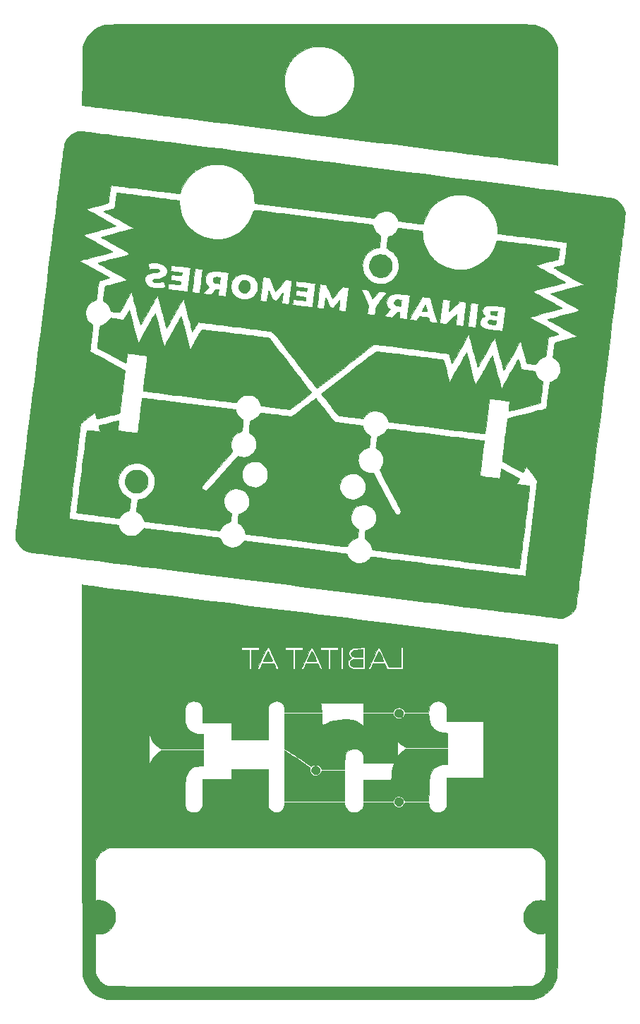
<source format=gbo>
G04 #@! TF.GenerationSoftware,KiCad,Pcbnew,(5.0.0-rc2-dev-222-g3b0a758)*
G04 #@! TF.CreationDate,2018-12-23T16:49:18+01:00*
G04 #@! TF.ProjectId,35c3_badge,333563335F62616467652E6B69636164,rev?*
G04 #@! TF.SameCoordinates,PX2faf080PY2faf080*
G04 #@! TF.FileFunction,Legend,Bot*
G04 #@! TF.FilePolarity,Positive*
%FSLAX46Y46*%
G04 Gerber Fmt 4.6, Leading zero omitted, Abs format (unit mm)*
G04 Created by KiCad (PCBNEW (5.0.0-rc2-dev-222-g3b0a758)) date Sunday, 23 December 2018 at 16:49:18*
%MOMM*%
%LPD*%
G01*
G04 APERTURE LIST*
%ADD10C,0.010000*%
G04 APERTURE END LIST*
D10*
G36*
X27484373Y-31868750D02*
X27351269Y-31937172D01*
X27279415Y-32056026D01*
X27265319Y-32227126D01*
X27265572Y-32230681D01*
X27299820Y-32381402D01*
X27383836Y-32486830D01*
X27528286Y-32554985D01*
X27743841Y-32593888D01*
X27749461Y-32594476D01*
X28008421Y-32621219D01*
X28036344Y-32414693D01*
X28058564Y-32253689D01*
X28080694Y-32098390D01*
X28087011Y-32055395D01*
X28096700Y-31955597D01*
X28071641Y-31907282D01*
X27990772Y-31883207D01*
X27948295Y-31875945D01*
X27682217Y-31848945D01*
X27484373Y-31868750D01*
X27484373Y-31868750D01*
G37*
X27484373Y-31868750D02*
X27351269Y-31937172D01*
X27279415Y-32056026D01*
X27265319Y-32227126D01*
X27265572Y-32230681D01*
X27299820Y-32381402D01*
X27383836Y-32486830D01*
X27528286Y-32554985D01*
X27743841Y-32593888D01*
X27749461Y-32594476D01*
X28008421Y-32621219D01*
X28036344Y-32414693D01*
X28058564Y-32253689D01*
X28080694Y-32098390D01*
X28087011Y-32055395D01*
X28096700Y-31955597D01*
X28071641Y-31907282D01*
X27990772Y-31883207D01*
X27948295Y-31875945D01*
X27682217Y-31848945D01*
X27484373Y-31868750D01*
G36*
X30792123Y-32268832D02*
X30604597Y-32380386D01*
X30455725Y-32553586D01*
X30355247Y-32778019D01*
X30318151Y-32967275D01*
X30329401Y-33207508D01*
X30407094Y-33415337D01*
X30538661Y-33581902D01*
X30711531Y-33698343D01*
X30913134Y-33755800D01*
X31130899Y-33745415D01*
X31322328Y-33675040D01*
X31475599Y-33549131D01*
X31590708Y-33367063D01*
X31662241Y-33150754D01*
X31684782Y-32922121D01*
X31652918Y-32703084D01*
X31595802Y-32568000D01*
X31481863Y-32436774D01*
X31317337Y-32323844D01*
X31136291Y-32248857D01*
X31008563Y-32229333D01*
X30792123Y-32268832D01*
X30792123Y-32268832D01*
G37*
X30792123Y-32268832D02*
X30604597Y-32380386D01*
X30455725Y-32553586D01*
X30355247Y-32778019D01*
X30318151Y-32967275D01*
X30329401Y-33207508D01*
X30407094Y-33415337D01*
X30538661Y-33581902D01*
X30711531Y-33698343D01*
X30913134Y-33755800D01*
X31130899Y-33745415D01*
X31322328Y-33675040D01*
X31475599Y-33549131D01*
X31590708Y-33367063D01*
X31662241Y-33150754D01*
X31684782Y-32922121D01*
X31652918Y-32703084D01*
X31595802Y-32568000D01*
X31481863Y-32436774D01*
X31317337Y-32323844D01*
X31136291Y-32248857D01*
X31008563Y-32229333D01*
X30792123Y-32268832D01*
G36*
X49279968Y-34562889D02*
X49177695Y-34589284D01*
X49096464Y-34644474D01*
X49078576Y-34661576D01*
X48991791Y-34798901D01*
X48974667Y-34917500D01*
X49011172Y-35083694D01*
X49118517Y-35205885D01*
X49293445Y-35281040D01*
X49382102Y-35297315D01*
X49518760Y-35316011D01*
X49627999Y-35332646D01*
X49659211Y-35338194D01*
X49726141Y-35315262D01*
X49751251Y-35261904D01*
X49766617Y-35173396D01*
X49785366Y-35033028D01*
X49801211Y-34892087D01*
X49829840Y-34612674D01*
X49629178Y-34585170D01*
X49423668Y-34562461D01*
X49279968Y-34562889D01*
X49279968Y-34562889D01*
G37*
X49279968Y-34562889D02*
X49177695Y-34589284D01*
X49096464Y-34644474D01*
X49078576Y-34661576D01*
X48991791Y-34798901D01*
X48974667Y-34917500D01*
X49011172Y-35083694D01*
X49118517Y-35205885D01*
X49293445Y-35281040D01*
X49382102Y-35297315D01*
X49518760Y-35316011D01*
X49627999Y-35332646D01*
X49659211Y-35338194D01*
X49726141Y-35315262D01*
X49751251Y-35261904D01*
X49766617Y-35173396D01*
X49785366Y-35033028D01*
X49801211Y-34892087D01*
X49829840Y-34612674D01*
X49629178Y-34585170D01*
X49423668Y-34562461D01*
X49279968Y-34562889D01*
G36*
X52680833Y-35239830D02*
X52678252Y-35242486D01*
X52634537Y-35304863D01*
X52571010Y-35413268D01*
X52498226Y-35547247D01*
X52426740Y-35686349D01*
X52367106Y-35810122D01*
X52329880Y-35898112D01*
X52323716Y-35929475D01*
X52371000Y-35940961D01*
X52479214Y-35956915D01*
X52624992Y-35973893D01*
X52625917Y-35973990D01*
X52794156Y-35986164D01*
X52886904Y-35979022D01*
X52911667Y-35956504D01*
X52901887Y-35896231D01*
X52875776Y-35775822D01*
X52838179Y-35617118D01*
X52821026Y-35547871D01*
X52774692Y-35374008D01*
X52739348Y-35272128D01*
X52709794Y-35231110D01*
X52680833Y-35239830D01*
X52680833Y-35239830D01*
G37*
X52680833Y-35239830D02*
X52678252Y-35242486D01*
X52634537Y-35304863D01*
X52571010Y-35413268D01*
X52498226Y-35547247D01*
X52426740Y-35686349D01*
X52367106Y-35810122D01*
X52329880Y-35898112D01*
X52323716Y-35929475D01*
X52371000Y-35940961D01*
X52479214Y-35956915D01*
X52624992Y-35973893D01*
X52625917Y-35973990D01*
X52794156Y-35986164D01*
X52886904Y-35979022D01*
X52911667Y-35956504D01*
X52901887Y-35896231D01*
X52875776Y-35775822D01*
X52838179Y-35617118D01*
X52821026Y-35547871D01*
X52774692Y-35374008D01*
X52739348Y-35272128D01*
X52709794Y-35231110D01*
X52680833Y-35239830D01*
G36*
X60633537Y-35933575D02*
X60542748Y-35974630D01*
X60501244Y-36049787D01*
X60497527Y-36158519D01*
X60517395Y-36267627D01*
X60570933Y-36326622D01*
X60658667Y-36361545D01*
X60787230Y-36393365D01*
X60953130Y-36423036D01*
X61050250Y-36435998D01*
X61192445Y-36447643D01*
X61267986Y-36440458D01*
X61293209Y-36412393D01*
X61293667Y-36405445D01*
X61299157Y-36330028D01*
X61312966Y-36208758D01*
X61319922Y-36155932D01*
X61346177Y-35964380D01*
X61007099Y-35934364D01*
X60784644Y-35921771D01*
X60633537Y-35933575D01*
X60633537Y-35933575D01*
G37*
X60633537Y-35933575D02*
X60542748Y-35974630D01*
X60501244Y-36049787D01*
X60497527Y-36158519D01*
X60517395Y-36267627D01*
X60570933Y-36326622D01*
X60658667Y-36361545D01*
X60787230Y-36393365D01*
X60953130Y-36423036D01*
X61050250Y-36435998D01*
X61192445Y-36447643D01*
X61267986Y-36440458D01*
X61293209Y-36412393D01*
X61293667Y-36405445D01*
X61299157Y-36330028D01*
X61312966Y-36208758D01*
X61319922Y-36155932D01*
X61346177Y-35964380D01*
X61007099Y-35934364D01*
X60784644Y-35921771D01*
X60633537Y-35933575D01*
G36*
X60419526Y-37001805D02*
X60306693Y-37031949D01*
X60239061Y-37092764D01*
X60209116Y-37166221D01*
X60202100Y-37283115D01*
X60251211Y-37374626D01*
X60363143Y-37444614D01*
X60544590Y-37496941D01*
X60802249Y-37535468D01*
X60859750Y-37541485D01*
X61166667Y-37571926D01*
X61166667Y-37445921D01*
X61175700Y-37303990D01*
X61191668Y-37194914D01*
X61216668Y-37069911D01*
X60829467Y-37022237D01*
X60589728Y-36999509D01*
X60419526Y-37001805D01*
X60419526Y-37001805D01*
G37*
X60419526Y-37001805D02*
X60306693Y-37031949D01*
X60239061Y-37092764D01*
X60209116Y-37166221D01*
X60202100Y-37283115D01*
X60251211Y-37374626D01*
X60363143Y-37444614D01*
X60544590Y-37496941D01*
X60802249Y-37535468D01*
X60859750Y-37541485D01*
X61166667Y-37571926D01*
X61166667Y-37445921D01*
X61175700Y-37303990D01*
X61191668Y-37194914D01*
X61216668Y-37069911D01*
X60829467Y-37022237D01*
X60589728Y-36999509D01*
X60419526Y-37001805D01*
G36*
X46971838Y-29185140D02*
X46717768Y-29275890D01*
X46694120Y-29288284D01*
X46422252Y-29483838D01*
X46200264Y-29745108D01*
X46090273Y-29937571D01*
X46015373Y-30169336D01*
X45985580Y-30441965D01*
X46000607Y-30724851D01*
X46060167Y-30987389D01*
X46101073Y-31089994D01*
X46280598Y-31379757D01*
X46515319Y-31607116D01*
X46799135Y-31768071D01*
X47125945Y-31858622D01*
X47300185Y-31876091D01*
X47509834Y-31874311D01*
X47696928Y-31851925D01*
X47775610Y-31832263D01*
X48086103Y-31688754D01*
X48344472Y-31478617D01*
X48550022Y-31202483D01*
X48619989Y-31067935D01*
X48690304Y-30842791D01*
X48721071Y-30574408D01*
X48711385Y-30294881D01*
X48660344Y-30036302D01*
X48649912Y-30003791D01*
X48549820Y-29806465D01*
X48391795Y-29604546D01*
X48198265Y-29420098D01*
X47991656Y-29275189D01*
X47837294Y-29204278D01*
X47562498Y-29147064D01*
X47263714Y-29141441D01*
X46971838Y-29185140D01*
X46971838Y-29185140D01*
G37*
X46971838Y-29185140D02*
X46717768Y-29275890D01*
X46694120Y-29288284D01*
X46422252Y-29483838D01*
X46200264Y-29745108D01*
X46090273Y-29937571D01*
X46015373Y-30169336D01*
X45985580Y-30441965D01*
X46000607Y-30724851D01*
X46060167Y-30987389D01*
X46101073Y-31089994D01*
X46280598Y-31379757D01*
X46515319Y-31607116D01*
X46799135Y-31768071D01*
X47125945Y-31858622D01*
X47300185Y-31876091D01*
X47509834Y-31874311D01*
X47696928Y-31851925D01*
X47775610Y-31832263D01*
X48086103Y-31688754D01*
X48344472Y-31478617D01*
X48550022Y-31202483D01*
X48619989Y-31067935D01*
X48690304Y-30842791D01*
X48721071Y-30574408D01*
X48711385Y-30294881D01*
X48660344Y-30036302D01*
X48649912Y-30003791D01*
X48549820Y-29806465D01*
X48391795Y-29604546D01*
X48198265Y-29420098D01*
X47991656Y-29275189D01*
X47837294Y-29204278D01*
X47562498Y-29147064D01*
X47263714Y-29141441D01*
X46971838Y-29185140D01*
G36*
X34327334Y-38473500D02*
X34348500Y-38494667D01*
X34369667Y-38473500D01*
X34348500Y-38452333D01*
X34327334Y-38473500D01*
X34327334Y-38473500D01*
G37*
X34327334Y-38473500D02*
X34348500Y-38494667D01*
X34369667Y-38473500D01*
X34348500Y-38452333D01*
X34327334Y-38473500D01*
G36*
X15671351Y-21783782D02*
X15654939Y-21899024D01*
X15631500Y-22073715D01*
X15602672Y-22295559D01*
X15570091Y-22552260D01*
X15556411Y-22661659D01*
X15521812Y-22930017D01*
X15488690Y-23169443D01*
X15458970Y-23367368D01*
X15434574Y-23511221D01*
X15417428Y-23588434D01*
X15413141Y-23597753D01*
X15363358Y-23617259D01*
X15247009Y-23652943D01*
X15079633Y-23700319D01*
X14876771Y-23754898D01*
X14796085Y-23775953D01*
X14545819Y-23841662D01*
X14368085Y-23891052D01*
X14253076Y-23927512D01*
X14190985Y-23954432D01*
X14172002Y-23975202D01*
X14180195Y-23988815D01*
X14219666Y-24011559D01*
X14326032Y-24071182D01*
X14492054Y-24163670D01*
X14710494Y-24285006D01*
X14974114Y-24431171D01*
X15275673Y-24598151D01*
X15607934Y-24781928D01*
X15963657Y-24978486D01*
X15986191Y-24990931D01*
X16341901Y-25187880D01*
X16673409Y-25372408D01*
X16973647Y-25540509D01*
X17235544Y-25688180D01*
X17452031Y-25811416D01*
X17616038Y-25906210D01*
X17720497Y-25968560D01*
X17758336Y-25994458D01*
X17758294Y-25994818D01*
X17715302Y-26008438D01*
X17598412Y-26041154D01*
X17415683Y-26090815D01*
X17175177Y-26155271D01*
X16884953Y-26232372D01*
X16553070Y-26319969D01*
X16187590Y-26415912D01*
X15800604Y-26517000D01*
X15407907Y-26619475D01*
X15039241Y-26715949D01*
X14702915Y-26804229D01*
X14407239Y-26882121D01*
X14160523Y-26947430D01*
X13971077Y-26997964D01*
X13847208Y-27031529D01*
X13797577Y-27045797D01*
X13820430Y-27070380D01*
X13911862Y-27131905D01*
X14066031Y-27226949D01*
X14277091Y-27352089D01*
X14539198Y-27503899D01*
X14846507Y-27678957D01*
X15193175Y-27873839D01*
X15543827Y-28068791D01*
X15902134Y-28267517D01*
X16236843Y-28454130D01*
X16540841Y-28624595D01*
X16807014Y-28774878D01*
X17028251Y-28900944D01*
X17197437Y-28998757D01*
X17307460Y-29064282D01*
X17351207Y-29093486D01*
X17351667Y-29094316D01*
X17311997Y-29109737D01*
X17198312Y-29144052D01*
X17018598Y-29195079D01*
X16780843Y-29260638D01*
X16493033Y-29338548D01*
X16163155Y-29426629D01*
X15799196Y-29522701D01*
X15414917Y-29623081D01*
X15022768Y-29725299D01*
X14654780Y-29821791D01*
X14319261Y-29910338D01*
X14024517Y-29988722D01*
X13778855Y-30054723D01*
X13590582Y-30106122D01*
X13468005Y-30140701D01*
X13419849Y-30156013D01*
X13441441Y-30183294D01*
X13535137Y-30248445D01*
X13698158Y-30349824D01*
X13927725Y-30485790D01*
X14221060Y-30654704D01*
X14575384Y-30854924D01*
X14987917Y-31084810D01*
X15070849Y-31130711D01*
X15423865Y-31326022D01*
X15757295Y-31510724D01*
X16063155Y-31680378D01*
X16333464Y-31830546D01*
X16560239Y-31956790D01*
X16735496Y-32054672D01*
X16851253Y-32119753D01*
X16896453Y-32145697D01*
X16926297Y-32165250D01*
X16940495Y-32183385D01*
X16931512Y-32202674D01*
X16891813Y-32225689D01*
X16813865Y-32255000D01*
X16690131Y-32293180D01*
X16513077Y-32342800D01*
X16275170Y-32406432D01*
X15968873Y-32486646D01*
X15668786Y-32564678D01*
X15344485Y-32649528D01*
X15046559Y-32728636D01*
X14784881Y-32799290D01*
X14569324Y-32858777D01*
X14409762Y-32904387D01*
X14316068Y-32933405D01*
X14295264Y-32941986D01*
X14281258Y-32990699D01*
X14259136Y-33110546D01*
X14230918Y-33288601D01*
X14198623Y-33511940D01*
X14164272Y-33767639D01*
X14155231Y-33838000D01*
X14118525Y-34129816D01*
X14092592Y-34348860D01*
X14076961Y-34506277D01*
X14071161Y-34613210D01*
X14074724Y-34680806D01*
X14087178Y-34720207D01*
X14108053Y-34742559D01*
X14116834Y-34748167D01*
X14407493Y-34956605D01*
X14650395Y-35207059D01*
X14832181Y-35483689D01*
X14921379Y-35702135D01*
X14992685Y-35940183D01*
X15526593Y-36004933D01*
X15730975Y-36027212D01*
X15904690Y-36041433D01*
X16030654Y-36046533D01*
X16091786Y-36041454D01*
X16093903Y-36040155D01*
X16121755Y-35997193D01*
X16185289Y-35888994D01*
X16279424Y-35724529D01*
X16399082Y-35512771D01*
X16539183Y-35262692D01*
X16694646Y-34983263D01*
X16797462Y-34797509D01*
X17467619Y-33584388D01*
X17534284Y-33827611D01*
X17559244Y-33920829D01*
X17602812Y-34085927D01*
X17662353Y-34312827D01*
X17735232Y-34591450D01*
X17818814Y-34911718D01*
X17910465Y-35263551D01*
X18007550Y-35636873D01*
X18051609Y-35806500D01*
X18148194Y-36176398D01*
X18239205Y-36520955D01*
X18322277Y-36831507D01*
X18395047Y-37099396D01*
X18455149Y-37315958D01*
X18500219Y-37472534D01*
X18527893Y-37560463D01*
X18534791Y-37576372D01*
X18560967Y-37547313D01*
X18623555Y-37450853D01*
X18718511Y-37293967D01*
X18841795Y-37083633D01*
X18989367Y-36826827D01*
X19157184Y-36530526D01*
X19341206Y-36201705D01*
X19537391Y-35847342D01*
X19557573Y-35810679D01*
X19754797Y-35452942D01*
X19939801Y-35118794D01*
X20108571Y-34815384D01*
X20257094Y-34549858D01*
X20381358Y-34329366D01*
X20477348Y-34161054D01*
X20541052Y-34052071D01*
X20568456Y-34009563D01*
X20569000Y-34009243D01*
X20583571Y-34048594D01*
X20617132Y-34161981D01*
X20667525Y-34341457D01*
X20732593Y-34579076D01*
X20810180Y-34866892D01*
X20898127Y-35196956D01*
X20994277Y-35561323D01*
X21096474Y-35952045D01*
X21098167Y-35958547D01*
X21220231Y-36426643D01*
X21323041Y-36819046D01*
X21408417Y-37142065D01*
X21478174Y-37402010D01*
X21534131Y-37605190D01*
X21578103Y-37757916D01*
X21611910Y-37866496D01*
X21637366Y-37937241D01*
X21656291Y-37976461D01*
X21670500Y-37990464D01*
X21681812Y-37985561D01*
X21681914Y-37985441D01*
X21705116Y-37945491D01*
X21765150Y-37838629D01*
X21857995Y-37672101D01*
X21979629Y-37453155D01*
X22126034Y-37189037D01*
X22293187Y-36886994D01*
X22477067Y-36554272D01*
X22673656Y-36198118D01*
X22687355Y-36173284D01*
X22926668Y-35740818D01*
X23128698Y-35378929D01*
X23295925Y-35083448D01*
X23430831Y-34850206D01*
X23535897Y-34675032D01*
X23613602Y-34553756D01*
X23666429Y-34482209D01*
X23696858Y-34456220D01*
X23705733Y-34461594D01*
X23722232Y-34518014D01*
X23757748Y-34647872D01*
X23810026Y-34842656D01*
X23876809Y-35093854D01*
X23955840Y-35392954D01*
X24044864Y-35731444D01*
X24141624Y-36100811D01*
X24231295Y-36444310D01*
X24332566Y-36831888D01*
X24427801Y-37194478D01*
X24514795Y-37523821D01*
X24591344Y-37811662D01*
X24655245Y-38049743D01*
X24704292Y-38229806D01*
X24736283Y-38343595D01*
X24748667Y-38382512D01*
X24775136Y-38360049D01*
X24834146Y-38274583D01*
X24918376Y-38137810D01*
X25020504Y-37961421D01*
X25086599Y-37842762D01*
X25213918Y-37615043D01*
X25310387Y-37453372D01*
X25382896Y-37348003D01*
X25438335Y-37289194D01*
X25483594Y-37267201D01*
X25494217Y-37266312D01*
X25563471Y-37271381D01*
X25708694Y-37286445D01*
X25923055Y-37310633D01*
X26199722Y-37343076D01*
X26531862Y-37382904D01*
X26912643Y-37429246D01*
X27335235Y-37481233D01*
X27792804Y-37537994D01*
X28278519Y-37598660D01*
X28785548Y-37662361D01*
X29307059Y-37728226D01*
X29836220Y-37795386D01*
X30366200Y-37862970D01*
X30890166Y-37930108D01*
X31401286Y-37995931D01*
X31892729Y-38059568D01*
X32357663Y-38120150D01*
X32789255Y-38176806D01*
X33180674Y-38228667D01*
X33525088Y-38274862D01*
X33815665Y-38314521D01*
X34045573Y-38346774D01*
X34207980Y-38370752D01*
X34296055Y-38385584D01*
X34309224Y-38388872D01*
X34345478Y-38415363D01*
X34407380Y-38477088D01*
X34497248Y-38576928D01*
X34617398Y-38717763D01*
X34770149Y-38902475D01*
X34957817Y-39133946D01*
X35182720Y-39415056D01*
X35447175Y-39748687D01*
X35753498Y-40137720D01*
X36104008Y-40585035D01*
X36501022Y-41093515D01*
X36946857Y-41666041D01*
X37003173Y-41738445D01*
X37365322Y-42204021D01*
X37713809Y-42651867D01*
X38044987Y-43077306D01*
X38355211Y-43475662D01*
X38640834Y-43842258D01*
X38898209Y-44172417D01*
X39123691Y-44461463D01*
X39313633Y-44704720D01*
X39464389Y-44897510D01*
X39572314Y-45035157D01*
X39633760Y-45112984D01*
X39645949Y-45128045D01*
X39724834Y-45220924D01*
X43069167Y-42616341D01*
X43538467Y-42251293D01*
X43990686Y-41900399D01*
X44421137Y-41567247D01*
X44825131Y-41255427D01*
X45197983Y-40968528D01*
X45535005Y-40710140D01*
X45831509Y-40483851D01*
X46082809Y-40293251D01*
X46284217Y-40141929D01*
X46431046Y-40033474D01*
X46518608Y-39971476D01*
X46540500Y-39958171D01*
X46569259Y-39950522D01*
X46615146Y-39946285D01*
X46682859Y-39945978D01*
X46777096Y-39950120D01*
X46902556Y-39959228D01*
X47063936Y-39973823D01*
X47265934Y-39994422D01*
X47513249Y-40021544D01*
X47810580Y-40055707D01*
X48162623Y-40097431D01*
X48574077Y-40147232D01*
X49049640Y-40205631D01*
X49594011Y-40273144D01*
X50211888Y-40350292D01*
X50907968Y-40437593D01*
X51078663Y-40459042D01*
X51680662Y-40535061D01*
X52259118Y-40608792D01*
X52808479Y-40679489D01*
X53323195Y-40746409D01*
X53797712Y-40808806D01*
X54226480Y-40865936D01*
X54603946Y-40917054D01*
X54924559Y-40961415D01*
X55182768Y-40998274D01*
X55373020Y-41026887D01*
X55489763Y-41046509D01*
X55527367Y-41055833D01*
X55551241Y-41110773D01*
X55590137Y-41231343D01*
X55639075Y-41400904D01*
X55693075Y-41602816D01*
X55704777Y-41648500D01*
X55758835Y-41856813D01*
X55807957Y-42038076D01*
X55847325Y-42175072D01*
X55872123Y-42250581D01*
X55874935Y-42256836D01*
X55902501Y-42235310D01*
X55968010Y-42141192D01*
X56070060Y-41976859D01*
X56207250Y-41744690D01*
X56378177Y-41447062D01*
X56581441Y-41086352D01*
X56815639Y-40664939D01*
X56848275Y-40605836D01*
X57043237Y-40252769D01*
X57227633Y-39919305D01*
X57397027Y-39613433D01*
X57546982Y-39343142D01*
X57673062Y-39116422D01*
X57770832Y-38941260D01*
X57835856Y-38825647D01*
X57861754Y-38780673D01*
X57878210Y-38755956D01*
X57894090Y-38743464D01*
X57911389Y-38749552D01*
X57932101Y-38780572D01*
X57958223Y-38842879D01*
X57991748Y-38942825D01*
X58034670Y-39086764D01*
X58088986Y-39281050D01*
X58156689Y-39532037D01*
X58239774Y-39846077D01*
X58340236Y-40229525D01*
X58456511Y-40675089D01*
X58560581Y-41072328D01*
X58658743Y-41443496D01*
X58748859Y-41780758D01*
X58828792Y-42076283D01*
X58896406Y-42322238D01*
X58949565Y-42510790D01*
X58986130Y-42634106D01*
X59003967Y-42684354D01*
X59004836Y-42685113D01*
X59029437Y-42649083D01*
X59090755Y-42545981D01*
X59184754Y-42382947D01*
X59307398Y-42167122D01*
X59454650Y-41905645D01*
X59622475Y-41605659D01*
X59806837Y-41274302D01*
X60003699Y-40918717D01*
X60021205Y-40887012D01*
X60218730Y-40530546D01*
X60404124Y-40198528D01*
X60573365Y-39897976D01*
X60722432Y-39635913D01*
X60847306Y-39419358D01*
X60943965Y-39255331D01*
X61008389Y-39150853D01*
X61036557Y-39112944D01*
X61037205Y-39113065D01*
X61052366Y-39157564D01*
X61086622Y-39275910D01*
X61137781Y-39460001D01*
X61203650Y-39701737D01*
X61282036Y-39993017D01*
X61370748Y-40325741D01*
X61467592Y-40691807D01*
X61568834Y-41077226D01*
X61671817Y-41467662D01*
X61769459Y-41832171D01*
X61859505Y-42162732D01*
X61939698Y-42451324D01*
X62007783Y-42689926D01*
X62061504Y-42870519D01*
X62098607Y-42985082D01*
X62116756Y-43025582D01*
X62144644Y-42991261D01*
X62209028Y-42889871D01*
X62305745Y-42728611D01*
X62430631Y-42514677D01*
X62579523Y-42255266D01*
X62748258Y-41957575D01*
X62932672Y-41628801D01*
X63125028Y-41282605D01*
X63320958Y-40928880D01*
X63504938Y-40597717D01*
X63672817Y-40296519D01*
X63820444Y-40032688D01*
X63943666Y-39813628D01*
X64038333Y-39646740D01*
X64100292Y-39539428D01*
X64125203Y-39499270D01*
X64143029Y-39530701D01*
X64178958Y-39634913D01*
X64230290Y-39802619D01*
X64294322Y-40024527D01*
X64368354Y-40291351D01*
X64449683Y-40593799D01*
X64506873Y-40811601D01*
X64591481Y-41135332D01*
X64669813Y-41432148D01*
X64739238Y-41692292D01*
X64797119Y-41906012D01*
X64840825Y-42063550D01*
X64867720Y-42155153D01*
X64874919Y-42174696D01*
X64923318Y-42188372D01*
X65035234Y-42208102D01*
X65189975Y-42231161D01*
X65366847Y-42254827D01*
X65545157Y-42276377D01*
X65704212Y-42293089D01*
X65823319Y-42302238D01*
X65851061Y-42303143D01*
X65940095Y-42292477D01*
X66007836Y-42245208D01*
X66079737Y-42142129D01*
X66092135Y-42121209D01*
X66190536Y-41981097D01*
X66316772Y-41836108D01*
X66376000Y-41778429D01*
X66512272Y-41672484D01*
X66675603Y-41570230D01*
X66841050Y-41484899D01*
X66983672Y-41429719D01*
X67059085Y-41416080D01*
X67137430Y-41390943D01*
X67159695Y-41368703D01*
X67172528Y-41315633D01*
X67193887Y-41190012D01*
X67222096Y-41003340D01*
X67255479Y-40767117D01*
X67292360Y-40492842D01*
X67330208Y-40198800D01*
X67368370Y-39900346D01*
X67403951Y-39630412D01*
X67435401Y-39400109D01*
X67461168Y-39220549D01*
X67479703Y-39102844D01*
X67489433Y-39058123D01*
X67534568Y-39041795D01*
X67646870Y-39008774D01*
X67811453Y-38963230D01*
X68013430Y-38909339D01*
X68110753Y-38883943D01*
X68322034Y-38826315D01*
X68499723Y-38772370D01*
X68629744Y-38726818D01*
X68698018Y-38694369D01*
X68704819Y-38685167D01*
X68666941Y-38656729D01*
X68562134Y-38591788D01*
X68397711Y-38494543D01*
X68180983Y-38369192D01*
X67919264Y-38219934D01*
X67619867Y-38050968D01*
X67290103Y-37866492D01*
X66955595Y-37680827D01*
X66602948Y-37485513D01*
X66272847Y-37302087D01*
X65972727Y-37134723D01*
X65710022Y-36987594D01*
X65492167Y-36864875D01*
X65326594Y-36770739D01*
X65220739Y-36709360D01*
X65182316Y-36685249D01*
X65214916Y-36668049D01*
X65321561Y-36632126D01*
X65494277Y-36579749D01*
X65725085Y-36513184D01*
X66006008Y-36434699D01*
X66329069Y-36346562D01*
X66686293Y-36251040D01*
X66999455Y-36168702D01*
X67386072Y-36067787D01*
X67751382Y-35972395D01*
X68086400Y-35884873D01*
X68382136Y-35807572D01*
X68629606Y-35742842D01*
X68819820Y-35693033D01*
X68943793Y-35660493D01*
X68987751Y-35648874D01*
X69080435Y-35616165D01*
X69124242Y-35585175D01*
X69124780Y-35582260D01*
X69088739Y-35556512D01*
X68985600Y-35494108D01*
X68923804Y-35458112D01*
X62335224Y-35458112D01*
X62333354Y-35501746D01*
X62321958Y-35619609D01*
X62302147Y-35801933D01*
X62275034Y-36038950D01*
X62241731Y-36320894D01*
X62203350Y-36637998D01*
X62171230Y-36898415D01*
X62120885Y-37297806D01*
X62078542Y-37620016D01*
X62043035Y-37872033D01*
X62013201Y-38060845D01*
X61987872Y-38193440D01*
X61965883Y-38276806D01*
X61946070Y-38317931D01*
X61933260Y-38325333D01*
X61874283Y-38320207D01*
X61745036Y-38305906D01*
X61559222Y-38284049D01*
X61330548Y-38256255D01*
X61072717Y-38224141D01*
X61022251Y-38217771D01*
X60652582Y-38169561D01*
X60355862Y-38126455D01*
X60120789Y-38085195D01*
X59936058Y-38042527D01*
X59790366Y-37995195D01*
X59672409Y-37939943D01*
X59570885Y-37873515D01*
X59474489Y-37792656D01*
X59442381Y-37762729D01*
X59304845Y-37580397D01*
X59239957Y-37375574D01*
X59244687Y-37163730D01*
X59316003Y-36960333D01*
X59450874Y-36780852D01*
X59646269Y-36640757D01*
X59663980Y-36631929D01*
X59860212Y-36536935D01*
X59756612Y-36425717D01*
X59635616Y-36271217D01*
X59574527Y-36117305D01*
X59558000Y-35930696D01*
X59595335Y-35703353D01*
X59704136Y-35516879D01*
X59879601Y-35375385D01*
X60116925Y-35282979D01*
X60357752Y-35246485D01*
X60457622Y-35246926D01*
X60617537Y-35255875D01*
X60822813Y-35271763D01*
X61058768Y-35293018D01*
X61310720Y-35318068D01*
X61563987Y-35345343D01*
X61803886Y-35373270D01*
X62015734Y-35400279D01*
X62184850Y-35424799D01*
X62296550Y-35445257D01*
X62335224Y-35458112D01*
X68923804Y-35458112D01*
X68822500Y-35399103D01*
X68606575Y-35275557D01*
X68344964Y-35127524D01*
X68226865Y-35061242D01*
X59092978Y-35061242D01*
X59088090Y-35107852D01*
X59073915Y-35228591D01*
X59051654Y-35413577D01*
X59022509Y-35652925D01*
X58987683Y-35936751D01*
X58948378Y-36255171D01*
X58916393Y-36513074D01*
X58739163Y-37939316D01*
X58629999Y-37920967D01*
X58535618Y-37906738D01*
X58387081Y-37886087D01*
X58214236Y-37863149D01*
X58189687Y-37859976D01*
X58029705Y-37839856D01*
X57903259Y-37824850D01*
X57832964Y-37817617D01*
X57827131Y-37817333D01*
X57825322Y-37777326D01*
X57833285Y-37665125D01*
X57849596Y-37492457D01*
X57872833Y-37271052D01*
X57901570Y-37012637D01*
X57934386Y-36728941D01*
X57969855Y-36431693D01*
X58006555Y-36132621D01*
X58043061Y-35843454D01*
X58077951Y-35575919D01*
X58109800Y-35341746D01*
X58137184Y-35152663D01*
X58158681Y-35020399D01*
X58172866Y-34956681D01*
X58174808Y-34953081D01*
X58217192Y-34948377D01*
X57610667Y-34948377D01*
X57605583Y-35008947D01*
X57591380Y-35140653D01*
X57569631Y-35330644D01*
X57541911Y-35566066D01*
X57509793Y-35834068D01*
X57474851Y-36121797D01*
X57438657Y-36416402D01*
X57402787Y-36705030D01*
X57368813Y-36974828D01*
X57338310Y-37212944D01*
X57312851Y-37406527D01*
X57294009Y-37542723D01*
X57288582Y-37578869D01*
X57262885Y-37742571D01*
X57002859Y-37714826D01*
X56820592Y-37694756D01*
X56635801Y-37673448D01*
X56542295Y-37662158D01*
X56421618Y-37642560D01*
X56366313Y-37615384D01*
X56357206Y-37568495D01*
X56360913Y-37547368D01*
X56377885Y-37448949D01*
X56399070Y-37298863D01*
X56422443Y-37115171D01*
X56445979Y-36915931D01*
X56467653Y-36719203D01*
X56485440Y-36543045D01*
X56497314Y-36405519D01*
X56501249Y-36324683D01*
X56499551Y-36311106D01*
X56464667Y-36333134D01*
X56377481Y-36404969D01*
X56247355Y-36518404D01*
X56083657Y-36665233D01*
X55895749Y-36837250D01*
X55836538Y-36892092D01*
X55191538Y-37491090D01*
X54832752Y-37447584D01*
X54666958Y-37425089D01*
X54535383Y-37402761D01*
X54459141Y-37384356D01*
X54449229Y-37379339D01*
X54449158Y-37334022D01*
X54449356Y-37331564D01*
X54181667Y-37331564D01*
X54168536Y-37345287D01*
X54120902Y-37349889D01*
X54026401Y-37344695D01*
X53872672Y-37329030D01*
X53649825Y-37302522D01*
X53249929Y-37253378D01*
X53210144Y-37101439D01*
X53174623Y-36963227D01*
X53143490Y-36838142D01*
X53142535Y-36834193D01*
X53128909Y-36784998D01*
X53106674Y-36749094D01*
X53062320Y-36722126D01*
X52982338Y-36699737D01*
X52853220Y-36677573D01*
X52661457Y-36651279D01*
X52517021Y-36632524D01*
X52290198Y-36604156D01*
X52131145Y-36590747D01*
X52023651Y-36596515D01*
X51951501Y-36625682D01*
X51898485Y-36682467D01*
X51848388Y-36771090D01*
X51827788Y-36811917D01*
X51766430Y-36932750D01*
X51721835Y-37018122D01*
X51706087Y-37045793D01*
X51661152Y-37047501D01*
X51553963Y-37039037D01*
X51405947Y-37023129D01*
X51238529Y-37002505D01*
X51073134Y-36979894D01*
X50931187Y-36958026D01*
X50834112Y-36939627D01*
X50805818Y-36931138D01*
X50808479Y-36892523D01*
X50850998Y-36792801D01*
X50934410Y-36630067D01*
X51059745Y-36402416D01*
X51228038Y-36107943D01*
X51440321Y-35744740D01*
X51542329Y-35572115D01*
X51722760Y-35267803D01*
X51889518Y-34986952D01*
X52037708Y-34737774D01*
X52162434Y-34528485D01*
X52258802Y-34367299D01*
X52321914Y-34262430D01*
X52346878Y-34222091D01*
X52346935Y-34222021D01*
X52391704Y-34219791D01*
X52499329Y-34226447D01*
X52648743Y-34239698D01*
X52818878Y-34257252D01*
X52988665Y-34276815D01*
X53137036Y-34296097D01*
X53242923Y-34312805D01*
X53284835Y-34324057D01*
X53299338Y-34365921D01*
X53334491Y-34478021D01*
X53387020Y-34649376D01*
X53453651Y-34869006D01*
X53531109Y-35125931D01*
X53616120Y-35409171D01*
X53705409Y-35707744D01*
X53795704Y-36010671D01*
X53883728Y-36306972D01*
X53966208Y-36585665D01*
X54039869Y-36835771D01*
X54101438Y-37046309D01*
X54147640Y-37206299D01*
X54175199Y-37304760D01*
X54181667Y-37331564D01*
X54449356Y-37331564D01*
X54458640Y-37216663D01*
X54476236Y-37039175D01*
X54500508Y-36813466D01*
X54530015Y-36551445D01*
X54563319Y-36265024D01*
X54598981Y-35966111D01*
X54635562Y-35666617D01*
X54671622Y-35378451D01*
X54705722Y-35113523D01*
X54736423Y-34883743D01*
X54762286Y-34701020D01*
X54781871Y-34577265D01*
X54793741Y-34524387D01*
X54794315Y-34523574D01*
X54837563Y-34522962D01*
X54942901Y-34530137D01*
X55089378Y-34542959D01*
X55256045Y-34559285D01*
X55421952Y-34576974D01*
X55566149Y-34593883D01*
X55667687Y-34607871D01*
X55705620Y-34616742D01*
X55700493Y-34657925D01*
X55686377Y-34768698D01*
X55665111Y-34934681D01*
X55638536Y-35141492D01*
X55621440Y-35274293D01*
X55593757Y-35499516D01*
X55572412Y-35693671D01*
X55558834Y-35841961D01*
X55554448Y-35929587D01*
X55556606Y-35946717D01*
X55591670Y-35924858D01*
X55678611Y-35852760D01*
X55808103Y-35738685D01*
X55970819Y-35590893D01*
X56157432Y-35417648D01*
X56215371Y-35363181D01*
X56854838Y-34760349D01*
X57095169Y-34788246D01*
X57312023Y-34814821D01*
X57458226Y-34837772D01*
X57547431Y-34861339D01*
X57593288Y-34889763D01*
X57609447Y-34927283D01*
X57610667Y-34948377D01*
X58217192Y-34948377D01*
X58223536Y-34947673D01*
X58332956Y-34952627D01*
X58482153Y-34965482D01*
X58650215Y-34983773D01*
X58816227Y-35005037D01*
X58959276Y-35026810D01*
X59058450Y-35046628D01*
X59092978Y-35061242D01*
X68226865Y-35061242D01*
X68044802Y-34959062D01*
X67713228Y-34774228D01*
X67357378Y-34577079D01*
X67323299Y-34558259D01*
X66886531Y-34316324D01*
X66520620Y-34111781D01*
X66359160Y-34020253D01*
X50862282Y-34020253D01*
X50858229Y-34061731D01*
X50844889Y-34175385D01*
X50823751Y-34349414D01*
X50796303Y-34572015D01*
X50764036Y-34831386D01*
X50728438Y-35115727D01*
X50690999Y-35413235D01*
X50653208Y-35712108D01*
X50616554Y-36000545D01*
X50582528Y-36266744D01*
X50552617Y-36498903D01*
X50528312Y-36685220D01*
X50511102Y-36813894D01*
X50502476Y-36873122D01*
X50501976Y-36875417D01*
X50455056Y-36885610D01*
X50326744Y-36880368D01*
X50118872Y-36859813D01*
X49936716Y-36837628D01*
X49559532Y-36789256D01*
X49584599Y-36604794D01*
X49607631Y-36435396D01*
X49631711Y-36258399D01*
X49635190Y-36232840D01*
X49647992Y-36117036D01*
X49635099Y-36060252D01*
X49582285Y-36037621D01*
X49518773Y-36029330D01*
X49451155Y-36027209D01*
X49389053Y-36044745D01*
X49317557Y-36092281D01*
X49221762Y-36180158D01*
X49086758Y-36318720D01*
X49057859Y-36349089D01*
X48738884Y-36684865D01*
X48274692Y-36631159D01*
X48086293Y-36608328D01*
X47931487Y-36587616D01*
X47828059Y-36571527D01*
X47793866Y-36563398D01*
X47812482Y-36527891D01*
X47876334Y-36444719D01*
X47973642Y-36328813D01*
X48026699Y-36268271D01*
X48153630Y-36123947D01*
X48271011Y-35988202D01*
X48358387Y-35884756D01*
X48375492Y-35863815D01*
X48474816Y-35740428D01*
X48364878Y-35653951D01*
X48188346Y-35463890D01*
X48075333Y-35230047D01*
X48028488Y-34967490D01*
X48050461Y-34691287D01*
X48143900Y-34416507D01*
X48146405Y-34411355D01*
X48303717Y-34175722D01*
X48515246Y-34002850D01*
X48782752Y-33891806D01*
X49107995Y-33841661D01*
X49228667Y-33838317D01*
X49330836Y-33842755D01*
X49488772Y-33854970D01*
X49686663Y-33873202D01*
X49908695Y-33895690D01*
X50139055Y-33920673D01*
X50361930Y-33946390D01*
X50561507Y-33971079D01*
X50721973Y-33992980D01*
X50827514Y-34010330D01*
X50862282Y-34020253D01*
X66359160Y-34020253D01*
X66221654Y-33942304D01*
X65985717Y-33805566D01*
X65808897Y-33699240D01*
X65779022Y-33680020D01*
X48068799Y-33680020D01*
X48049019Y-33717007D01*
X47983646Y-33811165D01*
X47879553Y-33953217D01*
X47743618Y-34133883D01*
X47582714Y-34343887D01*
X47454176Y-34509439D01*
X47276642Y-34738733D01*
X47116578Y-34949007D01*
X46981466Y-35130141D01*
X46878788Y-35272017D01*
X46816026Y-35364518D01*
X46799942Y-35394134D01*
X46786969Y-35464374D01*
X46767968Y-35598565D01*
X46745645Y-35776446D01*
X46725872Y-35948763D01*
X46672988Y-36429692D01*
X46500911Y-36406108D01*
X46365336Y-36389054D01*
X46188345Y-36368762D01*
X46041894Y-36353127D01*
X45895585Y-36334750D01*
X45786717Y-36314711D01*
X45738633Y-36297316D01*
X45738531Y-36297158D01*
X45737218Y-36247205D01*
X45745687Y-36130563D01*
X45762396Y-35964447D01*
X45785806Y-35766075D01*
X45786701Y-35758966D01*
X45851295Y-35247348D01*
X45429146Y-34278091D01*
X45295649Y-33969127D01*
X45194809Y-33729355D01*
X45123842Y-33551077D01*
X45079965Y-33426590D01*
X45060396Y-33348196D01*
X45062351Y-33308194D01*
X45075248Y-33298880D01*
X45146273Y-33300033D01*
X45277419Y-33311642D01*
X45445098Y-33331449D01*
X45517484Y-33341213D01*
X45891467Y-33393500D01*
X46126692Y-33933250D01*
X46213728Y-34128244D01*
X46290692Y-34291886D01*
X46350681Y-34410148D01*
X46386797Y-34469003D01*
X46392223Y-34473000D01*
X46429716Y-34439645D01*
X46512677Y-34343168D01*
X46636817Y-34188947D01*
X46797844Y-33982360D01*
X46991469Y-33728787D01*
X47090834Y-33597140D01*
X47123205Y-33573447D01*
X47184626Y-33563251D01*
X47290167Y-33566675D01*
X47454902Y-33583843D01*
X47591771Y-33601232D01*
X47779066Y-33627263D01*
X47932979Y-33651257D01*
X48035561Y-33670247D01*
X48068799Y-33680020D01*
X65779022Y-33680020D01*
X65687278Y-33620999D01*
X65616947Y-33568517D01*
X65593990Y-33539468D01*
X65598769Y-33533114D01*
X65654331Y-33516444D01*
X65783388Y-33480866D01*
X65977453Y-33428628D01*
X66228041Y-33361979D01*
X66526666Y-33283167D01*
X66864842Y-33194442D01*
X66877111Y-33191239D01*
X43513667Y-33191239D01*
X43508585Y-33255751D01*
X43494382Y-33391347D01*
X43472627Y-33585119D01*
X43444886Y-33824161D01*
X43412727Y-34095567D01*
X43377716Y-34386431D01*
X43341421Y-34683846D01*
X43305409Y-34974905D01*
X43271247Y-35246703D01*
X43240502Y-35486332D01*
X43214742Y-35680887D01*
X43195534Y-35817461D01*
X43191826Y-35841756D01*
X43168570Y-35946287D01*
X43132946Y-35985935D01*
X43075437Y-35982090D01*
X42988993Y-35967248D01*
X42847959Y-35949010D01*
X42682103Y-35931208D01*
X42674022Y-35930429D01*
X42521172Y-35910049D01*
X42404964Y-35883773D01*
X42347868Y-35856862D01*
X42345961Y-35853596D01*
X42344799Y-35796593D01*
X42353596Y-35672090D01*
X42370853Y-35496475D01*
X42395072Y-35286135D01*
X42405438Y-35203250D01*
X42430920Y-34989169D01*
X42448864Y-34808529D01*
X42458082Y-34676130D01*
X42457381Y-34606775D01*
X42453983Y-34600000D01*
X42418638Y-34631238D01*
X42341080Y-34717036D01*
X42231584Y-34845513D01*
X42100421Y-35004793D01*
X42051258Y-35065667D01*
X41913606Y-35233178D01*
X41792196Y-35373875D01*
X41697774Y-35475826D01*
X41641084Y-35527099D01*
X41632274Y-35530867D01*
X41563426Y-35524073D01*
X41452234Y-35507977D01*
X41431698Y-35504640D01*
X41369631Y-35492132D01*
X41320439Y-35469932D01*
X41275612Y-35425634D01*
X41226637Y-35346836D01*
X41165004Y-35221131D01*
X41082202Y-35036116D01*
X41032623Y-34923023D01*
X40944916Y-34723522D01*
X40869306Y-34553233D01*
X40812207Y-34426477D01*
X40780037Y-34357573D01*
X40775675Y-34349528D01*
X40759198Y-34341474D01*
X40742859Y-34368463D01*
X40724579Y-34440505D01*
X40702279Y-34567614D01*
X40673880Y-34759803D01*
X40641530Y-34995637D01*
X40610767Y-35216352D01*
X40582380Y-35405723D01*
X40558796Y-35548614D01*
X40542439Y-35629893D01*
X40537884Y-35642561D01*
X40492494Y-35644490D01*
X40385783Y-35637523D01*
X40240328Y-35624138D01*
X40078705Y-35606814D01*
X39923493Y-35588028D01*
X39797268Y-35570258D01*
X39722609Y-35555984D01*
X39712414Y-35551958D01*
X39714842Y-35509713D01*
X39726598Y-35395348D01*
X39746217Y-35220719D01*
X39772237Y-34997684D01*
X39803195Y-34738097D01*
X39837629Y-34453816D01*
X39874075Y-34156697D01*
X39911072Y-33858597D01*
X39947155Y-33571372D01*
X39980863Y-33306878D01*
X40010733Y-33076971D01*
X40035301Y-32893509D01*
X40053105Y-32768348D01*
X40062590Y-32713649D01*
X40107306Y-32697679D01*
X40212237Y-32695413D01*
X40354509Y-32704287D01*
X40511247Y-32721736D01*
X40659578Y-32745197D01*
X40776627Y-32772106D01*
X40839520Y-32799899D01*
X40840437Y-32800833D01*
X40868786Y-32851135D01*
X40924795Y-32966778D01*
X41002720Y-33135304D01*
X41096819Y-33344256D01*
X41201346Y-33581175D01*
X41221045Y-33626333D01*
X41326364Y-33863836D01*
X41422476Y-34072376D01*
X41503715Y-34240314D01*
X41564413Y-34356011D01*
X41598906Y-34407825D01*
X41602269Y-34409500D01*
X41639525Y-34377858D01*
X41720821Y-34289409D01*
X41837822Y-34153872D01*
X41982196Y-33980964D01*
X42145607Y-33780403D01*
X42201334Y-33711000D01*
X42368374Y-33503846D01*
X42518095Y-33321253D01*
X42642368Y-33172881D01*
X42733063Y-33068395D01*
X42782051Y-33017458D01*
X42787683Y-33014047D01*
X42839866Y-33018677D01*
X42954603Y-33029637D01*
X43110201Y-33044845D01*
X43164417Y-33050203D01*
X43335442Y-33068551D01*
X43438994Y-33086441D01*
X43491953Y-33110692D01*
X43511199Y-33148118D01*
X43513667Y-33191239D01*
X66877111Y-33191239D01*
X67234083Y-33098051D01*
X67580167Y-33008103D01*
X67967842Y-32907168D01*
X68330283Y-32812066D01*
X68659271Y-32725006D01*
X68946588Y-32648197D01*
X69184013Y-32583850D01*
X69363329Y-32534173D01*
X69476317Y-32501376D01*
X69514545Y-32488081D01*
X69484563Y-32463144D01*
X69387307Y-32401581D01*
X69229768Y-32307424D01*
X69018938Y-32184702D01*
X68761809Y-32037447D01*
X68465373Y-31869689D01*
X68136621Y-31685458D01*
X67782545Y-31488786D01*
X67747128Y-31469206D01*
X67389922Y-31271331D01*
X67056340Y-31085632D01*
X66753519Y-30916145D01*
X66488595Y-30766907D01*
X66268706Y-30641958D01*
X66100987Y-30545334D01*
X65992576Y-30481072D01*
X65950609Y-30453211D01*
X65950334Y-30452645D01*
X65989727Y-30436660D01*
X66101516Y-30402196D01*
X66276118Y-30351932D01*
X66503948Y-30288547D01*
X66775423Y-30214721D01*
X67080959Y-30133133D01*
X67294307Y-30076938D01*
X67617091Y-29992203D01*
X67912349Y-29914366D01*
X68170460Y-29845990D01*
X68381799Y-29789639D01*
X68536743Y-29747875D01*
X68625669Y-29723260D01*
X68643514Y-29717665D01*
X68650188Y-29675471D01*
X68665212Y-29563633D01*
X68686719Y-29396557D01*
X68712844Y-29188647D01*
X68729916Y-29050643D01*
X68811086Y-28390786D01*
X65168793Y-27934432D01*
X64620318Y-27865821D01*
X64094132Y-27800210D01*
X63596546Y-27738374D01*
X63133870Y-27681088D01*
X62712415Y-27629125D01*
X62338491Y-27583261D01*
X62018409Y-27544269D01*
X61758480Y-27512926D01*
X61565014Y-27490004D01*
X61444321Y-27476278D01*
X61404768Y-27472455D01*
X61336219Y-27475576D01*
X61290877Y-27505102D01*
X61254345Y-27579508D01*
X61212227Y-27717269D01*
X61211219Y-27720833D01*
X61021798Y-28246349D01*
X60758194Y-28758239D01*
X60430802Y-29239044D01*
X60050018Y-29671303D01*
X60049805Y-29671515D01*
X59585373Y-30076769D01*
X59084024Y-30408927D01*
X58552610Y-30667369D01*
X57997986Y-30851473D01*
X57427005Y-30960619D01*
X56846519Y-30994187D01*
X56263384Y-30951554D01*
X55684451Y-30832100D01*
X55116574Y-30635204D01*
X54566607Y-30360245D01*
X54299345Y-30192533D01*
X54038467Y-29992754D01*
X53762126Y-29739581D01*
X53492176Y-29455618D01*
X53250473Y-29163470D01*
X53101560Y-28953633D01*
X52795271Y-28408083D01*
X52568973Y-27836347D01*
X52423650Y-27241379D01*
X52366219Y-26748455D01*
X52340167Y-26326409D01*
X50943167Y-26148024D01*
X50607745Y-26105276D01*
X50298589Y-26066036D01*
X50025864Y-26031580D01*
X49799734Y-26003187D01*
X49630363Y-25982134D01*
X49527916Y-25969699D01*
X49501686Y-25966819D01*
X49459242Y-26000038D01*
X49399935Y-26087975D01*
X49364294Y-26155238D01*
X49279985Y-26298308D01*
X49166336Y-26454348D01*
X49097510Y-26535107D01*
X48974770Y-26646294D01*
X48816636Y-26759679D01*
X48646263Y-26861743D01*
X48486811Y-26938967D01*
X48361435Y-26977832D01*
X48335404Y-26980000D01*
X48255783Y-27003200D01*
X48231380Y-27026304D01*
X48217860Y-27079426D01*
X48196506Y-27198388D01*
X48169908Y-27365006D01*
X48140655Y-27561096D01*
X48111337Y-27768477D01*
X48084543Y-27968964D01*
X48062864Y-28144375D01*
X48048887Y-28276526D01*
X48045049Y-28334667D01*
X48080675Y-28384422D01*
X48179171Y-28457294D01*
X48325753Y-28542667D01*
X48358663Y-28559858D01*
X48640494Y-28739337D01*
X48909756Y-28974364D01*
X49143458Y-29241751D01*
X49318610Y-29518305D01*
X49328367Y-29537990D01*
X49480247Y-29942368D01*
X49550651Y-30354082D01*
X49541155Y-30763994D01*
X49453330Y-31162970D01*
X49288752Y-31541873D01*
X49048993Y-31891567D01*
X48893945Y-32060000D01*
X48575695Y-32329436D01*
X48241580Y-32520792D01*
X47878381Y-32639467D01*
X47472879Y-32690862D01*
X47341934Y-32693965D01*
X46920934Y-32657514D01*
X46768648Y-32613042D01*
X39508663Y-32613042D01*
X39507565Y-32657087D01*
X39497215Y-32773188D01*
X39479038Y-32949409D01*
X39454458Y-33173814D01*
X39424901Y-33434470D01*
X39391792Y-33719440D01*
X39356557Y-34016789D01*
X39320620Y-34314582D01*
X39285408Y-34600884D01*
X39252346Y-34863760D01*
X39222859Y-35091274D01*
X39198372Y-35271491D01*
X39180310Y-35392477D01*
X39171087Y-35439788D01*
X39126850Y-35475987D01*
X39020486Y-35475401D01*
X38994491Y-35471691D01*
X38904440Y-35459055D01*
X38745921Y-35438244D01*
X38534519Y-35411247D01*
X38285820Y-35380050D01*
X38015411Y-35346639D01*
X37968000Y-35340833D01*
X37695065Y-35307187D01*
X37440820Y-35275353D01*
X37220947Y-35247333D01*
X37051127Y-35225128D01*
X36947041Y-35210741D01*
X36937096Y-35209230D01*
X36774024Y-35183764D01*
X36801220Y-34944799D01*
X36820315Y-34790516D01*
X36839682Y-34654941D01*
X36849439Y-34597609D01*
X36870463Y-34489384D01*
X37599148Y-34581410D01*
X37836387Y-34611067D01*
X38041864Y-34636176D01*
X38201968Y-34655119D01*
X38303088Y-34666281D01*
X38332486Y-34668468D01*
X38339420Y-34627536D01*
X38352112Y-34528137D01*
X38361378Y-34448539D01*
X38385618Y-34233578D01*
X37933393Y-34181882D01*
X37727225Y-34157698D01*
X37534885Y-34134050D01*
X37382879Y-34114252D01*
X37318016Y-34104979D01*
X37154866Y-34079771D01*
X37184676Y-33757802D01*
X37199956Y-33603451D01*
X37213387Y-33486663D01*
X37222476Y-33428709D01*
X37223551Y-33426053D01*
X37266394Y-33427691D01*
X37378153Y-33438786D01*
X37543814Y-33457673D01*
X37748359Y-33482688D01*
X37843725Y-33494810D01*
X38059912Y-33522210D01*
X38243223Y-33544713D01*
X38378762Y-33560548D01*
X38451635Y-33567944D01*
X38459993Y-33568090D01*
X38468526Y-33527195D01*
X38484251Y-33429578D01*
X38493105Y-33369961D01*
X38521059Y-33177090D01*
X37831780Y-33094552D01*
X37142500Y-33012014D01*
X37155667Y-32694757D01*
X37166116Y-32537314D01*
X37181579Y-32413766D01*
X37198964Y-32347789D01*
X37201444Y-32344423D01*
X37248540Y-32342256D01*
X37366231Y-32349631D01*
X37541175Y-32364996D01*
X37760032Y-32386797D01*
X38009460Y-32413481D01*
X38276117Y-32443494D01*
X38546662Y-32475284D01*
X38807753Y-32507297D01*
X39046050Y-32537980D01*
X39248210Y-32565779D01*
X39400893Y-32589142D01*
X39490757Y-32606515D01*
X39508663Y-32613042D01*
X46768648Y-32613042D01*
X46533637Y-32544412D01*
X46176251Y-32353023D01*
X46070016Y-32266015D01*
X36698645Y-32266015D01*
X36693756Y-32312917D01*
X36679576Y-32433950D01*
X36657307Y-32619227D01*
X36628150Y-32858865D01*
X36593306Y-33142979D01*
X36553976Y-33461684D01*
X36521692Y-33722018D01*
X36472851Y-34111323D01*
X36432318Y-34424275D01*
X36398750Y-34668634D01*
X36370806Y-34852160D01*
X36347142Y-34982616D01*
X36326416Y-35067761D01*
X36307286Y-35115357D01*
X36288410Y-35133165D01*
X36277631Y-35133069D01*
X36201151Y-35119062D01*
X36072100Y-35101597D01*
X35957167Y-35088593D01*
X35799509Y-35070611D01*
X35660845Y-35052024D01*
X35594590Y-35041151D01*
X35486012Y-35020050D01*
X35564332Y-34402294D01*
X35597311Y-34125398D01*
X35615768Y-33927042D01*
X35619849Y-33802380D01*
X35609701Y-33746565D01*
X35585470Y-33754751D01*
X35583808Y-33756861D01*
X35553564Y-33794352D01*
X35479895Y-33885067D01*
X35372882Y-34016612D01*
X35242604Y-34176592D01*
X35198519Y-34230697D01*
X35050519Y-34411442D01*
X34944206Y-34536102D01*
X34867846Y-34614277D01*
X34809705Y-34655570D01*
X34758052Y-34669582D01*
X34701152Y-34665913D01*
X34672294Y-34661315D01*
X34558335Y-34640941D01*
X34479985Y-34624278D01*
X34473502Y-34622491D01*
X34441975Y-34580854D01*
X34384829Y-34475077D01*
X34309025Y-34319168D01*
X34221525Y-34127134D01*
X34179157Y-34030275D01*
X34074224Y-33793639D01*
X33995929Y-33632219D01*
X33941883Y-33541697D01*
X33909695Y-33517754D01*
X33901452Y-33528236D01*
X33886356Y-33596536D01*
X33863842Y-33731478D01*
X33836577Y-33915638D01*
X33807224Y-34131593D01*
X33796914Y-34211758D01*
X33720066Y-34818350D01*
X33589783Y-34795020D01*
X33478826Y-34778583D01*
X33320598Y-34759179D01*
X33173750Y-34743499D01*
X33022259Y-34726371D01*
X32936583Y-34706772D01*
X32898102Y-34675967D01*
X32888195Y-34625223D01*
X32888000Y-34609453D01*
X32893091Y-34547379D01*
X32907350Y-34416188D01*
X32929260Y-34227889D01*
X32957302Y-33994490D01*
X32989959Y-33728002D01*
X33025714Y-33440432D01*
X33063046Y-33143791D01*
X33090779Y-32925962D01*
X32629318Y-32925962D01*
X32621240Y-33231231D01*
X32571874Y-33467904D01*
X32437161Y-33762627D01*
X32234973Y-34028391D01*
X31981507Y-34249151D01*
X31692964Y-34408864D01*
X31581163Y-34449087D01*
X31329697Y-34498486D01*
X31038725Y-34512009D01*
X30745112Y-34490330D01*
X30485723Y-34434124D01*
X30469186Y-34428708D01*
X30256977Y-34349421D01*
X30092216Y-34264300D01*
X29939123Y-34151963D01*
X29804687Y-34031590D01*
X29589091Y-33774458D01*
X29443722Y-33482784D01*
X29368633Y-33169401D01*
X29363879Y-32847141D01*
X29429514Y-32528834D01*
X29565592Y-32227314D01*
X29772166Y-31955412D01*
X29795857Y-31931189D01*
X30065999Y-31717447D01*
X30371255Y-31571822D01*
X30699257Y-31492335D01*
X31037634Y-31477005D01*
X31374018Y-31523853D01*
X31696039Y-31630898D01*
X31991328Y-31796160D01*
X32247515Y-32017659D01*
X32452230Y-32293415D01*
X32489783Y-32362439D01*
X32584695Y-32625533D01*
X32629318Y-32925962D01*
X33090779Y-32925962D01*
X33100440Y-32850088D01*
X33136377Y-32571331D01*
X33169338Y-32319530D01*
X33197806Y-32106695D01*
X33220263Y-31944834D01*
X33235191Y-31845957D01*
X33240548Y-31820341D01*
X33283325Y-31821724D01*
X33390743Y-31832587D01*
X33543568Y-31850876D01*
X33628377Y-31861816D01*
X34007664Y-31911833D01*
X34360156Y-32716167D01*
X34467594Y-32959311D01*
X34565135Y-33176256D01*
X34647206Y-33354918D01*
X34708239Y-33483214D01*
X34742664Y-33549061D01*
X34746589Y-33554482D01*
X34781630Y-33532934D01*
X34860872Y-33453694D01*
X34976327Y-33325739D01*
X35120007Y-33158048D01*
X35283923Y-32959597D01*
X35361957Y-32862902D01*
X35557276Y-32620854D01*
X35708197Y-32438549D01*
X35821841Y-32308538D01*
X35905327Y-32223376D01*
X35965774Y-32175614D01*
X36010303Y-32157805D01*
X36034942Y-32158961D01*
X36123585Y-32174370D01*
X36264561Y-32193246D01*
X36412250Y-32209889D01*
X36555305Y-32228174D01*
X36658016Y-32248192D01*
X36698614Y-32265677D01*
X36698645Y-32266015D01*
X46070016Y-32266015D01*
X45844987Y-32081713D01*
X45786969Y-32023360D01*
X45515360Y-31694724D01*
X45324073Y-31350822D01*
X45313146Y-31315777D01*
X29109889Y-31315777D01*
X29109138Y-31360104D01*
X29099191Y-31476525D01*
X29081435Y-31653133D01*
X29057261Y-31878020D01*
X29028057Y-32139278D01*
X28995212Y-32424998D01*
X28960114Y-32723274D01*
X28924152Y-33022196D01*
X28888716Y-33309858D01*
X28855193Y-33574352D01*
X28824974Y-33803769D01*
X28799446Y-33986201D01*
X28794737Y-34017917D01*
X28783460Y-34089857D01*
X28765673Y-34137280D01*
X28726997Y-34163041D01*
X28653054Y-34169992D01*
X28529464Y-34160988D01*
X28341849Y-34138882D01*
X28245284Y-34126964D01*
X27840846Y-34077262D01*
X27868880Y-33777714D01*
X27885656Y-33618285D01*
X27902862Y-33486470D01*
X27916816Y-33410418D01*
X27916998Y-33409791D01*
X27908845Y-33359522D01*
X27837837Y-33327149D01*
X27777292Y-33315068D01*
X27715787Y-33306183D01*
X27663914Y-33308130D01*
X27611466Y-33329320D01*
X27548236Y-33378166D01*
X27464019Y-33463079D01*
X27348607Y-33592471D01*
X27191795Y-33774754D01*
X27125606Y-33852179D01*
X27023018Y-33972192D01*
X26579426Y-33920353D01*
X26392834Y-33896035D01*
X26237653Y-33871111D01*
X26133180Y-33848960D01*
X26099911Y-33836384D01*
X26112432Y-33794470D01*
X26173014Y-33703990D01*
X26271872Y-33578201D01*
X26399221Y-33430364D01*
X26401017Y-33428360D01*
X26738046Y-33052467D01*
X26554109Y-32849302D01*
X26390663Y-32622637D01*
X26305815Y-32382985D01*
X26293635Y-32112502D01*
X26296956Y-32075346D01*
X26365419Y-31782948D01*
X26503083Y-31536139D01*
X26704676Y-31340239D01*
X26964924Y-31200563D01*
X27235662Y-31128803D01*
X27352894Y-31117866D01*
X27508476Y-31118718D01*
X27714038Y-31132081D01*
X27981210Y-31158677D01*
X28274117Y-31193304D01*
X28527141Y-31225611D01*
X28750362Y-31255879D01*
X28930539Y-31282167D01*
X29054430Y-31302535D01*
X29108795Y-31315042D01*
X29109889Y-31315777D01*
X45313146Y-31315777D01*
X45208922Y-30981514D01*
X45208379Y-30976421D01*
X25973385Y-30976421D01*
X25965363Y-31097101D01*
X25948593Y-31280644D01*
X25924134Y-31516497D01*
X25893045Y-31794107D01*
X25856384Y-32102923D01*
X25842336Y-32217215D01*
X25791841Y-32626761D01*
X25750860Y-32960038D01*
X25717638Y-33224691D01*
X25690426Y-33428365D01*
X25667472Y-33578704D01*
X25647023Y-33683354D01*
X25627329Y-33749960D01*
X25606638Y-33786166D01*
X25583199Y-33799618D01*
X25555259Y-33797961D01*
X25521068Y-33788839D01*
X25484131Y-33780664D01*
X25360560Y-33763761D01*
X25192337Y-33743753D01*
X25042032Y-33727671D01*
X24878794Y-33703800D01*
X24769360Y-33672353D01*
X24731704Y-33644184D01*
X24732768Y-33593822D01*
X24743150Y-33471961D01*
X24761411Y-33290608D01*
X24786118Y-33061769D01*
X24815833Y-32797449D01*
X24849120Y-32509655D01*
X24884545Y-32210390D01*
X24920670Y-31911662D01*
X24956060Y-31625476D01*
X24989280Y-31363838D01*
X25018892Y-31138753D01*
X25043461Y-30962227D01*
X25061552Y-30846266D01*
X25071520Y-30803036D01*
X25117930Y-30801341D01*
X25226285Y-30810765D01*
X25375050Y-30828292D01*
X25542692Y-30850902D01*
X25707678Y-30875580D01*
X25848472Y-30899308D01*
X25943542Y-30919068D01*
X25971600Y-30929155D01*
X25973385Y-30976421D01*
X45208379Y-30976421D01*
X45181302Y-30722695D01*
X24542745Y-30722695D01*
X24523798Y-30830431D01*
X24513891Y-30899335D01*
X24495309Y-31040506D01*
X24469542Y-31242154D01*
X24438081Y-31492491D01*
X24402417Y-31779729D01*
X24364040Y-32092080D01*
X24357617Y-32144667D01*
X24309825Y-32537556D01*
X24271135Y-32854453D01*
X24239862Y-33103342D01*
X24214316Y-33292205D01*
X24192811Y-33429026D01*
X24173657Y-33521790D01*
X24155169Y-33578478D01*
X24135657Y-33607076D01*
X24113433Y-33615567D01*
X24086811Y-33611935D01*
X24054102Y-33604162D01*
X24049260Y-33603254D01*
X23975954Y-33592466D01*
X23831797Y-33573084D01*
X23629978Y-33546814D01*
X23383683Y-33515358D01*
X23106101Y-33480423D01*
X22913693Y-33456477D01*
X22627187Y-33421241D01*
X22367360Y-33389782D01*
X22146424Y-33363541D01*
X21976591Y-33343954D01*
X21870072Y-33332460D01*
X21839802Y-33330000D01*
X21813614Y-33309158D01*
X21803422Y-33237894D01*
X21808298Y-33103097D01*
X21816630Y-33001917D01*
X21834204Y-32842691D01*
X21853693Y-32717748D01*
X21871411Y-32649812D01*
X21874520Y-32644958D01*
X21923972Y-32640254D01*
X22042441Y-32645966D01*
X22215077Y-32660890D01*
X22427032Y-32683821D01*
X22571563Y-32701516D01*
X22803651Y-32729263D01*
X23008723Y-32750234D01*
X23170959Y-32763087D01*
X23274540Y-32766480D01*
X23301813Y-32763470D01*
X23347000Y-32701065D01*
X23362976Y-32560808D01*
X23363000Y-32553572D01*
X23363926Y-32483485D01*
X23359233Y-32431463D01*
X23337715Y-32393343D01*
X23288167Y-32364961D01*
X23199383Y-32342156D01*
X23060156Y-32320762D01*
X22859281Y-32296618D01*
X22588770Y-32265927D01*
X22132039Y-32213707D01*
X22152613Y-32105104D01*
X22169869Y-31999210D01*
X22190529Y-31852528D01*
X22200566Y-31774250D01*
X22211643Y-31679360D01*
X22226539Y-31614531D01*
X22258810Y-31576247D01*
X22322012Y-31560992D01*
X22429702Y-31565250D01*
X22595435Y-31585506D01*
X22812667Y-31615500D01*
X23062265Y-31649295D01*
X23240451Y-31670048D01*
X23359776Y-31675633D01*
X23432787Y-31663924D01*
X23472033Y-31632796D01*
X23490065Y-31580122D01*
X23499429Y-31503778D01*
X23499918Y-31499083D01*
X23510626Y-31387785D01*
X23515279Y-31320946D01*
X23514948Y-31313066D01*
X23474055Y-31305904D01*
X23364806Y-31290611D01*
X23221949Y-31271804D01*
X21741312Y-31271804D01*
X21672418Y-31498669D01*
X21612189Y-31602923D01*
X21501024Y-31740965D01*
X21368213Y-31847447D01*
X21199975Y-31928044D01*
X20982529Y-31988431D01*
X20702096Y-32034283D01*
X20512692Y-32055697D01*
X20328080Y-32078696D01*
X20171594Y-32106312D01*
X20064996Y-32134291D01*
X20034399Y-32149177D01*
X19985844Y-32235068D01*
X20004482Y-32333862D01*
X20083401Y-32417517D01*
X20103334Y-32428733D01*
X20216784Y-32459960D01*
X20387974Y-32477141D01*
X20591182Y-32480473D01*
X20800689Y-32470154D01*
X20990774Y-32446383D01*
X21101132Y-32421059D01*
X21223909Y-32391052D01*
X21311300Y-32382507D01*
X21335200Y-32389309D01*
X21363591Y-32447169D01*
X21402348Y-32557639D01*
X21444770Y-32696816D01*
X21484158Y-32840794D01*
X21513811Y-32965670D01*
X21527031Y-33047537D01*
X21524764Y-33065681D01*
X21427568Y-33117339D01*
X21264055Y-33155708D01*
X21051545Y-33180677D01*
X20807356Y-33192135D01*
X20548806Y-33189971D01*
X20293214Y-33174072D01*
X20057899Y-33144329D01*
X19860180Y-33100628D01*
X19789271Y-33076839D01*
X19563690Y-32962424D01*
X19356601Y-32808105D01*
X19191830Y-32633946D01*
X19112527Y-32507005D01*
X19058242Y-32315470D01*
X19050088Y-32094929D01*
X19088003Y-31887331D01*
X19113558Y-31822489D01*
X19209744Y-31669240D01*
X19343222Y-31547559D01*
X19524131Y-31452955D01*
X19762610Y-31380939D01*
X20068799Y-31327019D01*
X20290331Y-31301377D01*
X20525866Y-31271745D01*
X20685676Y-31234926D01*
X20778651Y-31186634D01*
X20813682Y-31122579D01*
X20804777Y-31053273D01*
X20736051Y-30968134D01*
X20601809Y-30905997D01*
X20418474Y-30868540D01*
X20202469Y-30857439D01*
X19970214Y-30874372D01*
X19738132Y-30921015D01*
X19679414Y-30938353D01*
X19630929Y-30938650D01*
X19591885Y-30892955D01*
X19551353Y-30785515D01*
X19534559Y-30729608D01*
X19476305Y-30526219D01*
X19443248Y-30388922D01*
X19437295Y-30302410D01*
X19460351Y-30251373D01*
X19514325Y-30220504D01*
X19601121Y-30194496D01*
X19601206Y-30194473D01*
X19785280Y-30161788D01*
X20021297Y-30145321D01*
X20278108Y-30145055D01*
X20524559Y-30160971D01*
X20729500Y-30193050D01*
X20738334Y-30195135D01*
X21048179Y-30298935D01*
X21307866Y-30444133D01*
X21512209Y-30622373D01*
X21656022Y-30825301D01*
X21734118Y-31044563D01*
X21741312Y-31271804D01*
X23221949Y-31271804D01*
X23202890Y-31269295D01*
X23003996Y-31244060D01*
X22960834Y-31238688D01*
X22739329Y-31210862D01*
X22534983Y-31184569D01*
X22369547Y-31162648D01*
X22264772Y-31147938D01*
X22259965Y-31147205D01*
X22109430Y-31124000D01*
X22147251Y-30798250D01*
X22167240Y-30641776D01*
X22186040Y-30521426D01*
X22200168Y-30458924D01*
X22202241Y-30455156D01*
X22247067Y-30455579D01*
X22364988Y-30465458D01*
X22545102Y-30483637D01*
X22776504Y-30508957D01*
X23048292Y-30540263D01*
X23349563Y-30576397D01*
X23381077Y-30580254D01*
X24542745Y-30722695D01*
X45181302Y-30722695D01*
X45165717Y-30576658D01*
X45165170Y-30517733D01*
X45201252Y-30087342D01*
X45310153Y-29697559D01*
X45494849Y-29341129D01*
X45758317Y-29010795D01*
X45802150Y-28965724D01*
X46050049Y-28744907D01*
X46310397Y-28575388D01*
X46603928Y-28446887D01*
X46951373Y-28349124D01*
X47113038Y-28315763D01*
X47152924Y-28305335D01*
X47183393Y-28283159D01*
X47207825Y-28236903D01*
X47229595Y-28154238D01*
X47252081Y-28022835D01*
X47278661Y-27830362D01*
X47307443Y-27606006D01*
X47334570Y-27374837D01*
X47353818Y-27174859D01*
X47364156Y-27020300D01*
X47364555Y-26925393D01*
X47358360Y-26902068D01*
X47305602Y-26871719D01*
X47207792Y-26808507D01*
X47121622Y-26750363D01*
X46858366Y-26519358D01*
X46652136Y-26230206D01*
X46510431Y-25893432D01*
X46510100Y-25892324D01*
X46461541Y-25736661D01*
X46422239Y-25643917D01*
X46378487Y-25595520D01*
X46316580Y-25572894D01*
X46268145Y-25564446D01*
X46179645Y-25552010D01*
X46015310Y-25530252D01*
X45780460Y-25499832D01*
X45480415Y-25461412D01*
X45120495Y-25415653D01*
X44706022Y-25363215D01*
X44242315Y-25304758D01*
X43734695Y-25240944D01*
X43188482Y-25172433D01*
X42608998Y-25099887D01*
X42001562Y-25023965D01*
X41371495Y-24945329D01*
X40724117Y-24864639D01*
X40064749Y-24782556D01*
X39398711Y-24699742D01*
X38731324Y-24616855D01*
X38067908Y-24534559D01*
X37413783Y-24453512D01*
X36774271Y-24374377D01*
X36154691Y-24297813D01*
X35560365Y-24224481D01*
X34996612Y-24155043D01*
X34468752Y-24090158D01*
X33982108Y-24030489D01*
X33541998Y-23976694D01*
X33153743Y-23929436D01*
X32822664Y-23889375D01*
X32554082Y-23857172D01*
X32353316Y-23833487D01*
X32225687Y-23818982D01*
X32176516Y-23814316D01*
X32176241Y-23814347D01*
X32138437Y-23857478D01*
X32085949Y-23962810D01*
X32027714Y-24111240D01*
X32002341Y-24186000D01*
X31775176Y-24757249D01*
X31482588Y-25280751D01*
X31130854Y-25753022D01*
X30726257Y-26170579D01*
X30275076Y-26529939D01*
X29783591Y-26827618D01*
X29258082Y-27060135D01*
X28704830Y-27224004D01*
X28130115Y-27315743D01*
X27540217Y-27331870D01*
X26941417Y-27268900D01*
X26582256Y-27192157D01*
X26011006Y-27004054D01*
X25477481Y-26744442D01*
X24986942Y-26419705D01*
X24544652Y-26036227D01*
X24155874Y-25600391D01*
X23825870Y-25118581D01*
X23559902Y-24597180D01*
X23363232Y-24042573D01*
X23241124Y-23461142D01*
X23205494Y-23095917D01*
X23194025Y-22915895D01*
X23181991Y-22772341D01*
X23171052Y-22682930D01*
X23164770Y-22662000D01*
X23121241Y-22656864D01*
X22999706Y-22641955D01*
X22806168Y-22618020D01*
X22546632Y-22585807D01*
X22227100Y-22546065D01*
X21853576Y-22499540D01*
X21432065Y-22446981D01*
X20968571Y-22389135D01*
X20469096Y-22326751D01*
X19939646Y-22260575D01*
X19418262Y-22195365D01*
X18866263Y-22126444D01*
X18338717Y-22060849D01*
X17841613Y-21999308D01*
X17380937Y-21942550D01*
X16962677Y-21891305D01*
X16592820Y-21846300D01*
X16277355Y-21808265D01*
X16022267Y-21777927D01*
X15833544Y-21756017D01*
X15717175Y-21743262D01*
X15679100Y-21740282D01*
X15671351Y-21783782D01*
X15671351Y-21783782D01*
G37*
X15671351Y-21783782D02*
X15654939Y-21899024D01*
X15631500Y-22073715D01*
X15602672Y-22295559D01*
X15570091Y-22552260D01*
X15556411Y-22661659D01*
X15521812Y-22930017D01*
X15488690Y-23169443D01*
X15458970Y-23367368D01*
X15434574Y-23511221D01*
X15417428Y-23588434D01*
X15413141Y-23597753D01*
X15363358Y-23617259D01*
X15247009Y-23652943D01*
X15079633Y-23700319D01*
X14876771Y-23754898D01*
X14796085Y-23775953D01*
X14545819Y-23841662D01*
X14368085Y-23891052D01*
X14253076Y-23927512D01*
X14190985Y-23954432D01*
X14172002Y-23975202D01*
X14180195Y-23988815D01*
X14219666Y-24011559D01*
X14326032Y-24071182D01*
X14492054Y-24163670D01*
X14710494Y-24285006D01*
X14974114Y-24431171D01*
X15275673Y-24598151D01*
X15607934Y-24781928D01*
X15963657Y-24978486D01*
X15986191Y-24990931D01*
X16341901Y-25187880D01*
X16673409Y-25372408D01*
X16973647Y-25540509D01*
X17235544Y-25688180D01*
X17452031Y-25811416D01*
X17616038Y-25906210D01*
X17720497Y-25968560D01*
X17758336Y-25994458D01*
X17758294Y-25994818D01*
X17715302Y-26008438D01*
X17598412Y-26041154D01*
X17415683Y-26090815D01*
X17175177Y-26155271D01*
X16884953Y-26232372D01*
X16553070Y-26319969D01*
X16187590Y-26415912D01*
X15800604Y-26517000D01*
X15407907Y-26619475D01*
X15039241Y-26715949D01*
X14702915Y-26804229D01*
X14407239Y-26882121D01*
X14160523Y-26947430D01*
X13971077Y-26997964D01*
X13847208Y-27031529D01*
X13797577Y-27045797D01*
X13820430Y-27070380D01*
X13911862Y-27131905D01*
X14066031Y-27226949D01*
X14277091Y-27352089D01*
X14539198Y-27503899D01*
X14846507Y-27678957D01*
X15193175Y-27873839D01*
X15543827Y-28068791D01*
X15902134Y-28267517D01*
X16236843Y-28454130D01*
X16540841Y-28624595D01*
X16807014Y-28774878D01*
X17028251Y-28900944D01*
X17197437Y-28998757D01*
X17307460Y-29064282D01*
X17351207Y-29093486D01*
X17351667Y-29094316D01*
X17311997Y-29109737D01*
X17198312Y-29144052D01*
X17018598Y-29195079D01*
X16780843Y-29260638D01*
X16493033Y-29338548D01*
X16163155Y-29426629D01*
X15799196Y-29522701D01*
X15414917Y-29623081D01*
X15022768Y-29725299D01*
X14654780Y-29821791D01*
X14319261Y-29910338D01*
X14024517Y-29988722D01*
X13778855Y-30054723D01*
X13590582Y-30106122D01*
X13468005Y-30140701D01*
X13419849Y-30156013D01*
X13441441Y-30183294D01*
X13535137Y-30248445D01*
X13698158Y-30349824D01*
X13927725Y-30485790D01*
X14221060Y-30654704D01*
X14575384Y-30854924D01*
X14987917Y-31084810D01*
X15070849Y-31130711D01*
X15423865Y-31326022D01*
X15757295Y-31510724D01*
X16063155Y-31680378D01*
X16333464Y-31830546D01*
X16560239Y-31956790D01*
X16735496Y-32054672D01*
X16851253Y-32119753D01*
X16896453Y-32145697D01*
X16926297Y-32165250D01*
X16940495Y-32183385D01*
X16931512Y-32202674D01*
X16891813Y-32225689D01*
X16813865Y-32255000D01*
X16690131Y-32293180D01*
X16513077Y-32342800D01*
X16275170Y-32406432D01*
X15968873Y-32486646D01*
X15668786Y-32564678D01*
X15344485Y-32649528D01*
X15046559Y-32728636D01*
X14784881Y-32799290D01*
X14569324Y-32858777D01*
X14409762Y-32904387D01*
X14316068Y-32933405D01*
X14295264Y-32941986D01*
X14281258Y-32990699D01*
X14259136Y-33110546D01*
X14230918Y-33288601D01*
X14198623Y-33511940D01*
X14164272Y-33767639D01*
X14155231Y-33838000D01*
X14118525Y-34129816D01*
X14092592Y-34348860D01*
X14076961Y-34506277D01*
X14071161Y-34613210D01*
X14074724Y-34680806D01*
X14087178Y-34720207D01*
X14108053Y-34742559D01*
X14116834Y-34748167D01*
X14407493Y-34956605D01*
X14650395Y-35207059D01*
X14832181Y-35483689D01*
X14921379Y-35702135D01*
X14992685Y-35940183D01*
X15526593Y-36004933D01*
X15730975Y-36027212D01*
X15904690Y-36041433D01*
X16030654Y-36046533D01*
X16091786Y-36041454D01*
X16093903Y-36040155D01*
X16121755Y-35997193D01*
X16185289Y-35888994D01*
X16279424Y-35724529D01*
X16399082Y-35512771D01*
X16539183Y-35262692D01*
X16694646Y-34983263D01*
X16797462Y-34797509D01*
X17467619Y-33584388D01*
X17534284Y-33827611D01*
X17559244Y-33920829D01*
X17602812Y-34085927D01*
X17662353Y-34312827D01*
X17735232Y-34591450D01*
X17818814Y-34911718D01*
X17910465Y-35263551D01*
X18007550Y-35636873D01*
X18051609Y-35806500D01*
X18148194Y-36176398D01*
X18239205Y-36520955D01*
X18322277Y-36831507D01*
X18395047Y-37099396D01*
X18455149Y-37315958D01*
X18500219Y-37472534D01*
X18527893Y-37560463D01*
X18534791Y-37576372D01*
X18560967Y-37547313D01*
X18623555Y-37450853D01*
X18718511Y-37293967D01*
X18841795Y-37083633D01*
X18989367Y-36826827D01*
X19157184Y-36530526D01*
X19341206Y-36201705D01*
X19537391Y-35847342D01*
X19557573Y-35810679D01*
X19754797Y-35452942D01*
X19939801Y-35118794D01*
X20108571Y-34815384D01*
X20257094Y-34549858D01*
X20381358Y-34329366D01*
X20477348Y-34161054D01*
X20541052Y-34052071D01*
X20568456Y-34009563D01*
X20569000Y-34009243D01*
X20583571Y-34048594D01*
X20617132Y-34161981D01*
X20667525Y-34341457D01*
X20732593Y-34579076D01*
X20810180Y-34866892D01*
X20898127Y-35196956D01*
X20994277Y-35561323D01*
X21096474Y-35952045D01*
X21098167Y-35958547D01*
X21220231Y-36426643D01*
X21323041Y-36819046D01*
X21408417Y-37142065D01*
X21478174Y-37402010D01*
X21534131Y-37605190D01*
X21578103Y-37757916D01*
X21611910Y-37866496D01*
X21637366Y-37937241D01*
X21656291Y-37976461D01*
X21670500Y-37990464D01*
X21681812Y-37985561D01*
X21681914Y-37985441D01*
X21705116Y-37945491D01*
X21765150Y-37838629D01*
X21857995Y-37672101D01*
X21979629Y-37453155D01*
X22126034Y-37189037D01*
X22293187Y-36886994D01*
X22477067Y-36554272D01*
X22673656Y-36198118D01*
X22687355Y-36173284D01*
X22926668Y-35740818D01*
X23128698Y-35378929D01*
X23295925Y-35083448D01*
X23430831Y-34850206D01*
X23535897Y-34675032D01*
X23613602Y-34553756D01*
X23666429Y-34482209D01*
X23696858Y-34456220D01*
X23705733Y-34461594D01*
X23722232Y-34518014D01*
X23757748Y-34647872D01*
X23810026Y-34842656D01*
X23876809Y-35093854D01*
X23955840Y-35392954D01*
X24044864Y-35731444D01*
X24141624Y-36100811D01*
X24231295Y-36444310D01*
X24332566Y-36831888D01*
X24427801Y-37194478D01*
X24514795Y-37523821D01*
X24591344Y-37811662D01*
X24655245Y-38049743D01*
X24704292Y-38229806D01*
X24736283Y-38343595D01*
X24748667Y-38382512D01*
X24775136Y-38360049D01*
X24834146Y-38274583D01*
X24918376Y-38137810D01*
X25020504Y-37961421D01*
X25086599Y-37842762D01*
X25213918Y-37615043D01*
X25310387Y-37453372D01*
X25382896Y-37348003D01*
X25438335Y-37289194D01*
X25483594Y-37267201D01*
X25494217Y-37266312D01*
X25563471Y-37271381D01*
X25708694Y-37286445D01*
X25923055Y-37310633D01*
X26199722Y-37343076D01*
X26531862Y-37382904D01*
X26912643Y-37429246D01*
X27335235Y-37481233D01*
X27792804Y-37537994D01*
X28278519Y-37598660D01*
X28785548Y-37662361D01*
X29307059Y-37728226D01*
X29836220Y-37795386D01*
X30366200Y-37862970D01*
X30890166Y-37930108D01*
X31401286Y-37995931D01*
X31892729Y-38059568D01*
X32357663Y-38120150D01*
X32789255Y-38176806D01*
X33180674Y-38228667D01*
X33525088Y-38274862D01*
X33815665Y-38314521D01*
X34045573Y-38346774D01*
X34207980Y-38370752D01*
X34296055Y-38385584D01*
X34309224Y-38388872D01*
X34345478Y-38415363D01*
X34407380Y-38477088D01*
X34497248Y-38576928D01*
X34617398Y-38717763D01*
X34770149Y-38902475D01*
X34957817Y-39133946D01*
X35182720Y-39415056D01*
X35447175Y-39748687D01*
X35753498Y-40137720D01*
X36104008Y-40585035D01*
X36501022Y-41093515D01*
X36946857Y-41666041D01*
X37003173Y-41738445D01*
X37365322Y-42204021D01*
X37713809Y-42651867D01*
X38044987Y-43077306D01*
X38355211Y-43475662D01*
X38640834Y-43842258D01*
X38898209Y-44172417D01*
X39123691Y-44461463D01*
X39313633Y-44704720D01*
X39464389Y-44897510D01*
X39572314Y-45035157D01*
X39633760Y-45112984D01*
X39645949Y-45128045D01*
X39724834Y-45220924D01*
X43069167Y-42616341D01*
X43538467Y-42251293D01*
X43990686Y-41900399D01*
X44421137Y-41567247D01*
X44825131Y-41255427D01*
X45197983Y-40968528D01*
X45535005Y-40710140D01*
X45831509Y-40483851D01*
X46082809Y-40293251D01*
X46284217Y-40141929D01*
X46431046Y-40033474D01*
X46518608Y-39971476D01*
X46540500Y-39958171D01*
X46569259Y-39950522D01*
X46615146Y-39946285D01*
X46682859Y-39945978D01*
X46777096Y-39950120D01*
X46902556Y-39959228D01*
X47063936Y-39973823D01*
X47265934Y-39994422D01*
X47513249Y-40021544D01*
X47810580Y-40055707D01*
X48162623Y-40097431D01*
X48574077Y-40147232D01*
X49049640Y-40205631D01*
X49594011Y-40273144D01*
X50211888Y-40350292D01*
X50907968Y-40437593D01*
X51078663Y-40459042D01*
X51680662Y-40535061D01*
X52259118Y-40608792D01*
X52808479Y-40679489D01*
X53323195Y-40746409D01*
X53797712Y-40808806D01*
X54226480Y-40865936D01*
X54603946Y-40917054D01*
X54924559Y-40961415D01*
X55182768Y-40998274D01*
X55373020Y-41026887D01*
X55489763Y-41046509D01*
X55527367Y-41055833D01*
X55551241Y-41110773D01*
X55590137Y-41231343D01*
X55639075Y-41400904D01*
X55693075Y-41602816D01*
X55704777Y-41648500D01*
X55758835Y-41856813D01*
X55807957Y-42038076D01*
X55847325Y-42175072D01*
X55872123Y-42250581D01*
X55874935Y-42256836D01*
X55902501Y-42235310D01*
X55968010Y-42141192D01*
X56070060Y-41976859D01*
X56207250Y-41744690D01*
X56378177Y-41447062D01*
X56581441Y-41086352D01*
X56815639Y-40664939D01*
X56848275Y-40605836D01*
X57043237Y-40252769D01*
X57227633Y-39919305D01*
X57397027Y-39613433D01*
X57546982Y-39343142D01*
X57673062Y-39116422D01*
X57770832Y-38941260D01*
X57835856Y-38825647D01*
X57861754Y-38780673D01*
X57878210Y-38755956D01*
X57894090Y-38743464D01*
X57911389Y-38749552D01*
X57932101Y-38780572D01*
X57958223Y-38842879D01*
X57991748Y-38942825D01*
X58034670Y-39086764D01*
X58088986Y-39281050D01*
X58156689Y-39532037D01*
X58239774Y-39846077D01*
X58340236Y-40229525D01*
X58456511Y-40675089D01*
X58560581Y-41072328D01*
X58658743Y-41443496D01*
X58748859Y-41780758D01*
X58828792Y-42076283D01*
X58896406Y-42322238D01*
X58949565Y-42510790D01*
X58986130Y-42634106D01*
X59003967Y-42684354D01*
X59004836Y-42685113D01*
X59029437Y-42649083D01*
X59090755Y-42545981D01*
X59184754Y-42382947D01*
X59307398Y-42167122D01*
X59454650Y-41905645D01*
X59622475Y-41605659D01*
X59806837Y-41274302D01*
X60003699Y-40918717D01*
X60021205Y-40887012D01*
X60218730Y-40530546D01*
X60404124Y-40198528D01*
X60573365Y-39897976D01*
X60722432Y-39635913D01*
X60847306Y-39419358D01*
X60943965Y-39255331D01*
X61008389Y-39150853D01*
X61036557Y-39112944D01*
X61037205Y-39113065D01*
X61052366Y-39157564D01*
X61086622Y-39275910D01*
X61137781Y-39460001D01*
X61203650Y-39701737D01*
X61282036Y-39993017D01*
X61370748Y-40325741D01*
X61467592Y-40691807D01*
X61568834Y-41077226D01*
X61671817Y-41467662D01*
X61769459Y-41832171D01*
X61859505Y-42162732D01*
X61939698Y-42451324D01*
X62007783Y-42689926D01*
X62061504Y-42870519D01*
X62098607Y-42985082D01*
X62116756Y-43025582D01*
X62144644Y-42991261D01*
X62209028Y-42889871D01*
X62305745Y-42728611D01*
X62430631Y-42514677D01*
X62579523Y-42255266D01*
X62748258Y-41957575D01*
X62932672Y-41628801D01*
X63125028Y-41282605D01*
X63320958Y-40928880D01*
X63504938Y-40597717D01*
X63672817Y-40296519D01*
X63820444Y-40032688D01*
X63943666Y-39813628D01*
X64038333Y-39646740D01*
X64100292Y-39539428D01*
X64125203Y-39499270D01*
X64143029Y-39530701D01*
X64178958Y-39634913D01*
X64230290Y-39802619D01*
X64294322Y-40024527D01*
X64368354Y-40291351D01*
X64449683Y-40593799D01*
X64506873Y-40811601D01*
X64591481Y-41135332D01*
X64669813Y-41432148D01*
X64739238Y-41692292D01*
X64797119Y-41906012D01*
X64840825Y-42063550D01*
X64867720Y-42155153D01*
X64874919Y-42174696D01*
X64923318Y-42188372D01*
X65035234Y-42208102D01*
X65189975Y-42231161D01*
X65366847Y-42254827D01*
X65545157Y-42276377D01*
X65704212Y-42293089D01*
X65823319Y-42302238D01*
X65851061Y-42303143D01*
X65940095Y-42292477D01*
X66007836Y-42245208D01*
X66079737Y-42142129D01*
X66092135Y-42121209D01*
X66190536Y-41981097D01*
X66316772Y-41836108D01*
X66376000Y-41778429D01*
X66512272Y-41672484D01*
X66675603Y-41570230D01*
X66841050Y-41484899D01*
X66983672Y-41429719D01*
X67059085Y-41416080D01*
X67137430Y-41390943D01*
X67159695Y-41368703D01*
X67172528Y-41315633D01*
X67193887Y-41190012D01*
X67222096Y-41003340D01*
X67255479Y-40767117D01*
X67292360Y-40492842D01*
X67330208Y-40198800D01*
X67368370Y-39900346D01*
X67403951Y-39630412D01*
X67435401Y-39400109D01*
X67461168Y-39220549D01*
X67479703Y-39102844D01*
X67489433Y-39058123D01*
X67534568Y-39041795D01*
X67646870Y-39008774D01*
X67811453Y-38963230D01*
X68013430Y-38909339D01*
X68110753Y-38883943D01*
X68322034Y-38826315D01*
X68499723Y-38772370D01*
X68629744Y-38726818D01*
X68698018Y-38694369D01*
X68704819Y-38685167D01*
X68666941Y-38656729D01*
X68562134Y-38591788D01*
X68397711Y-38494543D01*
X68180983Y-38369192D01*
X67919264Y-38219934D01*
X67619867Y-38050968D01*
X67290103Y-37866492D01*
X66955595Y-37680827D01*
X66602948Y-37485513D01*
X66272847Y-37302087D01*
X65972727Y-37134723D01*
X65710022Y-36987594D01*
X65492167Y-36864875D01*
X65326594Y-36770739D01*
X65220739Y-36709360D01*
X65182316Y-36685249D01*
X65214916Y-36668049D01*
X65321561Y-36632126D01*
X65494277Y-36579749D01*
X65725085Y-36513184D01*
X66006008Y-36434699D01*
X66329069Y-36346562D01*
X66686293Y-36251040D01*
X66999455Y-36168702D01*
X67386072Y-36067787D01*
X67751382Y-35972395D01*
X68086400Y-35884873D01*
X68382136Y-35807572D01*
X68629606Y-35742842D01*
X68819820Y-35693033D01*
X68943793Y-35660493D01*
X68987751Y-35648874D01*
X69080435Y-35616165D01*
X69124242Y-35585175D01*
X69124780Y-35582260D01*
X69088739Y-35556512D01*
X68985600Y-35494108D01*
X68923804Y-35458112D01*
X62335224Y-35458112D01*
X62333354Y-35501746D01*
X62321958Y-35619609D01*
X62302147Y-35801933D01*
X62275034Y-36038950D01*
X62241731Y-36320894D01*
X62203350Y-36637998D01*
X62171230Y-36898415D01*
X62120885Y-37297806D01*
X62078542Y-37620016D01*
X62043035Y-37872033D01*
X62013201Y-38060845D01*
X61987872Y-38193440D01*
X61965883Y-38276806D01*
X61946070Y-38317931D01*
X61933260Y-38325333D01*
X61874283Y-38320207D01*
X61745036Y-38305906D01*
X61559222Y-38284049D01*
X61330548Y-38256255D01*
X61072717Y-38224141D01*
X61022251Y-38217771D01*
X60652582Y-38169561D01*
X60355862Y-38126455D01*
X60120789Y-38085195D01*
X59936058Y-38042527D01*
X59790366Y-37995195D01*
X59672409Y-37939943D01*
X59570885Y-37873515D01*
X59474489Y-37792656D01*
X59442381Y-37762729D01*
X59304845Y-37580397D01*
X59239957Y-37375574D01*
X59244687Y-37163730D01*
X59316003Y-36960333D01*
X59450874Y-36780852D01*
X59646269Y-36640757D01*
X59663980Y-36631929D01*
X59860212Y-36536935D01*
X59756612Y-36425717D01*
X59635616Y-36271217D01*
X59574527Y-36117305D01*
X59558000Y-35930696D01*
X59595335Y-35703353D01*
X59704136Y-35516879D01*
X59879601Y-35375385D01*
X60116925Y-35282979D01*
X60357752Y-35246485D01*
X60457622Y-35246926D01*
X60617537Y-35255875D01*
X60822813Y-35271763D01*
X61058768Y-35293018D01*
X61310720Y-35318068D01*
X61563987Y-35345343D01*
X61803886Y-35373270D01*
X62015734Y-35400279D01*
X62184850Y-35424799D01*
X62296550Y-35445257D01*
X62335224Y-35458112D01*
X68923804Y-35458112D01*
X68822500Y-35399103D01*
X68606575Y-35275557D01*
X68344964Y-35127524D01*
X68226865Y-35061242D01*
X59092978Y-35061242D01*
X59088090Y-35107852D01*
X59073915Y-35228591D01*
X59051654Y-35413577D01*
X59022509Y-35652925D01*
X58987683Y-35936751D01*
X58948378Y-36255171D01*
X58916393Y-36513074D01*
X58739163Y-37939316D01*
X58629999Y-37920967D01*
X58535618Y-37906738D01*
X58387081Y-37886087D01*
X58214236Y-37863149D01*
X58189687Y-37859976D01*
X58029705Y-37839856D01*
X57903259Y-37824850D01*
X57832964Y-37817617D01*
X57827131Y-37817333D01*
X57825322Y-37777326D01*
X57833285Y-37665125D01*
X57849596Y-37492457D01*
X57872833Y-37271052D01*
X57901570Y-37012637D01*
X57934386Y-36728941D01*
X57969855Y-36431693D01*
X58006555Y-36132621D01*
X58043061Y-35843454D01*
X58077951Y-35575919D01*
X58109800Y-35341746D01*
X58137184Y-35152663D01*
X58158681Y-35020399D01*
X58172866Y-34956681D01*
X58174808Y-34953081D01*
X58217192Y-34948377D01*
X57610667Y-34948377D01*
X57605583Y-35008947D01*
X57591380Y-35140653D01*
X57569631Y-35330644D01*
X57541911Y-35566066D01*
X57509793Y-35834068D01*
X57474851Y-36121797D01*
X57438657Y-36416402D01*
X57402787Y-36705030D01*
X57368813Y-36974828D01*
X57338310Y-37212944D01*
X57312851Y-37406527D01*
X57294009Y-37542723D01*
X57288582Y-37578869D01*
X57262885Y-37742571D01*
X57002859Y-37714826D01*
X56820592Y-37694756D01*
X56635801Y-37673448D01*
X56542295Y-37662158D01*
X56421618Y-37642560D01*
X56366313Y-37615384D01*
X56357206Y-37568495D01*
X56360913Y-37547368D01*
X56377885Y-37448949D01*
X56399070Y-37298863D01*
X56422443Y-37115171D01*
X56445979Y-36915931D01*
X56467653Y-36719203D01*
X56485440Y-36543045D01*
X56497314Y-36405519D01*
X56501249Y-36324683D01*
X56499551Y-36311106D01*
X56464667Y-36333134D01*
X56377481Y-36404969D01*
X56247355Y-36518404D01*
X56083657Y-36665233D01*
X55895749Y-36837250D01*
X55836538Y-36892092D01*
X55191538Y-37491090D01*
X54832752Y-37447584D01*
X54666958Y-37425089D01*
X54535383Y-37402761D01*
X54459141Y-37384356D01*
X54449229Y-37379339D01*
X54449158Y-37334022D01*
X54449356Y-37331564D01*
X54181667Y-37331564D01*
X54168536Y-37345287D01*
X54120902Y-37349889D01*
X54026401Y-37344695D01*
X53872672Y-37329030D01*
X53649825Y-37302522D01*
X53249929Y-37253378D01*
X53210144Y-37101439D01*
X53174623Y-36963227D01*
X53143490Y-36838142D01*
X53142535Y-36834193D01*
X53128909Y-36784998D01*
X53106674Y-36749094D01*
X53062320Y-36722126D01*
X52982338Y-36699737D01*
X52853220Y-36677573D01*
X52661457Y-36651279D01*
X52517021Y-36632524D01*
X52290198Y-36604156D01*
X52131145Y-36590747D01*
X52023651Y-36596515D01*
X51951501Y-36625682D01*
X51898485Y-36682467D01*
X51848388Y-36771090D01*
X51827788Y-36811917D01*
X51766430Y-36932750D01*
X51721835Y-37018122D01*
X51706087Y-37045793D01*
X51661152Y-37047501D01*
X51553963Y-37039037D01*
X51405947Y-37023129D01*
X51238529Y-37002505D01*
X51073134Y-36979894D01*
X50931187Y-36958026D01*
X50834112Y-36939627D01*
X50805818Y-36931138D01*
X50808479Y-36892523D01*
X50850998Y-36792801D01*
X50934410Y-36630067D01*
X51059745Y-36402416D01*
X51228038Y-36107943D01*
X51440321Y-35744740D01*
X51542329Y-35572115D01*
X51722760Y-35267803D01*
X51889518Y-34986952D01*
X52037708Y-34737774D01*
X52162434Y-34528485D01*
X52258802Y-34367299D01*
X52321914Y-34262430D01*
X52346878Y-34222091D01*
X52346935Y-34222021D01*
X52391704Y-34219791D01*
X52499329Y-34226447D01*
X52648743Y-34239698D01*
X52818878Y-34257252D01*
X52988665Y-34276815D01*
X53137036Y-34296097D01*
X53242923Y-34312805D01*
X53284835Y-34324057D01*
X53299338Y-34365921D01*
X53334491Y-34478021D01*
X53387020Y-34649376D01*
X53453651Y-34869006D01*
X53531109Y-35125931D01*
X53616120Y-35409171D01*
X53705409Y-35707744D01*
X53795704Y-36010671D01*
X53883728Y-36306972D01*
X53966208Y-36585665D01*
X54039869Y-36835771D01*
X54101438Y-37046309D01*
X54147640Y-37206299D01*
X54175199Y-37304760D01*
X54181667Y-37331564D01*
X54449356Y-37331564D01*
X54458640Y-37216663D01*
X54476236Y-37039175D01*
X54500508Y-36813466D01*
X54530015Y-36551445D01*
X54563319Y-36265024D01*
X54598981Y-35966111D01*
X54635562Y-35666617D01*
X54671622Y-35378451D01*
X54705722Y-35113523D01*
X54736423Y-34883743D01*
X54762286Y-34701020D01*
X54781871Y-34577265D01*
X54793741Y-34524387D01*
X54794315Y-34523574D01*
X54837563Y-34522962D01*
X54942901Y-34530137D01*
X55089378Y-34542959D01*
X55256045Y-34559285D01*
X55421952Y-34576974D01*
X55566149Y-34593883D01*
X55667687Y-34607871D01*
X55705620Y-34616742D01*
X55700493Y-34657925D01*
X55686377Y-34768698D01*
X55665111Y-34934681D01*
X55638536Y-35141492D01*
X55621440Y-35274293D01*
X55593757Y-35499516D01*
X55572412Y-35693671D01*
X55558834Y-35841961D01*
X55554448Y-35929587D01*
X55556606Y-35946717D01*
X55591670Y-35924858D01*
X55678611Y-35852760D01*
X55808103Y-35738685D01*
X55970819Y-35590893D01*
X56157432Y-35417648D01*
X56215371Y-35363181D01*
X56854838Y-34760349D01*
X57095169Y-34788246D01*
X57312023Y-34814821D01*
X57458226Y-34837772D01*
X57547431Y-34861339D01*
X57593288Y-34889763D01*
X57609447Y-34927283D01*
X57610667Y-34948377D01*
X58217192Y-34948377D01*
X58223536Y-34947673D01*
X58332956Y-34952627D01*
X58482153Y-34965482D01*
X58650215Y-34983773D01*
X58816227Y-35005037D01*
X58959276Y-35026810D01*
X59058450Y-35046628D01*
X59092978Y-35061242D01*
X68226865Y-35061242D01*
X68044802Y-34959062D01*
X67713228Y-34774228D01*
X67357378Y-34577079D01*
X67323299Y-34558259D01*
X66886531Y-34316324D01*
X66520620Y-34111781D01*
X66359160Y-34020253D01*
X50862282Y-34020253D01*
X50858229Y-34061731D01*
X50844889Y-34175385D01*
X50823751Y-34349414D01*
X50796303Y-34572015D01*
X50764036Y-34831386D01*
X50728438Y-35115727D01*
X50690999Y-35413235D01*
X50653208Y-35712108D01*
X50616554Y-36000545D01*
X50582528Y-36266744D01*
X50552617Y-36498903D01*
X50528312Y-36685220D01*
X50511102Y-36813894D01*
X50502476Y-36873122D01*
X50501976Y-36875417D01*
X50455056Y-36885610D01*
X50326744Y-36880368D01*
X50118872Y-36859813D01*
X49936716Y-36837628D01*
X49559532Y-36789256D01*
X49584599Y-36604794D01*
X49607631Y-36435396D01*
X49631711Y-36258399D01*
X49635190Y-36232840D01*
X49647992Y-36117036D01*
X49635099Y-36060252D01*
X49582285Y-36037621D01*
X49518773Y-36029330D01*
X49451155Y-36027209D01*
X49389053Y-36044745D01*
X49317557Y-36092281D01*
X49221762Y-36180158D01*
X49086758Y-36318720D01*
X49057859Y-36349089D01*
X48738884Y-36684865D01*
X48274692Y-36631159D01*
X48086293Y-36608328D01*
X47931487Y-36587616D01*
X47828059Y-36571527D01*
X47793866Y-36563398D01*
X47812482Y-36527891D01*
X47876334Y-36444719D01*
X47973642Y-36328813D01*
X48026699Y-36268271D01*
X48153630Y-36123947D01*
X48271011Y-35988202D01*
X48358387Y-35884756D01*
X48375492Y-35863815D01*
X48474816Y-35740428D01*
X48364878Y-35653951D01*
X48188346Y-35463890D01*
X48075333Y-35230047D01*
X48028488Y-34967490D01*
X48050461Y-34691287D01*
X48143900Y-34416507D01*
X48146405Y-34411355D01*
X48303717Y-34175722D01*
X48515246Y-34002850D01*
X48782752Y-33891806D01*
X49107995Y-33841661D01*
X49228667Y-33838317D01*
X49330836Y-33842755D01*
X49488772Y-33854970D01*
X49686663Y-33873202D01*
X49908695Y-33895690D01*
X50139055Y-33920673D01*
X50361930Y-33946390D01*
X50561507Y-33971079D01*
X50721973Y-33992980D01*
X50827514Y-34010330D01*
X50862282Y-34020253D01*
X66359160Y-34020253D01*
X66221654Y-33942304D01*
X65985717Y-33805566D01*
X65808897Y-33699240D01*
X65779022Y-33680020D01*
X48068799Y-33680020D01*
X48049019Y-33717007D01*
X47983646Y-33811165D01*
X47879553Y-33953217D01*
X47743618Y-34133883D01*
X47582714Y-34343887D01*
X47454176Y-34509439D01*
X47276642Y-34738733D01*
X47116578Y-34949007D01*
X46981466Y-35130141D01*
X46878788Y-35272017D01*
X46816026Y-35364518D01*
X46799942Y-35394134D01*
X46786969Y-35464374D01*
X46767968Y-35598565D01*
X46745645Y-35776446D01*
X46725872Y-35948763D01*
X46672988Y-36429692D01*
X46500911Y-36406108D01*
X46365336Y-36389054D01*
X46188345Y-36368762D01*
X46041894Y-36353127D01*
X45895585Y-36334750D01*
X45786717Y-36314711D01*
X45738633Y-36297316D01*
X45738531Y-36297158D01*
X45737218Y-36247205D01*
X45745687Y-36130563D01*
X45762396Y-35964447D01*
X45785806Y-35766075D01*
X45786701Y-35758966D01*
X45851295Y-35247348D01*
X45429146Y-34278091D01*
X45295649Y-33969127D01*
X45194809Y-33729355D01*
X45123842Y-33551077D01*
X45079965Y-33426590D01*
X45060396Y-33348196D01*
X45062351Y-33308194D01*
X45075248Y-33298880D01*
X45146273Y-33300033D01*
X45277419Y-33311642D01*
X45445098Y-33331449D01*
X45517484Y-33341213D01*
X45891467Y-33393500D01*
X46126692Y-33933250D01*
X46213728Y-34128244D01*
X46290692Y-34291886D01*
X46350681Y-34410148D01*
X46386797Y-34469003D01*
X46392223Y-34473000D01*
X46429716Y-34439645D01*
X46512677Y-34343168D01*
X46636817Y-34188947D01*
X46797844Y-33982360D01*
X46991469Y-33728787D01*
X47090834Y-33597140D01*
X47123205Y-33573447D01*
X47184626Y-33563251D01*
X47290167Y-33566675D01*
X47454902Y-33583843D01*
X47591771Y-33601232D01*
X47779066Y-33627263D01*
X47932979Y-33651257D01*
X48035561Y-33670247D01*
X48068799Y-33680020D01*
X65779022Y-33680020D01*
X65687278Y-33620999D01*
X65616947Y-33568517D01*
X65593990Y-33539468D01*
X65598769Y-33533114D01*
X65654331Y-33516444D01*
X65783388Y-33480866D01*
X65977453Y-33428628D01*
X66228041Y-33361979D01*
X66526666Y-33283167D01*
X66864842Y-33194442D01*
X66877111Y-33191239D01*
X43513667Y-33191239D01*
X43508585Y-33255751D01*
X43494382Y-33391347D01*
X43472627Y-33585119D01*
X43444886Y-33824161D01*
X43412727Y-34095567D01*
X43377716Y-34386431D01*
X43341421Y-34683846D01*
X43305409Y-34974905D01*
X43271247Y-35246703D01*
X43240502Y-35486332D01*
X43214742Y-35680887D01*
X43195534Y-35817461D01*
X43191826Y-35841756D01*
X43168570Y-35946287D01*
X43132946Y-35985935D01*
X43075437Y-35982090D01*
X42988993Y-35967248D01*
X42847959Y-35949010D01*
X42682103Y-35931208D01*
X42674022Y-35930429D01*
X42521172Y-35910049D01*
X42404964Y-35883773D01*
X42347868Y-35856862D01*
X42345961Y-35853596D01*
X42344799Y-35796593D01*
X42353596Y-35672090D01*
X42370853Y-35496475D01*
X42395072Y-35286135D01*
X42405438Y-35203250D01*
X42430920Y-34989169D01*
X42448864Y-34808529D01*
X42458082Y-34676130D01*
X42457381Y-34606775D01*
X42453983Y-34600000D01*
X42418638Y-34631238D01*
X42341080Y-34717036D01*
X42231584Y-34845513D01*
X42100421Y-35004793D01*
X42051258Y-35065667D01*
X41913606Y-35233178D01*
X41792196Y-35373875D01*
X41697774Y-35475826D01*
X41641084Y-35527099D01*
X41632274Y-35530867D01*
X41563426Y-35524073D01*
X41452234Y-35507977D01*
X41431698Y-35504640D01*
X41369631Y-35492132D01*
X41320439Y-35469932D01*
X41275612Y-35425634D01*
X41226637Y-35346836D01*
X41165004Y-35221131D01*
X41082202Y-35036116D01*
X41032623Y-34923023D01*
X40944916Y-34723522D01*
X40869306Y-34553233D01*
X40812207Y-34426477D01*
X40780037Y-34357573D01*
X40775675Y-34349528D01*
X40759198Y-34341474D01*
X40742859Y-34368463D01*
X40724579Y-34440505D01*
X40702279Y-34567614D01*
X40673880Y-34759803D01*
X40641530Y-34995637D01*
X40610767Y-35216352D01*
X40582380Y-35405723D01*
X40558796Y-35548614D01*
X40542439Y-35629893D01*
X40537884Y-35642561D01*
X40492494Y-35644490D01*
X40385783Y-35637523D01*
X40240328Y-35624138D01*
X40078705Y-35606814D01*
X39923493Y-35588028D01*
X39797268Y-35570258D01*
X39722609Y-35555984D01*
X39712414Y-35551958D01*
X39714842Y-35509713D01*
X39726598Y-35395348D01*
X39746217Y-35220719D01*
X39772237Y-34997684D01*
X39803195Y-34738097D01*
X39837629Y-34453816D01*
X39874075Y-34156697D01*
X39911072Y-33858597D01*
X39947155Y-33571372D01*
X39980863Y-33306878D01*
X40010733Y-33076971D01*
X40035301Y-32893509D01*
X40053105Y-32768348D01*
X40062590Y-32713649D01*
X40107306Y-32697679D01*
X40212237Y-32695413D01*
X40354509Y-32704287D01*
X40511247Y-32721736D01*
X40659578Y-32745197D01*
X40776627Y-32772106D01*
X40839520Y-32799899D01*
X40840437Y-32800833D01*
X40868786Y-32851135D01*
X40924795Y-32966778D01*
X41002720Y-33135304D01*
X41096819Y-33344256D01*
X41201346Y-33581175D01*
X41221045Y-33626333D01*
X41326364Y-33863836D01*
X41422476Y-34072376D01*
X41503715Y-34240314D01*
X41564413Y-34356011D01*
X41598906Y-34407825D01*
X41602269Y-34409500D01*
X41639525Y-34377858D01*
X41720821Y-34289409D01*
X41837822Y-34153872D01*
X41982196Y-33980964D01*
X42145607Y-33780403D01*
X42201334Y-33711000D01*
X42368374Y-33503846D01*
X42518095Y-33321253D01*
X42642368Y-33172881D01*
X42733063Y-33068395D01*
X42782051Y-33017458D01*
X42787683Y-33014047D01*
X42839866Y-33018677D01*
X42954603Y-33029637D01*
X43110201Y-33044845D01*
X43164417Y-33050203D01*
X43335442Y-33068551D01*
X43438994Y-33086441D01*
X43491953Y-33110692D01*
X43511199Y-33148118D01*
X43513667Y-33191239D01*
X66877111Y-33191239D01*
X67234083Y-33098051D01*
X67580167Y-33008103D01*
X67967842Y-32907168D01*
X68330283Y-32812066D01*
X68659271Y-32725006D01*
X68946588Y-32648197D01*
X69184013Y-32583850D01*
X69363329Y-32534173D01*
X69476317Y-32501376D01*
X69514545Y-32488081D01*
X69484563Y-32463144D01*
X69387307Y-32401581D01*
X69229768Y-32307424D01*
X69018938Y-32184702D01*
X68761809Y-32037447D01*
X68465373Y-31869689D01*
X68136621Y-31685458D01*
X67782545Y-31488786D01*
X67747128Y-31469206D01*
X67389922Y-31271331D01*
X67056340Y-31085632D01*
X66753519Y-30916145D01*
X66488595Y-30766907D01*
X66268706Y-30641958D01*
X66100987Y-30545334D01*
X65992576Y-30481072D01*
X65950609Y-30453211D01*
X65950334Y-30452645D01*
X65989727Y-30436660D01*
X66101516Y-30402196D01*
X66276118Y-30351932D01*
X66503948Y-30288547D01*
X66775423Y-30214721D01*
X67080959Y-30133133D01*
X67294307Y-30076938D01*
X67617091Y-29992203D01*
X67912349Y-29914366D01*
X68170460Y-29845990D01*
X68381799Y-29789639D01*
X68536743Y-29747875D01*
X68625669Y-29723260D01*
X68643514Y-29717665D01*
X68650188Y-29675471D01*
X68665212Y-29563633D01*
X68686719Y-29396557D01*
X68712844Y-29188647D01*
X68729916Y-29050643D01*
X68811086Y-28390786D01*
X65168793Y-27934432D01*
X64620318Y-27865821D01*
X64094132Y-27800210D01*
X63596546Y-27738374D01*
X63133870Y-27681088D01*
X62712415Y-27629125D01*
X62338491Y-27583261D01*
X62018409Y-27544269D01*
X61758480Y-27512926D01*
X61565014Y-27490004D01*
X61444321Y-27476278D01*
X61404768Y-27472455D01*
X61336219Y-27475576D01*
X61290877Y-27505102D01*
X61254345Y-27579508D01*
X61212227Y-27717269D01*
X61211219Y-27720833D01*
X61021798Y-28246349D01*
X60758194Y-28758239D01*
X60430802Y-29239044D01*
X60050018Y-29671303D01*
X60049805Y-29671515D01*
X59585373Y-30076769D01*
X59084024Y-30408927D01*
X58552610Y-30667369D01*
X57997986Y-30851473D01*
X57427005Y-30960619D01*
X56846519Y-30994187D01*
X56263384Y-30951554D01*
X55684451Y-30832100D01*
X55116574Y-30635204D01*
X54566607Y-30360245D01*
X54299345Y-30192533D01*
X54038467Y-29992754D01*
X53762126Y-29739581D01*
X53492176Y-29455618D01*
X53250473Y-29163470D01*
X53101560Y-28953633D01*
X52795271Y-28408083D01*
X52568973Y-27836347D01*
X52423650Y-27241379D01*
X52366219Y-26748455D01*
X52340167Y-26326409D01*
X50943167Y-26148024D01*
X50607745Y-26105276D01*
X50298589Y-26066036D01*
X50025864Y-26031580D01*
X49799734Y-26003187D01*
X49630363Y-25982134D01*
X49527916Y-25969699D01*
X49501686Y-25966819D01*
X49459242Y-26000038D01*
X49399935Y-26087975D01*
X49364294Y-26155238D01*
X49279985Y-26298308D01*
X49166336Y-26454348D01*
X49097510Y-26535107D01*
X48974770Y-26646294D01*
X48816636Y-26759679D01*
X48646263Y-26861743D01*
X48486811Y-26938967D01*
X48361435Y-26977832D01*
X48335404Y-26980000D01*
X48255783Y-27003200D01*
X48231380Y-27026304D01*
X48217860Y-27079426D01*
X48196506Y-27198388D01*
X48169908Y-27365006D01*
X48140655Y-27561096D01*
X48111337Y-27768477D01*
X48084543Y-27968964D01*
X48062864Y-28144375D01*
X48048887Y-28276526D01*
X48045049Y-28334667D01*
X48080675Y-28384422D01*
X48179171Y-28457294D01*
X48325753Y-28542667D01*
X48358663Y-28559858D01*
X48640494Y-28739337D01*
X48909756Y-28974364D01*
X49143458Y-29241751D01*
X49318610Y-29518305D01*
X49328367Y-29537990D01*
X49480247Y-29942368D01*
X49550651Y-30354082D01*
X49541155Y-30763994D01*
X49453330Y-31162970D01*
X49288752Y-31541873D01*
X49048993Y-31891567D01*
X48893945Y-32060000D01*
X48575695Y-32329436D01*
X48241580Y-32520792D01*
X47878381Y-32639467D01*
X47472879Y-32690862D01*
X47341934Y-32693965D01*
X46920934Y-32657514D01*
X46768648Y-32613042D01*
X39508663Y-32613042D01*
X39507565Y-32657087D01*
X39497215Y-32773188D01*
X39479038Y-32949409D01*
X39454458Y-33173814D01*
X39424901Y-33434470D01*
X39391792Y-33719440D01*
X39356557Y-34016789D01*
X39320620Y-34314582D01*
X39285408Y-34600884D01*
X39252346Y-34863760D01*
X39222859Y-35091274D01*
X39198372Y-35271491D01*
X39180310Y-35392477D01*
X39171087Y-35439788D01*
X39126850Y-35475987D01*
X39020486Y-35475401D01*
X38994491Y-35471691D01*
X38904440Y-35459055D01*
X38745921Y-35438244D01*
X38534519Y-35411247D01*
X38285820Y-35380050D01*
X38015411Y-35346639D01*
X37968000Y-35340833D01*
X37695065Y-35307187D01*
X37440820Y-35275353D01*
X37220947Y-35247333D01*
X37051127Y-35225128D01*
X36947041Y-35210741D01*
X36937096Y-35209230D01*
X36774024Y-35183764D01*
X36801220Y-34944799D01*
X36820315Y-34790516D01*
X36839682Y-34654941D01*
X36849439Y-34597609D01*
X36870463Y-34489384D01*
X37599148Y-34581410D01*
X37836387Y-34611067D01*
X38041864Y-34636176D01*
X38201968Y-34655119D01*
X38303088Y-34666281D01*
X38332486Y-34668468D01*
X38339420Y-34627536D01*
X38352112Y-34528137D01*
X38361378Y-34448539D01*
X38385618Y-34233578D01*
X37933393Y-34181882D01*
X37727225Y-34157698D01*
X37534885Y-34134050D01*
X37382879Y-34114252D01*
X37318016Y-34104979D01*
X37154866Y-34079771D01*
X37184676Y-33757802D01*
X37199956Y-33603451D01*
X37213387Y-33486663D01*
X37222476Y-33428709D01*
X37223551Y-33426053D01*
X37266394Y-33427691D01*
X37378153Y-33438786D01*
X37543814Y-33457673D01*
X37748359Y-33482688D01*
X37843725Y-33494810D01*
X38059912Y-33522210D01*
X38243223Y-33544713D01*
X38378762Y-33560548D01*
X38451635Y-33567944D01*
X38459993Y-33568090D01*
X38468526Y-33527195D01*
X38484251Y-33429578D01*
X38493105Y-33369961D01*
X38521059Y-33177090D01*
X37831780Y-33094552D01*
X37142500Y-33012014D01*
X37155667Y-32694757D01*
X37166116Y-32537314D01*
X37181579Y-32413766D01*
X37198964Y-32347789D01*
X37201444Y-32344423D01*
X37248540Y-32342256D01*
X37366231Y-32349631D01*
X37541175Y-32364996D01*
X37760032Y-32386797D01*
X38009460Y-32413481D01*
X38276117Y-32443494D01*
X38546662Y-32475284D01*
X38807753Y-32507297D01*
X39046050Y-32537980D01*
X39248210Y-32565779D01*
X39400893Y-32589142D01*
X39490757Y-32606515D01*
X39508663Y-32613042D01*
X46768648Y-32613042D01*
X46533637Y-32544412D01*
X46176251Y-32353023D01*
X46070016Y-32266015D01*
X36698645Y-32266015D01*
X36693756Y-32312917D01*
X36679576Y-32433950D01*
X36657307Y-32619227D01*
X36628150Y-32858865D01*
X36593306Y-33142979D01*
X36553976Y-33461684D01*
X36521692Y-33722018D01*
X36472851Y-34111323D01*
X36432318Y-34424275D01*
X36398750Y-34668634D01*
X36370806Y-34852160D01*
X36347142Y-34982616D01*
X36326416Y-35067761D01*
X36307286Y-35115357D01*
X36288410Y-35133165D01*
X36277631Y-35133069D01*
X36201151Y-35119062D01*
X36072100Y-35101597D01*
X35957167Y-35088593D01*
X35799509Y-35070611D01*
X35660845Y-35052024D01*
X35594590Y-35041151D01*
X35486012Y-35020050D01*
X35564332Y-34402294D01*
X35597311Y-34125398D01*
X35615768Y-33927042D01*
X35619849Y-33802380D01*
X35609701Y-33746565D01*
X35585470Y-33754751D01*
X35583808Y-33756861D01*
X35553564Y-33794352D01*
X35479895Y-33885067D01*
X35372882Y-34016612D01*
X35242604Y-34176592D01*
X35198519Y-34230697D01*
X35050519Y-34411442D01*
X34944206Y-34536102D01*
X34867846Y-34614277D01*
X34809705Y-34655570D01*
X34758052Y-34669582D01*
X34701152Y-34665913D01*
X34672294Y-34661315D01*
X34558335Y-34640941D01*
X34479985Y-34624278D01*
X34473502Y-34622491D01*
X34441975Y-34580854D01*
X34384829Y-34475077D01*
X34309025Y-34319168D01*
X34221525Y-34127134D01*
X34179157Y-34030275D01*
X34074224Y-33793639D01*
X33995929Y-33632219D01*
X33941883Y-33541697D01*
X33909695Y-33517754D01*
X33901452Y-33528236D01*
X33886356Y-33596536D01*
X33863842Y-33731478D01*
X33836577Y-33915638D01*
X33807224Y-34131593D01*
X33796914Y-34211758D01*
X33720066Y-34818350D01*
X33589783Y-34795020D01*
X33478826Y-34778583D01*
X33320598Y-34759179D01*
X33173750Y-34743499D01*
X33022259Y-34726371D01*
X32936583Y-34706772D01*
X32898102Y-34675967D01*
X32888195Y-34625223D01*
X32888000Y-34609453D01*
X32893091Y-34547379D01*
X32907350Y-34416188D01*
X32929260Y-34227889D01*
X32957302Y-33994490D01*
X32989959Y-33728002D01*
X33025714Y-33440432D01*
X33063046Y-33143791D01*
X33090779Y-32925962D01*
X32629318Y-32925962D01*
X32621240Y-33231231D01*
X32571874Y-33467904D01*
X32437161Y-33762627D01*
X32234973Y-34028391D01*
X31981507Y-34249151D01*
X31692964Y-34408864D01*
X31581163Y-34449087D01*
X31329697Y-34498486D01*
X31038725Y-34512009D01*
X30745112Y-34490330D01*
X30485723Y-34434124D01*
X30469186Y-34428708D01*
X30256977Y-34349421D01*
X30092216Y-34264300D01*
X29939123Y-34151963D01*
X29804687Y-34031590D01*
X29589091Y-33774458D01*
X29443722Y-33482784D01*
X29368633Y-33169401D01*
X29363879Y-32847141D01*
X29429514Y-32528834D01*
X29565592Y-32227314D01*
X29772166Y-31955412D01*
X29795857Y-31931189D01*
X30065999Y-31717447D01*
X30371255Y-31571822D01*
X30699257Y-31492335D01*
X31037634Y-31477005D01*
X31374018Y-31523853D01*
X31696039Y-31630898D01*
X31991328Y-31796160D01*
X32247515Y-32017659D01*
X32452230Y-32293415D01*
X32489783Y-32362439D01*
X32584695Y-32625533D01*
X32629318Y-32925962D01*
X33090779Y-32925962D01*
X33100440Y-32850088D01*
X33136377Y-32571331D01*
X33169338Y-32319530D01*
X33197806Y-32106695D01*
X33220263Y-31944834D01*
X33235191Y-31845957D01*
X33240548Y-31820341D01*
X33283325Y-31821724D01*
X33390743Y-31832587D01*
X33543568Y-31850876D01*
X33628377Y-31861816D01*
X34007664Y-31911833D01*
X34360156Y-32716167D01*
X34467594Y-32959311D01*
X34565135Y-33176256D01*
X34647206Y-33354918D01*
X34708239Y-33483214D01*
X34742664Y-33549061D01*
X34746589Y-33554482D01*
X34781630Y-33532934D01*
X34860872Y-33453694D01*
X34976327Y-33325739D01*
X35120007Y-33158048D01*
X35283923Y-32959597D01*
X35361957Y-32862902D01*
X35557276Y-32620854D01*
X35708197Y-32438549D01*
X35821841Y-32308538D01*
X35905327Y-32223376D01*
X35965774Y-32175614D01*
X36010303Y-32157805D01*
X36034942Y-32158961D01*
X36123585Y-32174370D01*
X36264561Y-32193246D01*
X36412250Y-32209889D01*
X36555305Y-32228174D01*
X36658016Y-32248192D01*
X36698614Y-32265677D01*
X36698645Y-32266015D01*
X46070016Y-32266015D01*
X45844987Y-32081713D01*
X45786969Y-32023360D01*
X45515360Y-31694724D01*
X45324073Y-31350822D01*
X45313146Y-31315777D01*
X29109889Y-31315777D01*
X29109138Y-31360104D01*
X29099191Y-31476525D01*
X29081435Y-31653133D01*
X29057261Y-31878020D01*
X29028057Y-32139278D01*
X28995212Y-32424998D01*
X28960114Y-32723274D01*
X28924152Y-33022196D01*
X28888716Y-33309858D01*
X28855193Y-33574352D01*
X28824974Y-33803769D01*
X28799446Y-33986201D01*
X28794737Y-34017917D01*
X28783460Y-34089857D01*
X28765673Y-34137280D01*
X28726997Y-34163041D01*
X28653054Y-34169992D01*
X28529464Y-34160988D01*
X28341849Y-34138882D01*
X28245284Y-34126964D01*
X27840846Y-34077262D01*
X27868880Y-33777714D01*
X27885656Y-33618285D01*
X27902862Y-33486470D01*
X27916816Y-33410418D01*
X27916998Y-33409791D01*
X27908845Y-33359522D01*
X27837837Y-33327149D01*
X27777292Y-33315068D01*
X27715787Y-33306183D01*
X27663914Y-33308130D01*
X27611466Y-33329320D01*
X27548236Y-33378166D01*
X27464019Y-33463079D01*
X27348607Y-33592471D01*
X27191795Y-33774754D01*
X27125606Y-33852179D01*
X27023018Y-33972192D01*
X26579426Y-33920353D01*
X26392834Y-33896035D01*
X26237653Y-33871111D01*
X26133180Y-33848960D01*
X26099911Y-33836384D01*
X26112432Y-33794470D01*
X26173014Y-33703990D01*
X26271872Y-33578201D01*
X26399221Y-33430364D01*
X26401017Y-33428360D01*
X26738046Y-33052467D01*
X26554109Y-32849302D01*
X26390663Y-32622637D01*
X26305815Y-32382985D01*
X26293635Y-32112502D01*
X26296956Y-32075346D01*
X26365419Y-31782948D01*
X26503083Y-31536139D01*
X26704676Y-31340239D01*
X26964924Y-31200563D01*
X27235662Y-31128803D01*
X27352894Y-31117866D01*
X27508476Y-31118718D01*
X27714038Y-31132081D01*
X27981210Y-31158677D01*
X28274117Y-31193304D01*
X28527141Y-31225611D01*
X28750362Y-31255879D01*
X28930539Y-31282167D01*
X29054430Y-31302535D01*
X29108795Y-31315042D01*
X29109889Y-31315777D01*
X45313146Y-31315777D01*
X45208922Y-30981514D01*
X45208379Y-30976421D01*
X25973385Y-30976421D01*
X25965363Y-31097101D01*
X25948593Y-31280644D01*
X25924134Y-31516497D01*
X25893045Y-31794107D01*
X25856384Y-32102923D01*
X25842336Y-32217215D01*
X25791841Y-32626761D01*
X25750860Y-32960038D01*
X25717638Y-33224691D01*
X25690426Y-33428365D01*
X25667472Y-33578704D01*
X25647023Y-33683354D01*
X25627329Y-33749960D01*
X25606638Y-33786166D01*
X25583199Y-33799618D01*
X25555259Y-33797961D01*
X25521068Y-33788839D01*
X25484131Y-33780664D01*
X25360560Y-33763761D01*
X25192337Y-33743753D01*
X25042032Y-33727671D01*
X24878794Y-33703800D01*
X24769360Y-33672353D01*
X24731704Y-33644184D01*
X24732768Y-33593822D01*
X24743150Y-33471961D01*
X24761411Y-33290608D01*
X24786118Y-33061769D01*
X24815833Y-32797449D01*
X24849120Y-32509655D01*
X24884545Y-32210390D01*
X24920670Y-31911662D01*
X24956060Y-31625476D01*
X24989280Y-31363838D01*
X25018892Y-31138753D01*
X25043461Y-30962227D01*
X25061552Y-30846266D01*
X25071520Y-30803036D01*
X25117930Y-30801341D01*
X25226285Y-30810765D01*
X25375050Y-30828292D01*
X25542692Y-30850902D01*
X25707678Y-30875580D01*
X25848472Y-30899308D01*
X25943542Y-30919068D01*
X25971600Y-30929155D01*
X25973385Y-30976421D01*
X45208379Y-30976421D01*
X45181302Y-30722695D01*
X24542745Y-30722695D01*
X24523798Y-30830431D01*
X24513891Y-30899335D01*
X24495309Y-31040506D01*
X24469542Y-31242154D01*
X24438081Y-31492491D01*
X24402417Y-31779729D01*
X24364040Y-32092080D01*
X24357617Y-32144667D01*
X24309825Y-32537556D01*
X24271135Y-32854453D01*
X24239862Y-33103342D01*
X24214316Y-33292205D01*
X24192811Y-33429026D01*
X24173657Y-33521790D01*
X24155169Y-33578478D01*
X24135657Y-33607076D01*
X24113433Y-33615567D01*
X24086811Y-33611935D01*
X24054102Y-33604162D01*
X24049260Y-33603254D01*
X23975954Y-33592466D01*
X23831797Y-33573084D01*
X23629978Y-33546814D01*
X23383683Y-33515358D01*
X23106101Y-33480423D01*
X22913693Y-33456477D01*
X22627187Y-33421241D01*
X22367360Y-33389782D01*
X22146424Y-33363541D01*
X21976591Y-33343954D01*
X21870072Y-33332460D01*
X21839802Y-33330000D01*
X21813614Y-33309158D01*
X21803422Y-33237894D01*
X21808298Y-33103097D01*
X21816630Y-33001917D01*
X21834204Y-32842691D01*
X21853693Y-32717748D01*
X21871411Y-32649812D01*
X21874520Y-32644958D01*
X21923972Y-32640254D01*
X22042441Y-32645966D01*
X22215077Y-32660890D01*
X22427032Y-32683821D01*
X22571563Y-32701516D01*
X22803651Y-32729263D01*
X23008723Y-32750234D01*
X23170959Y-32763087D01*
X23274540Y-32766480D01*
X23301813Y-32763470D01*
X23347000Y-32701065D01*
X23362976Y-32560808D01*
X23363000Y-32553572D01*
X23363926Y-32483485D01*
X23359233Y-32431463D01*
X23337715Y-32393343D01*
X23288167Y-32364961D01*
X23199383Y-32342156D01*
X23060156Y-32320762D01*
X22859281Y-32296618D01*
X22588770Y-32265927D01*
X22132039Y-32213707D01*
X22152613Y-32105104D01*
X22169869Y-31999210D01*
X22190529Y-31852528D01*
X22200566Y-31774250D01*
X22211643Y-31679360D01*
X22226539Y-31614531D01*
X22258810Y-31576247D01*
X22322012Y-31560992D01*
X22429702Y-31565250D01*
X22595435Y-31585506D01*
X22812667Y-31615500D01*
X23062265Y-31649295D01*
X23240451Y-31670048D01*
X23359776Y-31675633D01*
X23432787Y-31663924D01*
X23472033Y-31632796D01*
X23490065Y-31580122D01*
X23499429Y-31503778D01*
X23499918Y-31499083D01*
X23510626Y-31387785D01*
X23515279Y-31320946D01*
X23514948Y-31313066D01*
X23474055Y-31305904D01*
X23364806Y-31290611D01*
X23221949Y-31271804D01*
X21741312Y-31271804D01*
X21672418Y-31498669D01*
X21612189Y-31602923D01*
X21501024Y-31740965D01*
X21368213Y-31847447D01*
X21199975Y-31928044D01*
X20982529Y-31988431D01*
X20702096Y-32034283D01*
X20512692Y-32055697D01*
X20328080Y-32078696D01*
X20171594Y-32106312D01*
X20064996Y-32134291D01*
X20034399Y-32149177D01*
X19985844Y-32235068D01*
X20004482Y-32333862D01*
X20083401Y-32417517D01*
X20103334Y-32428733D01*
X20216784Y-32459960D01*
X20387974Y-32477141D01*
X20591182Y-32480473D01*
X20800689Y-32470154D01*
X20990774Y-32446383D01*
X21101132Y-32421059D01*
X21223909Y-32391052D01*
X21311300Y-32382507D01*
X21335200Y-32389309D01*
X21363591Y-32447169D01*
X21402348Y-32557639D01*
X21444770Y-32696816D01*
X21484158Y-32840794D01*
X21513811Y-32965670D01*
X21527031Y-33047537D01*
X21524764Y-33065681D01*
X21427568Y-33117339D01*
X21264055Y-33155708D01*
X21051545Y-33180677D01*
X20807356Y-33192135D01*
X20548806Y-33189971D01*
X20293214Y-33174072D01*
X20057899Y-33144329D01*
X19860180Y-33100628D01*
X19789271Y-33076839D01*
X19563690Y-32962424D01*
X19356601Y-32808105D01*
X19191830Y-32633946D01*
X19112527Y-32507005D01*
X19058242Y-32315470D01*
X19050088Y-32094929D01*
X19088003Y-31887331D01*
X19113558Y-31822489D01*
X19209744Y-31669240D01*
X19343222Y-31547559D01*
X19524131Y-31452955D01*
X19762610Y-31380939D01*
X20068799Y-31327019D01*
X20290331Y-31301377D01*
X20525866Y-31271745D01*
X20685676Y-31234926D01*
X20778651Y-31186634D01*
X20813682Y-31122579D01*
X20804777Y-31053273D01*
X20736051Y-30968134D01*
X20601809Y-30905997D01*
X20418474Y-30868540D01*
X20202469Y-30857439D01*
X19970214Y-30874372D01*
X19738132Y-30921015D01*
X19679414Y-30938353D01*
X19630929Y-30938650D01*
X19591885Y-30892955D01*
X19551353Y-30785515D01*
X19534559Y-30729608D01*
X19476305Y-30526219D01*
X19443248Y-30388922D01*
X19437295Y-30302410D01*
X19460351Y-30251373D01*
X19514325Y-30220504D01*
X19601121Y-30194496D01*
X19601206Y-30194473D01*
X19785280Y-30161788D01*
X20021297Y-30145321D01*
X20278108Y-30145055D01*
X20524559Y-30160971D01*
X20729500Y-30193050D01*
X20738334Y-30195135D01*
X21048179Y-30298935D01*
X21307866Y-30444133D01*
X21512209Y-30622373D01*
X21656022Y-30825301D01*
X21734118Y-31044563D01*
X21741312Y-31271804D01*
X23221949Y-31271804D01*
X23202890Y-31269295D01*
X23003996Y-31244060D01*
X22960834Y-31238688D01*
X22739329Y-31210862D01*
X22534983Y-31184569D01*
X22369547Y-31162648D01*
X22264772Y-31147938D01*
X22259965Y-31147205D01*
X22109430Y-31124000D01*
X22147251Y-30798250D01*
X22167240Y-30641776D01*
X22186040Y-30521426D01*
X22200168Y-30458924D01*
X22202241Y-30455156D01*
X22247067Y-30455579D01*
X22364988Y-30465458D01*
X22545102Y-30483637D01*
X22776504Y-30508957D01*
X23048292Y-30540263D01*
X23349563Y-30576397D01*
X23381077Y-30580254D01*
X24542745Y-30722695D01*
X45181302Y-30722695D01*
X45165717Y-30576658D01*
X45165170Y-30517733D01*
X45201252Y-30087342D01*
X45310153Y-29697559D01*
X45494849Y-29341129D01*
X45758317Y-29010795D01*
X45802150Y-28965724D01*
X46050049Y-28744907D01*
X46310397Y-28575388D01*
X46603928Y-28446887D01*
X46951373Y-28349124D01*
X47113038Y-28315763D01*
X47152924Y-28305335D01*
X47183393Y-28283159D01*
X47207825Y-28236903D01*
X47229595Y-28154238D01*
X47252081Y-28022835D01*
X47278661Y-27830362D01*
X47307443Y-27606006D01*
X47334570Y-27374837D01*
X47353818Y-27174859D01*
X47364156Y-27020300D01*
X47364555Y-26925393D01*
X47358360Y-26902068D01*
X47305602Y-26871719D01*
X47207792Y-26808507D01*
X47121622Y-26750363D01*
X46858366Y-26519358D01*
X46652136Y-26230206D01*
X46510431Y-25893432D01*
X46510100Y-25892324D01*
X46461541Y-25736661D01*
X46422239Y-25643917D01*
X46378487Y-25595520D01*
X46316580Y-25572894D01*
X46268145Y-25564446D01*
X46179645Y-25552010D01*
X46015310Y-25530252D01*
X45780460Y-25499832D01*
X45480415Y-25461412D01*
X45120495Y-25415653D01*
X44706022Y-25363215D01*
X44242315Y-25304758D01*
X43734695Y-25240944D01*
X43188482Y-25172433D01*
X42608998Y-25099887D01*
X42001562Y-25023965D01*
X41371495Y-24945329D01*
X40724117Y-24864639D01*
X40064749Y-24782556D01*
X39398711Y-24699742D01*
X38731324Y-24616855D01*
X38067908Y-24534559D01*
X37413783Y-24453512D01*
X36774271Y-24374377D01*
X36154691Y-24297813D01*
X35560365Y-24224481D01*
X34996612Y-24155043D01*
X34468752Y-24090158D01*
X33982108Y-24030489D01*
X33541998Y-23976694D01*
X33153743Y-23929436D01*
X32822664Y-23889375D01*
X32554082Y-23857172D01*
X32353316Y-23833487D01*
X32225687Y-23818982D01*
X32176516Y-23814316D01*
X32176241Y-23814347D01*
X32138437Y-23857478D01*
X32085949Y-23962810D01*
X32027714Y-24111240D01*
X32002341Y-24186000D01*
X31775176Y-24757249D01*
X31482588Y-25280751D01*
X31130854Y-25753022D01*
X30726257Y-26170579D01*
X30275076Y-26529939D01*
X29783591Y-26827618D01*
X29258082Y-27060135D01*
X28704830Y-27224004D01*
X28130115Y-27315743D01*
X27540217Y-27331870D01*
X26941417Y-27268900D01*
X26582256Y-27192157D01*
X26011006Y-27004054D01*
X25477481Y-26744442D01*
X24986942Y-26419705D01*
X24544652Y-26036227D01*
X24155874Y-25600391D01*
X23825870Y-25118581D01*
X23559902Y-24597180D01*
X23363232Y-24042573D01*
X23241124Y-23461142D01*
X23205494Y-23095917D01*
X23194025Y-22915895D01*
X23181991Y-22772341D01*
X23171052Y-22682930D01*
X23164770Y-22662000D01*
X23121241Y-22656864D01*
X22999706Y-22641955D01*
X22806168Y-22618020D01*
X22546632Y-22585807D01*
X22227100Y-22546065D01*
X21853576Y-22499540D01*
X21432065Y-22446981D01*
X20968571Y-22389135D01*
X20469096Y-22326751D01*
X19939646Y-22260575D01*
X19418262Y-22195365D01*
X18866263Y-22126444D01*
X18338717Y-22060849D01*
X17841613Y-21999308D01*
X17380937Y-21942550D01*
X16962677Y-21891305D01*
X16592820Y-21846300D01*
X16277355Y-21808265D01*
X16022267Y-21777927D01*
X15833544Y-21756017D01*
X15717175Y-21743262D01*
X15679100Y-21740282D01*
X15671351Y-21783782D01*
G36*
X17145911Y-35852521D02*
X17084147Y-35955466D01*
X16997892Y-36106176D01*
X16894901Y-36291222D01*
X16840199Y-36391238D01*
X16534411Y-36953512D01*
X15789456Y-36858005D01*
X15542364Y-36826936D01*
X15320056Y-36800125D01*
X15137967Y-36779344D01*
X15011533Y-36766363D01*
X14959834Y-36762783D01*
X14878764Y-36803271D01*
X14775933Y-36924619D01*
X14727000Y-36998437D01*
X14537372Y-37232835D01*
X14293305Y-37435268D01*
X14022313Y-37584865D01*
X13892736Y-37631202D01*
X13749175Y-37682575D01*
X13672673Y-37737818D01*
X13648887Y-37788571D01*
X13631081Y-37890332D01*
X13607394Y-38053739D01*
X13579250Y-38266180D01*
X13548078Y-38515045D01*
X13515303Y-38787722D01*
X13482352Y-39071598D01*
X13450650Y-39354064D01*
X13421625Y-39622508D01*
X13396703Y-39864318D01*
X13377309Y-40066883D01*
X13364871Y-40217591D01*
X13360815Y-40303832D01*
X13362667Y-40319210D01*
X13408294Y-40347367D01*
X13518277Y-40409774D01*
X13683621Y-40501579D01*
X13895331Y-40617932D01*
X14144412Y-40753980D01*
X14421868Y-40904872D01*
X14718704Y-41065757D01*
X15025924Y-41231782D01*
X15334534Y-41398096D01*
X15635537Y-41559847D01*
X15919940Y-41712185D01*
X16178745Y-41850256D01*
X16402959Y-41969211D01*
X16583586Y-42064196D01*
X16711630Y-42130361D01*
X16778096Y-42162853D01*
X16785479Y-42165299D01*
X16795229Y-42120769D01*
X16812787Y-42007791D01*
X16835907Y-41841981D01*
X16862345Y-41638961D01*
X16870708Y-41572165D01*
X16899744Y-41341668D01*
X16922502Y-41182186D01*
X16943063Y-41080705D01*
X16965506Y-41024210D01*
X16993915Y-40999686D01*
X17032368Y-40994119D01*
X17051901Y-40994292D01*
X17122734Y-41000010D01*
X17264908Y-41015076D01*
X17465791Y-41038019D01*
X17712752Y-41067370D01*
X17993158Y-41101658D01*
X18240667Y-41132615D01*
X18570807Y-41174750D01*
X18826450Y-41208821D01*
X19017175Y-41236765D01*
X19152557Y-41260520D01*
X19242176Y-41282024D01*
X19295608Y-41303215D01*
X19322431Y-41326031D01*
X19332222Y-41352408D01*
X19332385Y-41353495D01*
X19329685Y-41411408D01*
X19317222Y-41544761D01*
X19295976Y-41745012D01*
X19266925Y-42003618D01*
X19231048Y-42312036D01*
X19189323Y-42661725D01*
X19142730Y-43044142D01*
X19092248Y-43450743D01*
X19090195Y-43467120D01*
X19039798Y-43871557D01*
X18993277Y-44249709D01*
X18951593Y-44593416D01*
X18915708Y-44894515D01*
X18886583Y-45144844D01*
X18865180Y-45336241D01*
X18852459Y-45460545D01*
X18849383Y-45509593D01*
X18849555Y-45509998D01*
X18891987Y-45516559D01*
X19012463Y-45532894D01*
X19205016Y-45558250D01*
X19463682Y-45591874D01*
X19782493Y-45633009D01*
X20155485Y-45680904D01*
X20576691Y-45734804D01*
X21040146Y-45793955D01*
X21539884Y-45857602D01*
X22069938Y-45924993D01*
X22624343Y-45995373D01*
X23197134Y-46067987D01*
X23782344Y-46142083D01*
X24374007Y-46216906D01*
X24966158Y-46291701D01*
X25552831Y-46365716D01*
X26128059Y-46438196D01*
X26685878Y-46508387D01*
X27220321Y-46575536D01*
X27725423Y-46638887D01*
X28195217Y-46697688D01*
X28623737Y-46751184D01*
X29005019Y-46798621D01*
X29333096Y-46839245D01*
X29602001Y-46872303D01*
X29805771Y-46897040D01*
X29938437Y-46912702D01*
X29994036Y-46918536D01*
X29994728Y-46918557D01*
X30042936Y-46885240D01*
X30111145Y-46799882D01*
X30150002Y-46739083D01*
X30354481Y-46471070D01*
X30621296Y-46243365D01*
X30813667Y-46128105D01*
X30931111Y-46072164D01*
X31035510Y-46037110D01*
X31152832Y-46018282D01*
X31309043Y-46011024D01*
X31469834Y-46010379D01*
X31755994Y-46023155D01*
X31984972Y-46065347D01*
X32181838Y-46146292D01*
X32371661Y-46275326D01*
X32513571Y-46399074D01*
X32639734Y-46537280D01*
X32762045Y-46706579D01*
X32867164Y-46884248D01*
X32941752Y-47047564D01*
X32972470Y-47173804D01*
X32972634Y-47181085D01*
X32996455Y-47258759D01*
X33017913Y-47280633D01*
X33067134Y-47291135D01*
X33189396Y-47310522D01*
X33373704Y-47337368D01*
X33609061Y-47370246D01*
X33884474Y-47407731D01*
X34188946Y-47448398D01*
X34511481Y-47490818D01*
X34841085Y-47533568D01*
X35166762Y-47575220D01*
X35477516Y-47614349D01*
X35762352Y-47649528D01*
X36010275Y-47679332D01*
X36210289Y-47702334D01*
X36351399Y-47717109D01*
X36422608Y-47722230D01*
X36422834Y-47722229D01*
X36474244Y-47696774D01*
X36584280Y-47624526D01*
X36745141Y-47511188D01*
X36949027Y-47362462D01*
X37188136Y-47184052D01*
X37454668Y-46981661D01*
X37740821Y-46760991D01*
X37789530Y-46723103D01*
X38160262Y-46432610D01*
X38463840Y-46190826D01*
X38701573Y-45996650D01*
X38874772Y-45848981D01*
X38984744Y-45746717D01*
X39032801Y-45688756D01*
X39034184Y-45676247D01*
X39003442Y-45636565D01*
X38924425Y-45534613D01*
X38800732Y-45375036D01*
X38635963Y-45162478D01*
X38433719Y-44901582D01*
X38197599Y-44596993D01*
X37931203Y-44253353D01*
X37638132Y-43875308D01*
X37321984Y-43467500D01*
X36986361Y-43034574D01*
X36634862Y-42581174D01*
X36486136Y-42389333D01*
X36129990Y-41929936D01*
X35788832Y-41489855D01*
X35466198Y-41073656D01*
X35165625Y-40685902D01*
X34890651Y-40331156D01*
X34644812Y-40013982D01*
X34431647Y-39738944D01*
X34254692Y-39510605D01*
X34117484Y-39333528D01*
X34023561Y-39212278D01*
X33976459Y-39151419D01*
X33971482Y-39144953D01*
X33930056Y-39139018D01*
X33811635Y-39123532D01*
X33623247Y-39099372D01*
X33371918Y-39067416D01*
X33064676Y-39028542D01*
X32708548Y-38983627D01*
X32310562Y-38933551D01*
X31877744Y-38879190D01*
X31417122Y-38821422D01*
X30935723Y-38761126D01*
X30440573Y-38699179D01*
X29938701Y-38636460D01*
X29437134Y-38573845D01*
X28942898Y-38512213D01*
X28463021Y-38452441D01*
X28004530Y-38395409D01*
X27574452Y-38341992D01*
X27179814Y-38293071D01*
X26827645Y-38249521D01*
X26524969Y-38212221D01*
X26278816Y-38182050D01*
X26096212Y-38159884D01*
X25984185Y-38146602D01*
X25951620Y-38143068D01*
X25919278Y-38147267D01*
X25882820Y-38170221D01*
X25837289Y-38219541D01*
X25777730Y-38302838D01*
X25699189Y-38427722D01*
X25596709Y-38601803D01*
X25465335Y-38832694D01*
X25300111Y-39128003D01*
X25240309Y-39235500D01*
X25081839Y-39520844D01*
X24933527Y-39788329D01*
X24801286Y-40027261D01*
X24691027Y-40226943D01*
X24608661Y-40376680D01*
X24560100Y-40465778D01*
X24553991Y-40477218D01*
X24479436Y-40618270D01*
X23953459Y-38603968D01*
X23849152Y-38206343D01*
X23750754Y-37834762D01*
X23660401Y-37497052D01*
X23580233Y-37201040D01*
X23512387Y-36954554D01*
X23459001Y-36765422D01*
X23422214Y-36641471D01*
X23404164Y-36590528D01*
X23403228Y-36589667D01*
X23378571Y-36625581D01*
X23317192Y-36728566D01*
X23223129Y-36891482D01*
X23100423Y-37107191D01*
X22953111Y-37368553D01*
X22785233Y-37668430D01*
X22600828Y-37999683D01*
X22403934Y-38355173D01*
X22386737Y-38386304D01*
X22189169Y-38742487D01*
X22003609Y-39074024D01*
X21834091Y-39373919D01*
X21684649Y-39635178D01*
X21559317Y-39850806D01*
X21462128Y-40013808D01*
X21397115Y-40117188D01*
X21368312Y-40153951D01*
X21367602Y-40153721D01*
X21351820Y-40108045D01*
X21317069Y-39988532D01*
X21265548Y-39803322D01*
X21199458Y-39560554D01*
X21120997Y-39268370D01*
X21032367Y-38934908D01*
X20935767Y-38568310D01*
X20835734Y-38185691D01*
X20733337Y-37795355D01*
X20636323Y-37430933D01*
X20546930Y-37100456D01*
X20467399Y-36811955D01*
X20399968Y-36573462D01*
X20346877Y-36393008D01*
X20310364Y-36278623D01*
X20292783Y-36238358D01*
X20256514Y-36268902D01*
X20192341Y-36357750D01*
X20111802Y-36488288D01*
X20078212Y-36547333D01*
X20018105Y-36655658D01*
X19922726Y-36827866D01*
X19797735Y-37053726D01*
X19648793Y-37323006D01*
X19481557Y-37625474D01*
X19301687Y-37950898D01*
X19114843Y-38289046D01*
X19081069Y-38350180D01*
X18260516Y-39835528D01*
X17732692Y-37814050D01*
X17628190Y-37416388D01*
X17529392Y-37045371D01*
X17438447Y-36708721D01*
X17357504Y-36414161D01*
X17288710Y-36169416D01*
X17234215Y-35982206D01*
X17196166Y-35860257D01*
X17176713Y-35811290D01*
X17175428Y-35810768D01*
X17145911Y-35852521D01*
X17145911Y-35852521D01*
G37*
X17145911Y-35852521D02*
X17084147Y-35955466D01*
X16997892Y-36106176D01*
X16894901Y-36291222D01*
X16840199Y-36391238D01*
X16534411Y-36953512D01*
X15789456Y-36858005D01*
X15542364Y-36826936D01*
X15320056Y-36800125D01*
X15137967Y-36779344D01*
X15011533Y-36766363D01*
X14959834Y-36762783D01*
X14878764Y-36803271D01*
X14775933Y-36924619D01*
X14727000Y-36998437D01*
X14537372Y-37232835D01*
X14293305Y-37435268D01*
X14022313Y-37584865D01*
X13892736Y-37631202D01*
X13749175Y-37682575D01*
X13672673Y-37737818D01*
X13648887Y-37788571D01*
X13631081Y-37890332D01*
X13607394Y-38053739D01*
X13579250Y-38266180D01*
X13548078Y-38515045D01*
X13515303Y-38787722D01*
X13482352Y-39071598D01*
X13450650Y-39354064D01*
X13421625Y-39622508D01*
X13396703Y-39864318D01*
X13377309Y-40066883D01*
X13364871Y-40217591D01*
X13360815Y-40303832D01*
X13362667Y-40319210D01*
X13408294Y-40347367D01*
X13518277Y-40409774D01*
X13683621Y-40501579D01*
X13895331Y-40617932D01*
X14144412Y-40753980D01*
X14421868Y-40904872D01*
X14718704Y-41065757D01*
X15025924Y-41231782D01*
X15334534Y-41398096D01*
X15635537Y-41559847D01*
X15919940Y-41712185D01*
X16178745Y-41850256D01*
X16402959Y-41969211D01*
X16583586Y-42064196D01*
X16711630Y-42130361D01*
X16778096Y-42162853D01*
X16785479Y-42165299D01*
X16795229Y-42120769D01*
X16812787Y-42007791D01*
X16835907Y-41841981D01*
X16862345Y-41638961D01*
X16870708Y-41572165D01*
X16899744Y-41341668D01*
X16922502Y-41182186D01*
X16943063Y-41080705D01*
X16965506Y-41024210D01*
X16993915Y-40999686D01*
X17032368Y-40994119D01*
X17051901Y-40994292D01*
X17122734Y-41000010D01*
X17264908Y-41015076D01*
X17465791Y-41038019D01*
X17712752Y-41067370D01*
X17993158Y-41101658D01*
X18240667Y-41132615D01*
X18570807Y-41174750D01*
X18826450Y-41208821D01*
X19017175Y-41236765D01*
X19152557Y-41260520D01*
X19242176Y-41282024D01*
X19295608Y-41303215D01*
X19322431Y-41326031D01*
X19332222Y-41352408D01*
X19332385Y-41353495D01*
X19329685Y-41411408D01*
X19317222Y-41544761D01*
X19295976Y-41745012D01*
X19266925Y-42003618D01*
X19231048Y-42312036D01*
X19189323Y-42661725D01*
X19142730Y-43044142D01*
X19092248Y-43450743D01*
X19090195Y-43467120D01*
X19039798Y-43871557D01*
X18993277Y-44249709D01*
X18951593Y-44593416D01*
X18915708Y-44894515D01*
X18886583Y-45144844D01*
X18865180Y-45336241D01*
X18852459Y-45460545D01*
X18849383Y-45509593D01*
X18849555Y-45509998D01*
X18891987Y-45516559D01*
X19012463Y-45532894D01*
X19205016Y-45558250D01*
X19463682Y-45591874D01*
X19782493Y-45633009D01*
X20155485Y-45680904D01*
X20576691Y-45734804D01*
X21040146Y-45793955D01*
X21539884Y-45857602D01*
X22069938Y-45924993D01*
X22624343Y-45995373D01*
X23197134Y-46067987D01*
X23782344Y-46142083D01*
X24374007Y-46216906D01*
X24966158Y-46291701D01*
X25552831Y-46365716D01*
X26128059Y-46438196D01*
X26685878Y-46508387D01*
X27220321Y-46575536D01*
X27725423Y-46638887D01*
X28195217Y-46697688D01*
X28623737Y-46751184D01*
X29005019Y-46798621D01*
X29333096Y-46839245D01*
X29602001Y-46872303D01*
X29805771Y-46897040D01*
X29938437Y-46912702D01*
X29994036Y-46918536D01*
X29994728Y-46918557D01*
X30042936Y-46885240D01*
X30111145Y-46799882D01*
X30150002Y-46739083D01*
X30354481Y-46471070D01*
X30621296Y-46243365D01*
X30813667Y-46128105D01*
X30931111Y-46072164D01*
X31035510Y-46037110D01*
X31152832Y-46018282D01*
X31309043Y-46011024D01*
X31469834Y-46010379D01*
X31755994Y-46023155D01*
X31984972Y-46065347D01*
X32181838Y-46146292D01*
X32371661Y-46275326D01*
X32513571Y-46399074D01*
X32639734Y-46537280D01*
X32762045Y-46706579D01*
X32867164Y-46884248D01*
X32941752Y-47047564D01*
X32972470Y-47173804D01*
X32972634Y-47181085D01*
X32996455Y-47258759D01*
X33017913Y-47280633D01*
X33067134Y-47291135D01*
X33189396Y-47310522D01*
X33373704Y-47337368D01*
X33609061Y-47370246D01*
X33884474Y-47407731D01*
X34188946Y-47448398D01*
X34511481Y-47490818D01*
X34841085Y-47533568D01*
X35166762Y-47575220D01*
X35477516Y-47614349D01*
X35762352Y-47649528D01*
X36010275Y-47679332D01*
X36210289Y-47702334D01*
X36351399Y-47717109D01*
X36422608Y-47722230D01*
X36422834Y-47722229D01*
X36474244Y-47696774D01*
X36584280Y-47624526D01*
X36745141Y-47511188D01*
X36949027Y-47362462D01*
X37188136Y-47184052D01*
X37454668Y-46981661D01*
X37740821Y-46760991D01*
X37789530Y-46723103D01*
X38160262Y-46432610D01*
X38463840Y-46190826D01*
X38701573Y-45996650D01*
X38874772Y-45848981D01*
X38984744Y-45746717D01*
X39032801Y-45688756D01*
X39034184Y-45676247D01*
X39003442Y-45636565D01*
X38924425Y-45534613D01*
X38800732Y-45375036D01*
X38635963Y-45162478D01*
X38433719Y-44901582D01*
X38197599Y-44596993D01*
X37931203Y-44253353D01*
X37638132Y-43875308D01*
X37321984Y-43467500D01*
X36986361Y-43034574D01*
X36634862Y-42581174D01*
X36486136Y-42389333D01*
X36129990Y-41929936D01*
X35788832Y-41489855D01*
X35466198Y-41073656D01*
X35165625Y-40685902D01*
X34890651Y-40331156D01*
X34644812Y-40013982D01*
X34431647Y-39738944D01*
X34254692Y-39510605D01*
X34117484Y-39333528D01*
X34023561Y-39212278D01*
X33976459Y-39151419D01*
X33971482Y-39144953D01*
X33930056Y-39139018D01*
X33811635Y-39123532D01*
X33623247Y-39099372D01*
X33371918Y-39067416D01*
X33064676Y-39028542D01*
X32708548Y-38983627D01*
X32310562Y-38933551D01*
X31877744Y-38879190D01*
X31417122Y-38821422D01*
X30935723Y-38761126D01*
X30440573Y-38699179D01*
X29938701Y-38636460D01*
X29437134Y-38573845D01*
X28942898Y-38512213D01*
X28463021Y-38452441D01*
X28004530Y-38395409D01*
X27574452Y-38341992D01*
X27179814Y-38293071D01*
X26827645Y-38249521D01*
X26524969Y-38212221D01*
X26278816Y-38182050D01*
X26096212Y-38159884D01*
X25984185Y-38146602D01*
X25951620Y-38143068D01*
X25919278Y-38147267D01*
X25882820Y-38170221D01*
X25837289Y-38219541D01*
X25777730Y-38302838D01*
X25699189Y-38427722D01*
X25596709Y-38601803D01*
X25465335Y-38832694D01*
X25300111Y-39128003D01*
X25240309Y-39235500D01*
X25081839Y-39520844D01*
X24933527Y-39788329D01*
X24801286Y-40027261D01*
X24691027Y-40226943D01*
X24608661Y-40376680D01*
X24560100Y-40465778D01*
X24553991Y-40477218D01*
X24479436Y-40618270D01*
X23953459Y-38603968D01*
X23849152Y-38206343D01*
X23750754Y-37834762D01*
X23660401Y-37497052D01*
X23580233Y-37201040D01*
X23512387Y-36954554D01*
X23459001Y-36765422D01*
X23422214Y-36641471D01*
X23404164Y-36590528D01*
X23403228Y-36589667D01*
X23378571Y-36625581D01*
X23317192Y-36728566D01*
X23223129Y-36891482D01*
X23100423Y-37107191D01*
X22953111Y-37368553D01*
X22785233Y-37668430D01*
X22600828Y-37999683D01*
X22403934Y-38355173D01*
X22386737Y-38386304D01*
X22189169Y-38742487D01*
X22003609Y-39074024D01*
X21834091Y-39373919D01*
X21684649Y-39635178D01*
X21559317Y-39850806D01*
X21462128Y-40013808D01*
X21397115Y-40117188D01*
X21368312Y-40153951D01*
X21367602Y-40153721D01*
X21351820Y-40108045D01*
X21317069Y-39988532D01*
X21265548Y-39803322D01*
X21199458Y-39560554D01*
X21120997Y-39268370D01*
X21032367Y-38934908D01*
X20935767Y-38568310D01*
X20835734Y-38185691D01*
X20733337Y-37795355D01*
X20636323Y-37430933D01*
X20546930Y-37100456D01*
X20467399Y-36811955D01*
X20399968Y-36573462D01*
X20346877Y-36393008D01*
X20310364Y-36278623D01*
X20292783Y-36238358D01*
X20256514Y-36268902D01*
X20192341Y-36357750D01*
X20111802Y-36488288D01*
X20078212Y-36547333D01*
X20018105Y-36655658D01*
X19922726Y-36827866D01*
X19797735Y-37053726D01*
X19648793Y-37323006D01*
X19481557Y-37625474D01*
X19301687Y-37950898D01*
X19114843Y-38289046D01*
X19081069Y-38350180D01*
X18260516Y-39835528D01*
X17732692Y-37814050D01*
X17628190Y-37416388D01*
X17529392Y-37045371D01*
X17438447Y-36708721D01*
X17357504Y-36414161D01*
X17288710Y-36169416D01*
X17234215Y-35982206D01*
X17196166Y-35860257D01*
X17176713Y-35811290D01*
X17175428Y-35810768D01*
X17145911Y-35852521D01*
G36*
X46828809Y-40785914D02*
X46737323Y-40843808D01*
X46594765Y-40942974D01*
X46399425Y-41084701D01*
X46149589Y-41270279D01*
X45843547Y-41500997D01*
X45479587Y-41778144D01*
X45055996Y-42103010D01*
X44571063Y-42476886D01*
X44023077Y-42901059D01*
X43492957Y-43312589D01*
X40207876Y-45865677D01*
X40412695Y-46127755D01*
X40491252Y-46228459D01*
X40613153Y-46384961D01*
X40769792Y-46586203D01*
X40952565Y-46821127D01*
X41152867Y-47078673D01*
X41362092Y-47347785D01*
X41416119Y-47417290D01*
X41652197Y-47717913D01*
X41858829Y-47974740D01*
X42031775Y-48182771D01*
X42166799Y-48337008D01*
X42259663Y-48432450D01*
X42303280Y-48463865D01*
X42365219Y-48473435D01*
X42500776Y-48491901D01*
X42699524Y-48517924D01*
X42951035Y-48550165D01*
X43244883Y-48587283D01*
X43570639Y-48627940D01*
X43828810Y-48659848D01*
X45265786Y-48836714D01*
X45331643Y-48736205D01*
X45581027Y-48411068D01*
X45851425Y-48166870D01*
X46146102Y-48001769D01*
X46468323Y-47913919D01*
X46810191Y-47900764D01*
X47150448Y-47962184D01*
X47465876Y-48097547D01*
X47744922Y-48297178D01*
X47976031Y-48551400D01*
X48147649Y-48850538D01*
X48227803Y-49087938D01*
X48285994Y-49190668D01*
X48350895Y-49224384D01*
X48407221Y-49232787D01*
X48541321Y-49250750D01*
X48747229Y-49277531D01*
X49018976Y-49312388D01*
X49350596Y-49354581D01*
X49736120Y-49403367D01*
X50169582Y-49458007D01*
X50645013Y-49517757D01*
X51156447Y-49581876D01*
X51697917Y-49649624D01*
X52263453Y-49720258D01*
X52847090Y-49793038D01*
X53442860Y-49867222D01*
X54044795Y-49942067D01*
X54646928Y-50016834D01*
X55243292Y-50090781D01*
X55827918Y-50163165D01*
X56394840Y-50233246D01*
X56938090Y-50300282D01*
X57451701Y-50363533D01*
X57929705Y-50422255D01*
X58366134Y-50475708D01*
X58755022Y-50523151D01*
X59090401Y-50563842D01*
X59366304Y-50597040D01*
X59576762Y-50622003D01*
X59715810Y-50637989D01*
X59777478Y-50644258D01*
X59779291Y-50644322D01*
X59801793Y-50642665D01*
X59821562Y-50632987D01*
X59839828Y-50608224D01*
X59857822Y-50561311D01*
X59876775Y-50485182D01*
X59897918Y-50372773D01*
X59922481Y-50217017D01*
X59951696Y-50010849D01*
X59986792Y-49747205D01*
X60029002Y-49419019D01*
X60079555Y-49019225D01*
X60124049Y-48665239D01*
X60174902Y-48260978D01*
X60223107Y-47879032D01*
X60267527Y-47528319D01*
X60307026Y-47217759D01*
X60340465Y-46956270D01*
X60366708Y-46752773D01*
X60384618Y-46616186D01*
X60392747Y-46557359D01*
X60412897Y-46428551D01*
X61604699Y-46574878D01*
X61912278Y-46612944D01*
X62191389Y-46648064D01*
X62431301Y-46678842D01*
X62621282Y-46703882D01*
X62750598Y-46721786D01*
X62808519Y-46731157D01*
X62810532Y-46731828D01*
X62810653Y-46775289D01*
X62801276Y-46887158D01*
X62783944Y-47051903D01*
X62760203Y-47253988D01*
X62752119Y-47319118D01*
X62727020Y-47530104D01*
X62708382Y-47709173D01*
X62697646Y-47840528D01*
X62696254Y-47908374D01*
X62697820Y-47913930D01*
X62741263Y-47907539D01*
X62858500Y-47882073D01*
X63041322Y-47839519D01*
X63281517Y-47781868D01*
X63570875Y-47711107D01*
X63901187Y-47629223D01*
X64264242Y-47538207D01*
X64596496Y-47454118D01*
X66477028Y-46976161D01*
X66505624Y-46831164D01*
X66518225Y-46751473D01*
X66539258Y-46600287D01*
X66567083Y-46390180D01*
X66600063Y-46133722D01*
X66636560Y-45843487D01*
X66674936Y-45532045D01*
X66675641Y-45526265D01*
X66717173Y-45183939D01*
X66748767Y-44916028D01*
X66770914Y-44712922D01*
X66784107Y-44565016D01*
X66788838Y-44462701D01*
X66785598Y-44396369D01*
X66774880Y-44356413D01*
X66757175Y-44333225D01*
X66737415Y-44319765D01*
X66412639Y-44086122D01*
X66159226Y-43807010D01*
X65977275Y-43482543D01*
X65946472Y-43404061D01*
X65915223Y-43314665D01*
X65888023Y-43246928D01*
X65853463Y-43196465D01*
X65800133Y-43158889D01*
X65716623Y-43129817D01*
X65591522Y-43104862D01*
X65413422Y-43079641D01*
X65170913Y-43049767D01*
X64956986Y-43023771D01*
X64720583Y-42994054D01*
X64515260Y-42966935D01*
X64354994Y-42944365D01*
X64253758Y-42928298D01*
X64224699Y-42921476D01*
X64209550Y-42877705D01*
X64177353Y-42766751D01*
X64132236Y-42603405D01*
X64078329Y-42402459D01*
X64053190Y-42307090D01*
X63995199Y-42095411D01*
X63941369Y-41916208D01*
X63896414Y-41783932D01*
X63865048Y-41713034D01*
X63856774Y-41705006D01*
X63829059Y-41740554D01*
X63764821Y-41843125D01*
X63668225Y-42005490D01*
X63543432Y-42220421D01*
X63394605Y-42480691D01*
X63225906Y-42779071D01*
X63041499Y-43108332D01*
X62849636Y-43453851D01*
X62653794Y-43807490D01*
X62469949Y-44138501D01*
X62302246Y-44439493D01*
X62154827Y-44703073D01*
X62031837Y-44921846D01*
X61937421Y-45088422D01*
X61875722Y-45195406D01*
X61851063Y-45235244D01*
X61834510Y-45202052D01*
X61799203Y-45094834D01*
X61747395Y-44921581D01*
X61681337Y-44690285D01*
X61603283Y-44408938D01*
X61515484Y-44085532D01*
X61420195Y-43728060D01*
X61337993Y-43414910D01*
X61237159Y-43028245D01*
X61141841Y-42662887D01*
X61054386Y-42327823D01*
X60977143Y-42032042D01*
X60912458Y-41784528D01*
X60862680Y-41594271D01*
X60830155Y-41470255D01*
X60818530Y-41426250D01*
X60785759Y-41333385D01*
X60754635Y-41289247D01*
X60751724Y-41288667D01*
X60725920Y-41324587D01*
X60663436Y-41427593D01*
X60568332Y-41590551D01*
X60444671Y-41806326D01*
X60296513Y-42067784D01*
X60127919Y-42367790D01*
X59942952Y-42699212D01*
X59745673Y-43054915D01*
X59727131Y-43088457D01*
X59482988Y-43528675D01*
X59276375Y-43897681D01*
X59105156Y-44199069D01*
X58967200Y-44436427D01*
X58860370Y-44613347D01*
X58782535Y-44733421D01*
X58731559Y-44800238D01*
X58705309Y-44817390D01*
X58701997Y-44813540D01*
X58685414Y-44758331D01*
X58649924Y-44629617D01*
X58597775Y-44435873D01*
X58531211Y-44185576D01*
X58452479Y-43887203D01*
X58363823Y-43549230D01*
X58267490Y-43180134D01*
X58177507Y-42833833D01*
X58076571Y-42446103D01*
X57981436Y-42083568D01*
X57894315Y-41754453D01*
X57817419Y-41466984D01*
X57752964Y-41229387D01*
X57703160Y-41049887D01*
X57670222Y-40936709D01*
X57656793Y-40898316D01*
X57631695Y-40928070D01*
X57569978Y-41025109D01*
X57475676Y-41182449D01*
X57352819Y-41393106D01*
X57205442Y-41650096D01*
X57037576Y-41946434D01*
X56853254Y-42275137D01*
X56656509Y-42629220D01*
X56636319Y-42665732D01*
X56438368Y-43023044D01*
X56252613Y-43356735D01*
X56083089Y-43659672D01*
X55933830Y-43924722D01*
X55808870Y-44144750D01*
X55712243Y-44312624D01*
X55647984Y-44421210D01*
X55620126Y-44463373D01*
X55619547Y-44463667D01*
X55603740Y-44424264D01*
X55569521Y-44312451D01*
X55519556Y-44137815D01*
X55456510Y-43909948D01*
X55383050Y-43638438D01*
X55301841Y-43332875D01*
X55246095Y-43120278D01*
X55161702Y-42797406D01*
X55084150Y-42501965D01*
X55015999Y-42243606D01*
X54959806Y-42031979D01*
X54918132Y-41876733D01*
X54893535Y-41787518D01*
X54887918Y-41769511D01*
X54846124Y-41763534D01*
X54727339Y-41748005D01*
X54538597Y-41723804D01*
X54286928Y-41691808D01*
X53979364Y-41652897D01*
X53622937Y-41607949D01*
X53224679Y-41557842D01*
X52791621Y-41503454D01*
X52330796Y-41445665D01*
X51849235Y-41385352D01*
X51353970Y-41323394D01*
X50852033Y-41260669D01*
X50350454Y-41198056D01*
X49856268Y-41136434D01*
X49376504Y-41076680D01*
X48918195Y-41019673D01*
X48488372Y-40966291D01*
X48094068Y-40917414D01*
X47742313Y-40873919D01*
X47440141Y-40836685D01*
X47194582Y-40806590D01*
X47012669Y-40784512D01*
X46901432Y-40771331D01*
X46870936Y-40768002D01*
X46828809Y-40785914D01*
X46828809Y-40785914D01*
G37*
X46828809Y-40785914D02*
X46737323Y-40843808D01*
X46594765Y-40942974D01*
X46399425Y-41084701D01*
X46149589Y-41270279D01*
X45843547Y-41500997D01*
X45479587Y-41778144D01*
X45055996Y-42103010D01*
X44571063Y-42476886D01*
X44023077Y-42901059D01*
X43492957Y-43312589D01*
X40207876Y-45865677D01*
X40412695Y-46127755D01*
X40491252Y-46228459D01*
X40613153Y-46384961D01*
X40769792Y-46586203D01*
X40952565Y-46821127D01*
X41152867Y-47078673D01*
X41362092Y-47347785D01*
X41416119Y-47417290D01*
X41652197Y-47717913D01*
X41858829Y-47974740D01*
X42031775Y-48182771D01*
X42166799Y-48337008D01*
X42259663Y-48432450D01*
X42303280Y-48463865D01*
X42365219Y-48473435D01*
X42500776Y-48491901D01*
X42699524Y-48517924D01*
X42951035Y-48550165D01*
X43244883Y-48587283D01*
X43570639Y-48627940D01*
X43828810Y-48659848D01*
X45265786Y-48836714D01*
X45331643Y-48736205D01*
X45581027Y-48411068D01*
X45851425Y-48166870D01*
X46146102Y-48001769D01*
X46468323Y-47913919D01*
X46810191Y-47900764D01*
X47150448Y-47962184D01*
X47465876Y-48097547D01*
X47744922Y-48297178D01*
X47976031Y-48551400D01*
X48147649Y-48850538D01*
X48227803Y-49087938D01*
X48285994Y-49190668D01*
X48350895Y-49224384D01*
X48407221Y-49232787D01*
X48541321Y-49250750D01*
X48747229Y-49277531D01*
X49018976Y-49312388D01*
X49350596Y-49354581D01*
X49736120Y-49403367D01*
X50169582Y-49458007D01*
X50645013Y-49517757D01*
X51156447Y-49581876D01*
X51697917Y-49649624D01*
X52263453Y-49720258D01*
X52847090Y-49793038D01*
X53442860Y-49867222D01*
X54044795Y-49942067D01*
X54646928Y-50016834D01*
X55243292Y-50090781D01*
X55827918Y-50163165D01*
X56394840Y-50233246D01*
X56938090Y-50300282D01*
X57451701Y-50363533D01*
X57929705Y-50422255D01*
X58366134Y-50475708D01*
X58755022Y-50523151D01*
X59090401Y-50563842D01*
X59366304Y-50597040D01*
X59576762Y-50622003D01*
X59715810Y-50637989D01*
X59777478Y-50644258D01*
X59779291Y-50644322D01*
X59801793Y-50642665D01*
X59821562Y-50632987D01*
X59839828Y-50608224D01*
X59857822Y-50561311D01*
X59876775Y-50485182D01*
X59897918Y-50372773D01*
X59922481Y-50217017D01*
X59951696Y-50010849D01*
X59986792Y-49747205D01*
X60029002Y-49419019D01*
X60079555Y-49019225D01*
X60124049Y-48665239D01*
X60174902Y-48260978D01*
X60223107Y-47879032D01*
X60267527Y-47528319D01*
X60307026Y-47217759D01*
X60340465Y-46956270D01*
X60366708Y-46752773D01*
X60384618Y-46616186D01*
X60392747Y-46557359D01*
X60412897Y-46428551D01*
X61604699Y-46574878D01*
X61912278Y-46612944D01*
X62191389Y-46648064D01*
X62431301Y-46678842D01*
X62621282Y-46703882D01*
X62750598Y-46721786D01*
X62808519Y-46731157D01*
X62810532Y-46731828D01*
X62810653Y-46775289D01*
X62801276Y-46887158D01*
X62783944Y-47051903D01*
X62760203Y-47253988D01*
X62752119Y-47319118D01*
X62727020Y-47530104D01*
X62708382Y-47709173D01*
X62697646Y-47840528D01*
X62696254Y-47908374D01*
X62697820Y-47913930D01*
X62741263Y-47907539D01*
X62858500Y-47882073D01*
X63041322Y-47839519D01*
X63281517Y-47781868D01*
X63570875Y-47711107D01*
X63901187Y-47629223D01*
X64264242Y-47538207D01*
X64596496Y-47454118D01*
X66477028Y-46976161D01*
X66505624Y-46831164D01*
X66518225Y-46751473D01*
X66539258Y-46600287D01*
X66567083Y-46390180D01*
X66600063Y-46133722D01*
X66636560Y-45843487D01*
X66674936Y-45532045D01*
X66675641Y-45526265D01*
X66717173Y-45183939D01*
X66748767Y-44916028D01*
X66770914Y-44712922D01*
X66784107Y-44565016D01*
X66788838Y-44462701D01*
X66785598Y-44396369D01*
X66774880Y-44356413D01*
X66757175Y-44333225D01*
X66737415Y-44319765D01*
X66412639Y-44086122D01*
X66159226Y-43807010D01*
X65977275Y-43482543D01*
X65946472Y-43404061D01*
X65915223Y-43314665D01*
X65888023Y-43246928D01*
X65853463Y-43196465D01*
X65800133Y-43158889D01*
X65716623Y-43129817D01*
X65591522Y-43104862D01*
X65413422Y-43079641D01*
X65170913Y-43049767D01*
X64956986Y-43023771D01*
X64720583Y-42994054D01*
X64515260Y-42966935D01*
X64354994Y-42944365D01*
X64253758Y-42928298D01*
X64224699Y-42921476D01*
X64209550Y-42877705D01*
X64177353Y-42766751D01*
X64132236Y-42603405D01*
X64078329Y-42402459D01*
X64053190Y-42307090D01*
X63995199Y-42095411D01*
X63941369Y-41916208D01*
X63896414Y-41783932D01*
X63865048Y-41713034D01*
X63856774Y-41705006D01*
X63829059Y-41740554D01*
X63764821Y-41843125D01*
X63668225Y-42005490D01*
X63543432Y-42220421D01*
X63394605Y-42480691D01*
X63225906Y-42779071D01*
X63041499Y-43108332D01*
X62849636Y-43453851D01*
X62653794Y-43807490D01*
X62469949Y-44138501D01*
X62302246Y-44439493D01*
X62154827Y-44703073D01*
X62031837Y-44921846D01*
X61937421Y-45088422D01*
X61875722Y-45195406D01*
X61851063Y-45235244D01*
X61834510Y-45202052D01*
X61799203Y-45094834D01*
X61747395Y-44921581D01*
X61681337Y-44690285D01*
X61603283Y-44408938D01*
X61515484Y-44085532D01*
X61420195Y-43728060D01*
X61337993Y-43414910D01*
X61237159Y-43028245D01*
X61141841Y-42662887D01*
X61054386Y-42327823D01*
X60977143Y-42032042D01*
X60912458Y-41784528D01*
X60862680Y-41594271D01*
X60830155Y-41470255D01*
X60818530Y-41426250D01*
X60785759Y-41333385D01*
X60754635Y-41289247D01*
X60751724Y-41288667D01*
X60725920Y-41324587D01*
X60663436Y-41427593D01*
X60568332Y-41590551D01*
X60444671Y-41806326D01*
X60296513Y-42067784D01*
X60127919Y-42367790D01*
X59942952Y-42699212D01*
X59745673Y-43054915D01*
X59727131Y-43088457D01*
X59482988Y-43528675D01*
X59276375Y-43897681D01*
X59105156Y-44199069D01*
X58967200Y-44436427D01*
X58860370Y-44613347D01*
X58782535Y-44733421D01*
X58731559Y-44800238D01*
X58705309Y-44817390D01*
X58701997Y-44813540D01*
X58685414Y-44758331D01*
X58649924Y-44629617D01*
X58597775Y-44435873D01*
X58531211Y-44185576D01*
X58452479Y-43887203D01*
X58363823Y-43549230D01*
X58267490Y-43180134D01*
X58177507Y-42833833D01*
X58076571Y-42446103D01*
X57981436Y-42083568D01*
X57894315Y-41754453D01*
X57817419Y-41466984D01*
X57752964Y-41229387D01*
X57703160Y-41049887D01*
X57670222Y-40936709D01*
X57656793Y-40898316D01*
X57631695Y-40928070D01*
X57569978Y-41025109D01*
X57475676Y-41182449D01*
X57352819Y-41393106D01*
X57205442Y-41650096D01*
X57037576Y-41946434D01*
X56853254Y-42275137D01*
X56656509Y-42629220D01*
X56636319Y-42665732D01*
X56438368Y-43023044D01*
X56252613Y-43356735D01*
X56083089Y-43659672D01*
X55933830Y-43924722D01*
X55808870Y-44144750D01*
X55712243Y-44312624D01*
X55647984Y-44421210D01*
X55620126Y-44463373D01*
X55619547Y-44463667D01*
X55603740Y-44424264D01*
X55569521Y-44312451D01*
X55519556Y-44137815D01*
X55456510Y-43909948D01*
X55383050Y-43638438D01*
X55301841Y-43332875D01*
X55246095Y-43120278D01*
X55161702Y-42797406D01*
X55084150Y-42501965D01*
X55015999Y-42243606D01*
X54959806Y-42031979D01*
X54918132Y-41876733D01*
X54893535Y-41787518D01*
X54887918Y-41769511D01*
X54846124Y-41763534D01*
X54727339Y-41748005D01*
X54538597Y-41723804D01*
X54286928Y-41691808D01*
X53979364Y-41652897D01*
X53622937Y-41607949D01*
X53224679Y-41557842D01*
X52791621Y-41503454D01*
X52330796Y-41445665D01*
X51849235Y-41385352D01*
X51353970Y-41323394D01*
X50852033Y-41260669D01*
X50350454Y-41198056D01*
X49856268Y-41136434D01*
X49376504Y-41076680D01*
X48918195Y-41019673D01*
X48488372Y-40966291D01*
X48094068Y-40917414D01*
X47742313Y-40873919D01*
X47440141Y-40836685D01*
X47194582Y-40806590D01*
X47012669Y-40784512D01*
X46901432Y-40771331D01*
X46870936Y-40768002D01*
X46828809Y-40785914D01*
G36*
X17864267Y-54995580D02*
X17735507Y-55021782D01*
X17486092Y-55101249D01*
X17287622Y-55206285D01*
X17106574Y-55356699D01*
X17023849Y-55442300D01*
X16838926Y-55700984D01*
X16725224Y-55987913D01*
X16679996Y-56290141D01*
X16700492Y-56594723D01*
X16783962Y-56888711D01*
X16927659Y-57159161D01*
X17128833Y-57393125D01*
X17384734Y-57577658D01*
X17488138Y-57628797D01*
X17694721Y-57693630D01*
X17938837Y-57731338D01*
X18182172Y-57738307D01*
X18378908Y-57712863D01*
X18691982Y-57592376D01*
X18967056Y-57403392D01*
X19190010Y-57157283D01*
X19301350Y-56969903D01*
X19384058Y-56724746D01*
X19421620Y-56441043D01*
X19412003Y-56153116D01*
X19363307Y-55924766D01*
X19225399Y-55628851D01*
X19026143Y-55380161D01*
X18777970Y-55185593D01*
X18493311Y-55052042D01*
X18184600Y-54986406D01*
X17864267Y-54995580D01*
X17864267Y-54995580D01*
G37*
X17864267Y-54995580D02*
X17735507Y-55021782D01*
X17486092Y-55101249D01*
X17287622Y-55206285D01*
X17106574Y-55356699D01*
X17023849Y-55442300D01*
X16838926Y-55700984D01*
X16725224Y-55987913D01*
X16679996Y-56290141D01*
X16700492Y-56594723D01*
X16783962Y-56888711D01*
X16927659Y-57159161D01*
X17128833Y-57393125D01*
X17384734Y-57577658D01*
X17488138Y-57628797D01*
X17694721Y-57693630D01*
X17938837Y-57731338D01*
X18182172Y-57738307D01*
X18378908Y-57712863D01*
X18691982Y-57592376D01*
X18967056Y-57403392D01*
X19190010Y-57157283D01*
X19301350Y-56969903D01*
X19384058Y-56724746D01*
X19421620Y-56441043D01*
X19412003Y-56153116D01*
X19363307Y-55924766D01*
X19225399Y-55628851D01*
X19026143Y-55380161D01*
X18777970Y-55185593D01*
X18493311Y-55052042D01*
X18184600Y-54986406D01*
X17864267Y-54995580D01*
G36*
X18748667Y-46356047D02*
X18739389Y-46400628D01*
X18720846Y-46521133D01*
X18694127Y-46709452D01*
X18660320Y-46957478D01*
X18620512Y-47257103D01*
X18575791Y-47600217D01*
X18527246Y-47978714D01*
X18475963Y-48384485D01*
X18467953Y-48448387D01*
X18416279Y-48857807D01*
X18367073Y-49241348D01*
X18321436Y-49590876D01*
X18280466Y-49898259D01*
X18245264Y-50155364D01*
X18216929Y-50354059D01*
X18196561Y-50486210D01*
X18185260Y-50543686D01*
X18184411Y-50545367D01*
X18138074Y-50546566D01*
X18020975Y-50538073D01*
X17846262Y-50521475D01*
X17627088Y-50498355D01*
X17376600Y-50470299D01*
X17107951Y-50438890D01*
X16834289Y-50405714D01*
X16568764Y-50372356D01*
X16324527Y-50340400D01*
X16114727Y-50311431D01*
X15952515Y-50287034D01*
X15851040Y-50268793D01*
X15823673Y-50260865D01*
X15810141Y-50206817D01*
X15812424Y-50074549D01*
X15830277Y-49868970D01*
X15852881Y-49676368D01*
X15877509Y-49468502D01*
X15895130Y-49292374D01*
X15904368Y-49164167D01*
X15903845Y-49100064D01*
X15902260Y-49096149D01*
X15858488Y-49101279D01*
X15745287Y-49124339D01*
X15575247Y-49162246D01*
X15360957Y-49211919D01*
X15115008Y-49270274D01*
X14849988Y-49334230D01*
X14578487Y-49400704D01*
X14313094Y-49466615D01*
X14066400Y-49528879D01*
X13850993Y-49584416D01*
X13679463Y-49630142D01*
X13564399Y-49662975D01*
X13518460Y-49679762D01*
X13521122Y-49725621D01*
X13543112Y-49833604D01*
X13580263Y-49984494D01*
X13602588Y-50067725D01*
X13704449Y-50437955D01*
X13591308Y-50415247D01*
X13458930Y-50392076D01*
X13280395Y-50365515D01*
X13072010Y-50337457D01*
X12850083Y-50309790D01*
X12630920Y-50284406D01*
X12430830Y-50263196D01*
X12266119Y-50248050D01*
X12153095Y-50240859D01*
X12108249Y-50243294D01*
X12099863Y-50287532D01*
X12081882Y-50409375D01*
X12055109Y-50602476D01*
X12020346Y-50860487D01*
X11978396Y-51177062D01*
X11930062Y-51545852D01*
X11876146Y-51960511D01*
X11817452Y-52414692D01*
X11754781Y-52902047D01*
X11688938Y-53416229D01*
X11620723Y-53950891D01*
X11550941Y-54499685D01*
X11480394Y-55056265D01*
X11409884Y-55614283D01*
X11340214Y-56167391D01*
X11272187Y-56709242D01*
X11206605Y-57233490D01*
X11144272Y-57733787D01*
X11085990Y-58203786D01*
X11032562Y-58637139D01*
X10984790Y-59027499D01*
X10943477Y-59368519D01*
X10909426Y-59653852D01*
X10883440Y-59877150D01*
X10866320Y-60032067D01*
X10858871Y-60112254D01*
X10858902Y-60122286D01*
X10902339Y-60130812D01*
X11020909Y-60148507D01*
X11205707Y-60174244D01*
X11447829Y-60206895D01*
X11738370Y-60245334D01*
X12068425Y-60288432D01*
X12429089Y-60335061D01*
X12811457Y-60384095D01*
X13206625Y-60434405D01*
X13605687Y-60484864D01*
X13999739Y-60534345D01*
X14379876Y-60581719D01*
X14737194Y-60625859D01*
X15062786Y-60665638D01*
X15347749Y-60699928D01*
X15583177Y-60727601D01*
X15760166Y-60747529D01*
X15869811Y-60758586D01*
X15898898Y-60760489D01*
X16004798Y-60744816D01*
X16057466Y-60685041D01*
X16062837Y-60669972D01*
X16115715Y-60575710D01*
X16215944Y-60449855D01*
X16344127Y-60312898D01*
X16480863Y-60185333D01*
X16606754Y-60087650D01*
X16625498Y-60075603D01*
X16759467Y-60005459D01*
X16922477Y-59936655D01*
X16989839Y-59912864D01*
X17203500Y-59843250D01*
X17274019Y-59297208D01*
X17310537Y-59014673D01*
X17335238Y-58803745D01*
X17345796Y-58651898D01*
X17339885Y-58546605D01*
X17315178Y-58475340D01*
X17269348Y-58425578D01*
X17200070Y-58384791D01*
X17105016Y-58340454D01*
X17095502Y-58336041D01*
X16921280Y-58236284D01*
X16725336Y-58094503D01*
X16551975Y-57945335D01*
X16261424Y-57618123D01*
X16049081Y-57258859D01*
X15915393Y-56868586D01*
X15860812Y-56448348D01*
X15859586Y-56338167D01*
X15904929Y-55918841D01*
X16026686Y-55524899D01*
X16218387Y-55164454D01*
X16473561Y-54845618D01*
X16785736Y-54576505D01*
X17148441Y-54365226D01*
X17547715Y-54221833D01*
X17941896Y-54160829D01*
X18333409Y-54178279D01*
X18713040Y-54268226D01*
X19071572Y-54424713D01*
X19399792Y-54641782D01*
X19688483Y-54913474D01*
X19928432Y-55233831D01*
X20110423Y-55596897D01*
X20215207Y-55946486D01*
X20258901Y-56347470D01*
X20224221Y-56741977D01*
X20117418Y-57120787D01*
X19944740Y-57474679D01*
X19712437Y-57794433D01*
X19426758Y-58070829D01*
X19093952Y-58294648D01*
X18720269Y-58456668D01*
X18469351Y-58522330D01*
X18322827Y-58554308D01*
X18239328Y-58585355D01*
X18198350Y-58628381D01*
X18179389Y-58696294D01*
X18177753Y-58705921D01*
X18160659Y-58819984D01*
X18138341Y-58984065D01*
X18113211Y-59178491D01*
X18087684Y-59383587D01*
X18064173Y-59579678D01*
X18045091Y-59747090D01*
X18032852Y-59866149D01*
X18029610Y-59913575D01*
X18064462Y-59968402D01*
X18153696Y-60041193D01*
X18239498Y-60094244D01*
X18481482Y-60274413D01*
X18688456Y-60524820D01*
X18853655Y-60835885D01*
X18942020Y-61088822D01*
X18990616Y-61137333D01*
X19053771Y-61161365D01*
X19108897Y-61169517D01*
X19240959Y-61187206D01*
X19443227Y-61213588D01*
X19708967Y-61247821D01*
X20031447Y-61289061D01*
X20403935Y-61336463D01*
X20819699Y-61389184D01*
X21272006Y-61446381D01*
X21754124Y-61507209D01*
X22259321Y-61570826D01*
X22780864Y-61636387D01*
X23312022Y-61703048D01*
X23846061Y-61769967D01*
X24376249Y-61836299D01*
X24895855Y-61901201D01*
X25398146Y-61963829D01*
X25876389Y-62023340D01*
X26323852Y-62078889D01*
X26733804Y-62129634D01*
X27099511Y-62174729D01*
X27414241Y-62213333D01*
X27671262Y-62244601D01*
X27863842Y-62267689D01*
X27985249Y-62281754D01*
X28028147Y-62286000D01*
X28078780Y-62250509D01*
X28144019Y-62159077D01*
X28189592Y-62073071D01*
X28292544Y-61905862D01*
X28443011Y-61724030D01*
X28615710Y-61553990D01*
X28785360Y-61422157D01*
X28847623Y-61385561D01*
X28972091Y-61331952D01*
X29120577Y-61281654D01*
X29149531Y-61273493D01*
X29229742Y-61250405D01*
X29286751Y-61222141D01*
X29326580Y-61174482D01*
X29355249Y-61093211D01*
X29378779Y-60964109D01*
X29403192Y-60772957D01*
X29419093Y-60636940D01*
X29441689Y-60411007D01*
X29447405Y-60263467D01*
X29436316Y-60189761D01*
X29426377Y-60179625D01*
X29368344Y-60149328D01*
X29266781Y-60087342D01*
X29188559Y-60036666D01*
X28927538Y-59814593D01*
X28726781Y-59539366D01*
X28592712Y-59223175D01*
X28531755Y-58878209D01*
X28528672Y-58784505D01*
X28565876Y-58419781D01*
X28678524Y-58092359D01*
X28864395Y-57805826D01*
X29121270Y-57563768D01*
X29386035Y-57399601D01*
X29556518Y-57316287D01*
X29687052Y-57266608D01*
X29811134Y-57242078D01*
X29962260Y-57234209D01*
X30040365Y-57233829D01*
X30405826Y-57273806D01*
X30737920Y-57390046D01*
X31030411Y-57578613D01*
X31277062Y-57835568D01*
X31458230Y-58129175D01*
X31528761Y-58282072D01*
X31570431Y-58408417D01*
X31590609Y-58542404D01*
X31596663Y-58718230D01*
X31596834Y-58772333D01*
X31593144Y-58963844D01*
X31577160Y-59105027D01*
X31541513Y-59230078D01*
X31478834Y-59373193D01*
X31458230Y-59415492D01*
X31286615Y-59688977D01*
X31064625Y-59928821D01*
X30812002Y-60116312D01*
X30621438Y-60208678D01*
X30485790Y-60256169D01*
X30378174Y-60288001D01*
X30332867Y-60296333D01*
X30300998Y-60332077D01*
X30270585Y-60442169D01*
X30240593Y-60630901D01*
X30228381Y-60730250D01*
X30201766Y-60964405D01*
X30186689Y-61129251D01*
X30185300Y-61239623D01*
X30199750Y-61310358D01*
X30232188Y-61356292D01*
X30284766Y-61392259D01*
X30327726Y-61415686D01*
X30536633Y-61566782D01*
X30734203Y-61779368D01*
X30904349Y-62030400D01*
X31030984Y-62296836D01*
X31090712Y-62508644D01*
X31128825Y-62628329D01*
X31193811Y-62682771D01*
X31210036Y-62687201D01*
X31264836Y-62695252D01*
X31397559Y-62712956D01*
X31602405Y-62739588D01*
X31873575Y-62774422D01*
X32205267Y-62816734D01*
X32591682Y-62865799D01*
X33027019Y-62920892D01*
X33505479Y-62981289D01*
X34021261Y-63046263D01*
X34568565Y-63115091D01*
X35141591Y-63187048D01*
X35734539Y-63261408D01*
X36341609Y-63337446D01*
X36956999Y-63414439D01*
X37574912Y-63491660D01*
X38189545Y-63568386D01*
X38795099Y-63643891D01*
X39385774Y-63717450D01*
X39955770Y-63788338D01*
X40499286Y-63855831D01*
X41010523Y-63919203D01*
X41483679Y-63977731D01*
X41912956Y-64030688D01*
X42292553Y-64077349D01*
X42616669Y-64116991D01*
X42879505Y-64148889D01*
X43075261Y-64172316D01*
X43198135Y-64186549D01*
X43241801Y-64190899D01*
X43313941Y-64154193D01*
X43398384Y-64041293D01*
X43444159Y-63959241D01*
X43566482Y-63758483D01*
X43712473Y-63590004D01*
X43896516Y-63442593D01*
X44132995Y-63305037D01*
X44436294Y-63166126D01*
X44490574Y-63143603D01*
X44537458Y-63119789D01*
X44571069Y-63083262D01*
X44596077Y-63018589D01*
X44617154Y-62910336D01*
X44638971Y-62743067D01*
X44655340Y-62599175D01*
X44678341Y-62372670D01*
X44688026Y-62218941D01*
X44684530Y-62127170D01*
X44667986Y-62086542D01*
X44661720Y-62083073D01*
X44536019Y-62017860D01*
X44383607Y-61905430D01*
X44228590Y-61766289D01*
X44095073Y-61620942D01*
X44052535Y-61564876D01*
X43883753Y-61258461D01*
X43791744Y-60940299D01*
X43771405Y-60620190D01*
X43817630Y-60307937D01*
X43925314Y-60013341D01*
X44089354Y-59746204D01*
X44304644Y-59516327D01*
X44566080Y-59333512D01*
X44868557Y-59207560D01*
X45206970Y-59148273D01*
X45312834Y-59144950D01*
X45659999Y-59180790D01*
X45970905Y-59290677D01*
X46256832Y-59479011D01*
X46327672Y-59540637D01*
X46566824Y-59810228D01*
X46731914Y-60105877D01*
X46825390Y-60417387D01*
X46849701Y-60734556D01*
X46807294Y-61047187D01*
X46700617Y-61345081D01*
X46532118Y-61618037D01*
X46304247Y-61855857D01*
X46019449Y-62048341D01*
X45693834Y-62181284D01*
X45524500Y-62231671D01*
X45475223Y-62608086D01*
X45444719Y-62848479D01*
X45427595Y-63019577D01*
X45425509Y-63135935D01*
X45440116Y-63212107D01*
X45473074Y-63262650D01*
X45526041Y-63302117D01*
X45556250Y-63319804D01*
X45829902Y-63522864D01*
X46059130Y-63789526D01*
X46233875Y-64106015D01*
X46324091Y-64371532D01*
X46380797Y-64593167D01*
X55011982Y-65675967D01*
X55859796Y-65782336D01*
X56686543Y-65886079D01*
X57488193Y-65986689D01*
X58260715Y-66083661D01*
X59000080Y-66176487D01*
X59702258Y-66264661D01*
X60363217Y-66347678D01*
X60978928Y-66425030D01*
X61545362Y-66496210D01*
X62058487Y-66560714D01*
X62514274Y-66618034D01*
X62908692Y-66667663D01*
X63237712Y-66709096D01*
X63497303Y-66741826D01*
X63683435Y-66765346D01*
X63792078Y-66779151D01*
X63818715Y-66782603D01*
X63930582Y-66793157D01*
X63985552Y-66776473D01*
X64009973Y-66720758D01*
X64015289Y-66694636D01*
X64026411Y-66621476D01*
X64046679Y-66473100D01*
X64075304Y-66255873D01*
X64111499Y-65976158D01*
X64154476Y-65640319D01*
X64203447Y-65254721D01*
X64257625Y-64825727D01*
X64316221Y-64359702D01*
X64378448Y-63863009D01*
X64443519Y-63342012D01*
X64510645Y-62803076D01*
X64579039Y-62252564D01*
X64647913Y-61696840D01*
X64716479Y-61142269D01*
X64783949Y-60595215D01*
X64849536Y-60062041D01*
X64912452Y-59549111D01*
X64971909Y-59062790D01*
X65027119Y-58609441D01*
X65077295Y-58195428D01*
X65121649Y-57827117D01*
X65159393Y-57510869D01*
X65189739Y-57253050D01*
X65211900Y-57060024D01*
X65225087Y-56938154D01*
X65228514Y-56893805D01*
X65228479Y-56893754D01*
X65182341Y-56883060D01*
X65065771Y-56864709D01*
X64892463Y-56840611D01*
X64676108Y-56812677D01*
X64449527Y-56785079D01*
X64205676Y-56755361D01*
X63992324Y-56727812D01*
X63823128Y-56704322D01*
X63711748Y-56686781D01*
X63672042Y-56677486D01*
X63683578Y-56635493D01*
X63729596Y-56539011D01*
X63801172Y-56406243D01*
X63828766Y-56357769D01*
X63909132Y-56215118D01*
X63969792Y-56101239D01*
X64000675Y-56035262D01*
X64002628Y-56027531D01*
X63967120Y-56001238D01*
X63868310Y-55941619D01*
X63717466Y-55854809D01*
X63525858Y-55746946D01*
X63304755Y-55624165D01*
X63065427Y-55492603D01*
X62819142Y-55358396D01*
X62577170Y-55227681D01*
X62350779Y-55106594D01*
X62151239Y-55001270D01*
X61989819Y-54917848D01*
X61877789Y-54862462D01*
X61826416Y-54841249D01*
X61824514Y-54841495D01*
X61814309Y-54886682D01*
X61796227Y-55000124D01*
X61772592Y-55166024D01*
X61745732Y-55368586D01*
X61738167Y-55428000D01*
X61710863Y-55637760D01*
X61686202Y-55815113D01*
X61666498Y-55944280D01*
X61654065Y-56009480D01*
X61652241Y-56014084D01*
X61607906Y-56013316D01*
X61492729Y-56002459D01*
X61319711Y-55983209D01*
X61101854Y-55957263D01*
X60852157Y-55926317D01*
X60583621Y-55892069D01*
X60309248Y-55856214D01*
X60042037Y-55820448D01*
X59794991Y-55786470D01*
X59581108Y-55755974D01*
X59413391Y-55730658D01*
X59304840Y-55712217D01*
X59268593Y-55703037D01*
X59269308Y-55657902D01*
X59279825Y-55536879D01*
X59299230Y-55348067D01*
X59326607Y-55099563D01*
X59361040Y-54799466D01*
X59401614Y-54455872D01*
X59447414Y-54076881D01*
X59497523Y-53670590D01*
X59506514Y-53598513D01*
X59557300Y-53188401D01*
X59603993Y-52804249D01*
X59645670Y-52454147D01*
X59681411Y-52146185D01*
X59710294Y-51888453D01*
X59731397Y-51689041D01*
X59743800Y-51556040D01*
X59746580Y-51497539D01*
X59746019Y-51495574D01*
X59702382Y-51487893D01*
X59580608Y-51470556D01*
X59386586Y-51444303D01*
X59126206Y-51409872D01*
X58805354Y-51368004D01*
X58429922Y-51319439D01*
X58005797Y-51264918D01*
X57538868Y-51205178D01*
X57035025Y-51140962D01*
X56500156Y-51073008D01*
X55940150Y-51002057D01*
X55360897Y-50928848D01*
X54768284Y-50854122D01*
X54168202Y-50778617D01*
X53566538Y-50703075D01*
X52969182Y-50628235D01*
X52382023Y-50554837D01*
X51810950Y-50483621D01*
X51261851Y-50415327D01*
X50740615Y-50350695D01*
X50253132Y-50290464D01*
X49805290Y-50235375D01*
X49402978Y-50186168D01*
X49052085Y-50143582D01*
X48758500Y-50108357D01*
X48528113Y-50081234D01*
X48366810Y-50062952D01*
X48280483Y-50054251D01*
X48269606Y-50053610D01*
X48180708Y-50063900D01*
X48113178Y-50110690D01*
X48041569Y-50213140D01*
X48028532Y-50235124D01*
X47930132Y-50375236D01*
X47803896Y-50520225D01*
X47744668Y-50577904D01*
X47608395Y-50683849D01*
X47445065Y-50786103D01*
X47279618Y-50871434D01*
X47136995Y-50926614D01*
X47061582Y-50940253D01*
X46983485Y-50965020D01*
X46961380Y-50986971D01*
X46947260Y-51041344D01*
X46925575Y-51161683D01*
X46898861Y-51329893D01*
X46869656Y-51527879D01*
X46840495Y-51737544D01*
X46813916Y-51940795D01*
X46792455Y-52119534D01*
X46778649Y-52255667D01*
X46774867Y-52317456D01*
X46814352Y-52404239D01*
X46921835Y-52483053D01*
X47075098Y-52590965D01*
X47243427Y-52749094D01*
X47403770Y-52932054D01*
X47533074Y-53114463D01*
X47587502Y-53216051D01*
X47657056Y-53443244D01*
X47693826Y-53733855D01*
X47695073Y-53755833D01*
X47680576Y-54101979D01*
X47594456Y-54413375D01*
X47431052Y-54708345D01*
X47378863Y-54779836D01*
X47296154Y-54892422D01*
X47258839Y-54965881D01*
X47259730Y-55027447D01*
X47291639Y-55104351D01*
X47292655Y-55106464D01*
X47323195Y-55166833D01*
X47389307Y-55295322D01*
X47487386Y-55484992D01*
X47613830Y-55728903D01*
X47765037Y-56020118D01*
X47937403Y-56351697D01*
X48127325Y-56716700D01*
X48331200Y-57108189D01*
X48545426Y-57519226D01*
X48547655Y-57523500D01*
X48760831Y-57933101D01*
X48962543Y-58322114D01*
X49149326Y-58683764D01*
X49317719Y-59011275D01*
X49464255Y-59297873D01*
X49585473Y-59536783D01*
X49677907Y-59721229D01*
X49738096Y-59844436D01*
X49762574Y-59899631D01*
X49762727Y-59900190D01*
X49756422Y-60028768D01*
X49689454Y-60163236D01*
X49579003Y-60276192D01*
X49497764Y-60322764D01*
X49391183Y-60359309D01*
X49307325Y-60355868D01*
X49199265Y-60310274D01*
X49196391Y-60308846D01*
X49163675Y-60289662D01*
X49129402Y-60261245D01*
X49090445Y-60218066D01*
X49043678Y-60154597D01*
X48985974Y-60065309D01*
X48914206Y-59944673D01*
X48825248Y-59787160D01*
X48715972Y-59587241D01*
X48583253Y-59339387D01*
X48423963Y-59038070D01*
X48234975Y-58677761D01*
X48013163Y-58252931D01*
X47773500Y-57792821D01*
X47338114Y-56956415D01*
X45574500Y-56956415D01*
X45542972Y-57291836D01*
X45439876Y-57609233D01*
X45271720Y-57897745D01*
X45045014Y-58146516D01*
X44766265Y-58344686D01*
X44441984Y-58481397D01*
X44401641Y-58492802D01*
X44155105Y-58544500D01*
X43936154Y-58552018D01*
X43701548Y-58515479D01*
X43618230Y-58495057D01*
X43278977Y-58365279D01*
X42987590Y-58168222D01*
X42749661Y-57909964D01*
X42570779Y-57596582D01*
X42456535Y-57234154D01*
X42455995Y-57231551D01*
X42432028Y-56914531D01*
X42483556Y-56590633D01*
X42604937Y-56277183D01*
X42790533Y-55991508D01*
X42898720Y-55871386D01*
X43175635Y-55648338D01*
X43407485Y-55533833D01*
X33798159Y-55533833D01*
X33795568Y-55739485D01*
X33784680Y-55887091D01*
X33760808Y-56003197D01*
X33719262Y-56114349D01*
X33681436Y-56194732D01*
X33581752Y-56358288D01*
X33444931Y-56533396D01*
X33332226Y-56652182D01*
X33034063Y-56882061D01*
X32713625Y-57030608D01*
X32374583Y-57097080D01*
X32020608Y-57080738D01*
X31671803Y-56987069D01*
X31423257Y-56855764D01*
X31185641Y-56659841D01*
X30979372Y-56418817D01*
X30846438Y-56198158D01*
X30778118Y-56050967D01*
X30736753Y-55929542D01*
X30715724Y-55802205D01*
X30708414Y-55637277D01*
X30707834Y-55534723D01*
X30711610Y-55333749D01*
X30726960Y-55185271D01*
X30759915Y-55057304D01*
X30816506Y-54917858D01*
X30829507Y-54889419D01*
X30993026Y-54622131D01*
X31218778Y-54375895D01*
X31484334Y-54172776D01*
X31649639Y-54082542D01*
X31794773Y-54022393D01*
X31930126Y-53987663D01*
X32089507Y-53971983D01*
X32253000Y-53968879D01*
X32447000Y-53972709D01*
X32591830Y-53989671D01*
X32722789Y-54027101D01*
X32875175Y-54092334D01*
X32897516Y-54102822D01*
X33213259Y-54297029D01*
X33476020Y-54553016D01*
X33675447Y-54860646D01*
X33679308Y-54868456D01*
X33735466Y-54991850D01*
X33770646Y-55101917D01*
X33789616Y-55225346D01*
X33797143Y-55388824D01*
X33798159Y-55533833D01*
X43407485Y-55533833D01*
X43477299Y-55499354D01*
X43793279Y-55421489D01*
X44113141Y-55411796D01*
X44426453Y-55467329D01*
X44722781Y-55585142D01*
X44991692Y-55762289D01*
X45222752Y-55995823D01*
X45405529Y-56282800D01*
X45527951Y-56613826D01*
X45574500Y-56956415D01*
X47338114Y-56956415D01*
X46503367Y-55352810D01*
X46264891Y-55374434D01*
X45959857Y-55363080D01*
X45646510Y-55280506D01*
X45349263Y-55133578D01*
X45304552Y-55104369D01*
X45103663Y-54945994D01*
X44943298Y-54763351D01*
X44803034Y-54531342D01*
X44749327Y-54421968D01*
X44661376Y-54145941D01*
X44631882Y-53836072D01*
X44661181Y-53520083D01*
X44735271Y-53260464D01*
X44895316Y-52966374D01*
X45122784Y-52709519D01*
X45404355Y-52501650D01*
X45726711Y-52354520D01*
X45781429Y-52337329D01*
X45953692Y-52286518D01*
X46027827Y-51645342D01*
X46054847Y-51417421D01*
X46079929Y-51216390D01*
X46100926Y-51058677D01*
X46115695Y-50960711D01*
X46119975Y-50939617D01*
X46096242Y-50874078D01*
X45998230Y-50800022D01*
X45983325Y-50791775D01*
X45757551Y-50632757D01*
X45547000Y-50415965D01*
X45375940Y-50167809D01*
X45332089Y-50083106D01*
X45268662Y-49938847D01*
X45223659Y-49817047D01*
X45207034Y-49745556D01*
X45207276Y-49723192D01*
X45203015Y-49704272D01*
X45186735Y-49687474D01*
X45150921Y-49671478D01*
X45088057Y-49654962D01*
X44990629Y-49636605D01*
X44851121Y-49615085D01*
X44662017Y-49589080D01*
X44415803Y-49557270D01*
X44104963Y-49518333D01*
X43721981Y-49470947D01*
X43464265Y-49439124D01*
X43109013Y-49394777D01*
X42778738Y-49352663D01*
X42483241Y-49314098D01*
X42232325Y-49280399D01*
X42035790Y-49252884D01*
X41903440Y-49232870D01*
X41845076Y-49221673D01*
X41844616Y-49221504D01*
X41804864Y-49183434D01*
X41719261Y-49085420D01*
X41593601Y-48934610D01*
X41433681Y-48738151D01*
X41245294Y-48503191D01*
X41034236Y-48236876D01*
X40806300Y-47946355D01*
X40695602Y-47804271D01*
X40462987Y-47505529D01*
X40246031Y-47227843D01*
X40050319Y-46978293D01*
X39881436Y-46763957D01*
X39744969Y-46591916D01*
X39646502Y-46469247D01*
X39591622Y-46403030D01*
X39582399Y-46393376D01*
X39543343Y-46414336D01*
X39444690Y-46482246D01*
X39293493Y-46591843D01*
X39096807Y-46737865D01*
X38861686Y-46915051D01*
X38595185Y-47118138D01*
X38304357Y-47341866D01*
X38136440Y-47471923D01*
X37778591Y-47748968D01*
X37481009Y-47977400D01*
X37237787Y-48161418D01*
X37043016Y-48305219D01*
X36890786Y-48413002D01*
X36775190Y-48488965D01*
X36690317Y-48537306D01*
X36630260Y-48562224D01*
X36593625Y-48568116D01*
X36524957Y-48562500D01*
X36381801Y-48547233D01*
X36173650Y-48523444D01*
X35909992Y-48492263D01*
X35600319Y-48454820D01*
X35254121Y-48412243D01*
X34880889Y-48365663D01*
X34687167Y-48341233D01*
X34309335Y-48294314D01*
X33958235Y-48252440D01*
X33642595Y-48216525D01*
X33371143Y-48187482D01*
X33152606Y-48166225D01*
X32995711Y-48153668D01*
X32909186Y-48150724D01*
X32894735Y-48153578D01*
X32864372Y-48206756D01*
X32801132Y-48304873D01*
X32743030Y-48391045D01*
X32539766Y-48626409D01*
X32288164Y-48823126D01*
X32015165Y-48961123D01*
X31947140Y-48983972D01*
X31858073Y-49009617D01*
X31791519Y-49033299D01*
X31742750Y-49066845D01*
X31707037Y-49122083D01*
X31679653Y-49210840D01*
X31655870Y-49344944D01*
X31630960Y-49536222D01*
X31600195Y-49796502D01*
X31590855Y-49875254D01*
X31563122Y-50116885D01*
X31546862Y-50287652D01*
X31541832Y-50400546D01*
X31547787Y-50468555D01*
X31564485Y-50504667D01*
X31578839Y-50516028D01*
X31903079Y-50739628D01*
X32155236Y-51002376D01*
X32333014Y-51300385D01*
X32434115Y-51629769D01*
X32456244Y-51986640D01*
X32455545Y-51999838D01*
X32395943Y-52359533D01*
X32261985Y-52680393D01*
X32056582Y-52958198D01*
X31782644Y-53188727D01*
X31541831Y-53324378D01*
X31377900Y-53395727D01*
X31240801Y-53436008D01*
X31092011Y-53453380D01*
X30919500Y-53456188D01*
X30654073Y-53440488D01*
X30455183Y-53397694D01*
X30417587Y-53383125D01*
X30307860Y-53343952D01*
X30230044Y-53331786D01*
X30216486Y-53335290D01*
X30182339Y-53370154D01*
X30096686Y-53462780D01*
X29964400Y-53607770D01*
X29790357Y-53799724D01*
X29579433Y-54033243D01*
X29336502Y-54302926D01*
X29066440Y-54603376D01*
X28774122Y-54929192D01*
X28464423Y-55274975D01*
X28391548Y-55356426D01*
X28077637Y-55707014D01*
X27779261Y-56039623D01*
X27501392Y-56348750D01*
X27249002Y-56628894D01*
X27027063Y-56874554D01*
X26840547Y-57080228D01*
X26694426Y-57240415D01*
X26593672Y-57349614D01*
X26543256Y-57402322D01*
X26539482Y-57405737D01*
X26455473Y-57440340D01*
X26333887Y-57458106D01*
X26313826Y-57458653D01*
X26156105Y-57424463D01*
X26026506Y-57332360D01*
X25939381Y-57202239D01*
X25909081Y-57053999D01*
X25935877Y-56934684D01*
X25971117Y-56887177D01*
X26058127Y-56782303D01*
X26192037Y-56625622D01*
X26367976Y-56422698D01*
X26581072Y-56179093D01*
X26826454Y-55900368D01*
X27099252Y-55592087D01*
X27394594Y-55259810D01*
X27707609Y-54909101D01*
X27807297Y-54797702D01*
X28173350Y-54388778D01*
X28486769Y-54038132D01*
X28751465Y-53741024D01*
X28971347Y-53492712D01*
X29150325Y-53288455D01*
X29292308Y-53123513D01*
X29401205Y-52993145D01*
X29480927Y-52892611D01*
X29535382Y-52817168D01*
X29568481Y-52762077D01*
X29584133Y-52722596D01*
X29586246Y-52693985D01*
X29578732Y-52671503D01*
X29571119Y-52658818D01*
X29483383Y-52475210D01*
X29418763Y-52242706D01*
X29384769Y-51995627D01*
X29384889Y-51807761D01*
X29445691Y-51502437D01*
X29571156Y-51207219D01*
X29749282Y-50938667D01*
X29968071Y-50713340D01*
X30215521Y-50547800D01*
X30335087Y-50496493D01*
X30471963Y-50447541D01*
X30587472Y-50405328D01*
X30624709Y-50391296D01*
X30659849Y-50369464D01*
X30687805Y-50325864D01*
X30711857Y-50247271D01*
X30735285Y-50120459D01*
X30761369Y-49932204D01*
X30783804Y-49749777D01*
X30817984Y-49455196D01*
X30840542Y-49234974D01*
X30851896Y-49079665D01*
X30852462Y-48979823D01*
X30842657Y-48926000D01*
X30822897Y-48908750D01*
X30820925Y-48908667D01*
X30768770Y-48886936D01*
X30671528Y-48830963D01*
X30589409Y-48778550D01*
X30368974Y-48589628D01*
X30178568Y-48344278D01*
X30038449Y-48070172D01*
X30008984Y-47985619D01*
X29934552Y-47744500D01*
X24352193Y-47040596D01*
X23674309Y-46955281D01*
X23019688Y-46873212D01*
X22393232Y-46794988D01*
X21799843Y-46721207D01*
X21244420Y-46652468D01*
X20731867Y-46589370D01*
X20267083Y-46532511D01*
X19854971Y-46482491D01*
X19500432Y-46439908D01*
X19208367Y-46405360D01*
X18983678Y-46379448D01*
X18831266Y-46362769D01*
X18756031Y-46355922D01*
X18748667Y-46356047D01*
X18748667Y-46356047D01*
G37*
X18748667Y-46356047D02*
X18739389Y-46400628D01*
X18720846Y-46521133D01*
X18694127Y-46709452D01*
X18660320Y-46957478D01*
X18620512Y-47257103D01*
X18575791Y-47600217D01*
X18527246Y-47978714D01*
X18475963Y-48384485D01*
X18467953Y-48448387D01*
X18416279Y-48857807D01*
X18367073Y-49241348D01*
X18321436Y-49590876D01*
X18280466Y-49898259D01*
X18245264Y-50155364D01*
X18216929Y-50354059D01*
X18196561Y-50486210D01*
X18185260Y-50543686D01*
X18184411Y-50545367D01*
X18138074Y-50546566D01*
X18020975Y-50538073D01*
X17846262Y-50521475D01*
X17627088Y-50498355D01*
X17376600Y-50470299D01*
X17107951Y-50438890D01*
X16834289Y-50405714D01*
X16568764Y-50372356D01*
X16324527Y-50340400D01*
X16114727Y-50311431D01*
X15952515Y-50287034D01*
X15851040Y-50268793D01*
X15823673Y-50260865D01*
X15810141Y-50206817D01*
X15812424Y-50074549D01*
X15830277Y-49868970D01*
X15852881Y-49676368D01*
X15877509Y-49468502D01*
X15895130Y-49292374D01*
X15904368Y-49164167D01*
X15903845Y-49100064D01*
X15902260Y-49096149D01*
X15858488Y-49101279D01*
X15745287Y-49124339D01*
X15575247Y-49162246D01*
X15360957Y-49211919D01*
X15115008Y-49270274D01*
X14849988Y-49334230D01*
X14578487Y-49400704D01*
X14313094Y-49466615D01*
X14066400Y-49528879D01*
X13850993Y-49584416D01*
X13679463Y-49630142D01*
X13564399Y-49662975D01*
X13518460Y-49679762D01*
X13521122Y-49725621D01*
X13543112Y-49833604D01*
X13580263Y-49984494D01*
X13602588Y-50067725D01*
X13704449Y-50437955D01*
X13591308Y-50415247D01*
X13458930Y-50392076D01*
X13280395Y-50365515D01*
X13072010Y-50337457D01*
X12850083Y-50309790D01*
X12630920Y-50284406D01*
X12430830Y-50263196D01*
X12266119Y-50248050D01*
X12153095Y-50240859D01*
X12108249Y-50243294D01*
X12099863Y-50287532D01*
X12081882Y-50409375D01*
X12055109Y-50602476D01*
X12020346Y-50860487D01*
X11978396Y-51177062D01*
X11930062Y-51545852D01*
X11876146Y-51960511D01*
X11817452Y-52414692D01*
X11754781Y-52902047D01*
X11688938Y-53416229D01*
X11620723Y-53950891D01*
X11550941Y-54499685D01*
X11480394Y-55056265D01*
X11409884Y-55614283D01*
X11340214Y-56167391D01*
X11272187Y-56709242D01*
X11206605Y-57233490D01*
X11144272Y-57733787D01*
X11085990Y-58203786D01*
X11032562Y-58637139D01*
X10984790Y-59027499D01*
X10943477Y-59368519D01*
X10909426Y-59653852D01*
X10883440Y-59877150D01*
X10866320Y-60032067D01*
X10858871Y-60112254D01*
X10858902Y-60122286D01*
X10902339Y-60130812D01*
X11020909Y-60148507D01*
X11205707Y-60174244D01*
X11447829Y-60206895D01*
X11738370Y-60245334D01*
X12068425Y-60288432D01*
X12429089Y-60335061D01*
X12811457Y-60384095D01*
X13206625Y-60434405D01*
X13605687Y-60484864D01*
X13999739Y-60534345D01*
X14379876Y-60581719D01*
X14737194Y-60625859D01*
X15062786Y-60665638D01*
X15347749Y-60699928D01*
X15583177Y-60727601D01*
X15760166Y-60747529D01*
X15869811Y-60758586D01*
X15898898Y-60760489D01*
X16004798Y-60744816D01*
X16057466Y-60685041D01*
X16062837Y-60669972D01*
X16115715Y-60575710D01*
X16215944Y-60449855D01*
X16344127Y-60312898D01*
X16480863Y-60185333D01*
X16606754Y-60087650D01*
X16625498Y-60075603D01*
X16759467Y-60005459D01*
X16922477Y-59936655D01*
X16989839Y-59912864D01*
X17203500Y-59843250D01*
X17274019Y-59297208D01*
X17310537Y-59014673D01*
X17335238Y-58803745D01*
X17345796Y-58651898D01*
X17339885Y-58546605D01*
X17315178Y-58475340D01*
X17269348Y-58425578D01*
X17200070Y-58384791D01*
X17105016Y-58340454D01*
X17095502Y-58336041D01*
X16921280Y-58236284D01*
X16725336Y-58094503D01*
X16551975Y-57945335D01*
X16261424Y-57618123D01*
X16049081Y-57258859D01*
X15915393Y-56868586D01*
X15860812Y-56448348D01*
X15859586Y-56338167D01*
X15904929Y-55918841D01*
X16026686Y-55524899D01*
X16218387Y-55164454D01*
X16473561Y-54845618D01*
X16785736Y-54576505D01*
X17148441Y-54365226D01*
X17547715Y-54221833D01*
X17941896Y-54160829D01*
X18333409Y-54178279D01*
X18713040Y-54268226D01*
X19071572Y-54424713D01*
X19399792Y-54641782D01*
X19688483Y-54913474D01*
X19928432Y-55233831D01*
X20110423Y-55596897D01*
X20215207Y-55946486D01*
X20258901Y-56347470D01*
X20224221Y-56741977D01*
X20117418Y-57120787D01*
X19944740Y-57474679D01*
X19712437Y-57794433D01*
X19426758Y-58070829D01*
X19093952Y-58294648D01*
X18720269Y-58456668D01*
X18469351Y-58522330D01*
X18322827Y-58554308D01*
X18239328Y-58585355D01*
X18198350Y-58628381D01*
X18179389Y-58696294D01*
X18177753Y-58705921D01*
X18160659Y-58819984D01*
X18138341Y-58984065D01*
X18113211Y-59178491D01*
X18087684Y-59383587D01*
X18064173Y-59579678D01*
X18045091Y-59747090D01*
X18032852Y-59866149D01*
X18029610Y-59913575D01*
X18064462Y-59968402D01*
X18153696Y-60041193D01*
X18239498Y-60094244D01*
X18481482Y-60274413D01*
X18688456Y-60524820D01*
X18853655Y-60835885D01*
X18942020Y-61088822D01*
X18990616Y-61137333D01*
X19053771Y-61161365D01*
X19108897Y-61169517D01*
X19240959Y-61187206D01*
X19443227Y-61213588D01*
X19708967Y-61247821D01*
X20031447Y-61289061D01*
X20403935Y-61336463D01*
X20819699Y-61389184D01*
X21272006Y-61446381D01*
X21754124Y-61507209D01*
X22259321Y-61570826D01*
X22780864Y-61636387D01*
X23312022Y-61703048D01*
X23846061Y-61769967D01*
X24376249Y-61836299D01*
X24895855Y-61901201D01*
X25398146Y-61963829D01*
X25876389Y-62023340D01*
X26323852Y-62078889D01*
X26733804Y-62129634D01*
X27099511Y-62174729D01*
X27414241Y-62213333D01*
X27671262Y-62244601D01*
X27863842Y-62267689D01*
X27985249Y-62281754D01*
X28028147Y-62286000D01*
X28078780Y-62250509D01*
X28144019Y-62159077D01*
X28189592Y-62073071D01*
X28292544Y-61905862D01*
X28443011Y-61724030D01*
X28615710Y-61553990D01*
X28785360Y-61422157D01*
X28847623Y-61385561D01*
X28972091Y-61331952D01*
X29120577Y-61281654D01*
X29149531Y-61273493D01*
X29229742Y-61250405D01*
X29286751Y-61222141D01*
X29326580Y-61174482D01*
X29355249Y-61093211D01*
X29378779Y-60964109D01*
X29403192Y-60772957D01*
X29419093Y-60636940D01*
X29441689Y-60411007D01*
X29447405Y-60263467D01*
X29436316Y-60189761D01*
X29426377Y-60179625D01*
X29368344Y-60149328D01*
X29266781Y-60087342D01*
X29188559Y-60036666D01*
X28927538Y-59814593D01*
X28726781Y-59539366D01*
X28592712Y-59223175D01*
X28531755Y-58878209D01*
X28528672Y-58784505D01*
X28565876Y-58419781D01*
X28678524Y-58092359D01*
X28864395Y-57805826D01*
X29121270Y-57563768D01*
X29386035Y-57399601D01*
X29556518Y-57316287D01*
X29687052Y-57266608D01*
X29811134Y-57242078D01*
X29962260Y-57234209D01*
X30040365Y-57233829D01*
X30405826Y-57273806D01*
X30737920Y-57390046D01*
X31030411Y-57578613D01*
X31277062Y-57835568D01*
X31458230Y-58129175D01*
X31528761Y-58282072D01*
X31570431Y-58408417D01*
X31590609Y-58542404D01*
X31596663Y-58718230D01*
X31596834Y-58772333D01*
X31593144Y-58963844D01*
X31577160Y-59105027D01*
X31541513Y-59230078D01*
X31478834Y-59373193D01*
X31458230Y-59415492D01*
X31286615Y-59688977D01*
X31064625Y-59928821D01*
X30812002Y-60116312D01*
X30621438Y-60208678D01*
X30485790Y-60256169D01*
X30378174Y-60288001D01*
X30332867Y-60296333D01*
X30300998Y-60332077D01*
X30270585Y-60442169D01*
X30240593Y-60630901D01*
X30228381Y-60730250D01*
X30201766Y-60964405D01*
X30186689Y-61129251D01*
X30185300Y-61239623D01*
X30199750Y-61310358D01*
X30232188Y-61356292D01*
X30284766Y-61392259D01*
X30327726Y-61415686D01*
X30536633Y-61566782D01*
X30734203Y-61779368D01*
X30904349Y-62030400D01*
X31030984Y-62296836D01*
X31090712Y-62508644D01*
X31128825Y-62628329D01*
X31193811Y-62682771D01*
X31210036Y-62687201D01*
X31264836Y-62695252D01*
X31397559Y-62712956D01*
X31602405Y-62739588D01*
X31873575Y-62774422D01*
X32205267Y-62816734D01*
X32591682Y-62865799D01*
X33027019Y-62920892D01*
X33505479Y-62981289D01*
X34021261Y-63046263D01*
X34568565Y-63115091D01*
X35141591Y-63187048D01*
X35734539Y-63261408D01*
X36341609Y-63337446D01*
X36956999Y-63414439D01*
X37574912Y-63491660D01*
X38189545Y-63568386D01*
X38795099Y-63643891D01*
X39385774Y-63717450D01*
X39955770Y-63788338D01*
X40499286Y-63855831D01*
X41010523Y-63919203D01*
X41483679Y-63977731D01*
X41912956Y-64030688D01*
X42292553Y-64077349D01*
X42616669Y-64116991D01*
X42879505Y-64148889D01*
X43075261Y-64172316D01*
X43198135Y-64186549D01*
X43241801Y-64190899D01*
X43313941Y-64154193D01*
X43398384Y-64041293D01*
X43444159Y-63959241D01*
X43566482Y-63758483D01*
X43712473Y-63590004D01*
X43896516Y-63442593D01*
X44132995Y-63305037D01*
X44436294Y-63166126D01*
X44490574Y-63143603D01*
X44537458Y-63119789D01*
X44571069Y-63083262D01*
X44596077Y-63018589D01*
X44617154Y-62910336D01*
X44638971Y-62743067D01*
X44655340Y-62599175D01*
X44678341Y-62372670D01*
X44688026Y-62218941D01*
X44684530Y-62127170D01*
X44667986Y-62086542D01*
X44661720Y-62083073D01*
X44536019Y-62017860D01*
X44383607Y-61905430D01*
X44228590Y-61766289D01*
X44095073Y-61620942D01*
X44052535Y-61564876D01*
X43883753Y-61258461D01*
X43791744Y-60940299D01*
X43771405Y-60620190D01*
X43817630Y-60307937D01*
X43925314Y-60013341D01*
X44089354Y-59746204D01*
X44304644Y-59516327D01*
X44566080Y-59333512D01*
X44868557Y-59207560D01*
X45206970Y-59148273D01*
X45312834Y-59144950D01*
X45659999Y-59180790D01*
X45970905Y-59290677D01*
X46256832Y-59479011D01*
X46327672Y-59540637D01*
X46566824Y-59810228D01*
X46731914Y-60105877D01*
X46825390Y-60417387D01*
X46849701Y-60734556D01*
X46807294Y-61047187D01*
X46700617Y-61345081D01*
X46532118Y-61618037D01*
X46304247Y-61855857D01*
X46019449Y-62048341D01*
X45693834Y-62181284D01*
X45524500Y-62231671D01*
X45475223Y-62608086D01*
X45444719Y-62848479D01*
X45427595Y-63019577D01*
X45425509Y-63135935D01*
X45440116Y-63212107D01*
X45473074Y-63262650D01*
X45526041Y-63302117D01*
X45556250Y-63319804D01*
X45829902Y-63522864D01*
X46059130Y-63789526D01*
X46233875Y-64106015D01*
X46324091Y-64371532D01*
X46380797Y-64593167D01*
X55011982Y-65675967D01*
X55859796Y-65782336D01*
X56686543Y-65886079D01*
X57488193Y-65986689D01*
X58260715Y-66083661D01*
X59000080Y-66176487D01*
X59702258Y-66264661D01*
X60363217Y-66347678D01*
X60978928Y-66425030D01*
X61545362Y-66496210D01*
X62058487Y-66560714D01*
X62514274Y-66618034D01*
X62908692Y-66667663D01*
X63237712Y-66709096D01*
X63497303Y-66741826D01*
X63683435Y-66765346D01*
X63792078Y-66779151D01*
X63818715Y-66782603D01*
X63930582Y-66793157D01*
X63985552Y-66776473D01*
X64009973Y-66720758D01*
X64015289Y-66694636D01*
X64026411Y-66621476D01*
X64046679Y-66473100D01*
X64075304Y-66255873D01*
X64111499Y-65976158D01*
X64154476Y-65640319D01*
X64203447Y-65254721D01*
X64257625Y-64825727D01*
X64316221Y-64359702D01*
X64378448Y-63863009D01*
X64443519Y-63342012D01*
X64510645Y-62803076D01*
X64579039Y-62252564D01*
X64647913Y-61696840D01*
X64716479Y-61142269D01*
X64783949Y-60595215D01*
X64849536Y-60062041D01*
X64912452Y-59549111D01*
X64971909Y-59062790D01*
X65027119Y-58609441D01*
X65077295Y-58195428D01*
X65121649Y-57827117D01*
X65159393Y-57510869D01*
X65189739Y-57253050D01*
X65211900Y-57060024D01*
X65225087Y-56938154D01*
X65228514Y-56893805D01*
X65228479Y-56893754D01*
X65182341Y-56883060D01*
X65065771Y-56864709D01*
X64892463Y-56840611D01*
X64676108Y-56812677D01*
X64449527Y-56785079D01*
X64205676Y-56755361D01*
X63992324Y-56727812D01*
X63823128Y-56704322D01*
X63711748Y-56686781D01*
X63672042Y-56677486D01*
X63683578Y-56635493D01*
X63729596Y-56539011D01*
X63801172Y-56406243D01*
X63828766Y-56357769D01*
X63909132Y-56215118D01*
X63969792Y-56101239D01*
X64000675Y-56035262D01*
X64002628Y-56027531D01*
X63967120Y-56001238D01*
X63868310Y-55941619D01*
X63717466Y-55854809D01*
X63525858Y-55746946D01*
X63304755Y-55624165D01*
X63065427Y-55492603D01*
X62819142Y-55358396D01*
X62577170Y-55227681D01*
X62350779Y-55106594D01*
X62151239Y-55001270D01*
X61989819Y-54917848D01*
X61877789Y-54862462D01*
X61826416Y-54841249D01*
X61824514Y-54841495D01*
X61814309Y-54886682D01*
X61796227Y-55000124D01*
X61772592Y-55166024D01*
X61745732Y-55368586D01*
X61738167Y-55428000D01*
X61710863Y-55637760D01*
X61686202Y-55815113D01*
X61666498Y-55944280D01*
X61654065Y-56009480D01*
X61652241Y-56014084D01*
X61607906Y-56013316D01*
X61492729Y-56002459D01*
X61319711Y-55983209D01*
X61101854Y-55957263D01*
X60852157Y-55926317D01*
X60583621Y-55892069D01*
X60309248Y-55856214D01*
X60042037Y-55820448D01*
X59794991Y-55786470D01*
X59581108Y-55755974D01*
X59413391Y-55730658D01*
X59304840Y-55712217D01*
X59268593Y-55703037D01*
X59269308Y-55657902D01*
X59279825Y-55536879D01*
X59299230Y-55348067D01*
X59326607Y-55099563D01*
X59361040Y-54799466D01*
X59401614Y-54455872D01*
X59447414Y-54076881D01*
X59497523Y-53670590D01*
X59506514Y-53598513D01*
X59557300Y-53188401D01*
X59603993Y-52804249D01*
X59645670Y-52454147D01*
X59681411Y-52146185D01*
X59710294Y-51888453D01*
X59731397Y-51689041D01*
X59743800Y-51556040D01*
X59746580Y-51497539D01*
X59746019Y-51495574D01*
X59702382Y-51487893D01*
X59580608Y-51470556D01*
X59386586Y-51444303D01*
X59126206Y-51409872D01*
X58805354Y-51368004D01*
X58429922Y-51319439D01*
X58005797Y-51264918D01*
X57538868Y-51205178D01*
X57035025Y-51140962D01*
X56500156Y-51073008D01*
X55940150Y-51002057D01*
X55360897Y-50928848D01*
X54768284Y-50854122D01*
X54168202Y-50778617D01*
X53566538Y-50703075D01*
X52969182Y-50628235D01*
X52382023Y-50554837D01*
X51810950Y-50483621D01*
X51261851Y-50415327D01*
X50740615Y-50350695D01*
X50253132Y-50290464D01*
X49805290Y-50235375D01*
X49402978Y-50186168D01*
X49052085Y-50143582D01*
X48758500Y-50108357D01*
X48528113Y-50081234D01*
X48366810Y-50062952D01*
X48280483Y-50054251D01*
X48269606Y-50053610D01*
X48180708Y-50063900D01*
X48113178Y-50110690D01*
X48041569Y-50213140D01*
X48028532Y-50235124D01*
X47930132Y-50375236D01*
X47803896Y-50520225D01*
X47744668Y-50577904D01*
X47608395Y-50683849D01*
X47445065Y-50786103D01*
X47279618Y-50871434D01*
X47136995Y-50926614D01*
X47061582Y-50940253D01*
X46983485Y-50965020D01*
X46961380Y-50986971D01*
X46947260Y-51041344D01*
X46925575Y-51161683D01*
X46898861Y-51329893D01*
X46869656Y-51527879D01*
X46840495Y-51737544D01*
X46813916Y-51940795D01*
X46792455Y-52119534D01*
X46778649Y-52255667D01*
X46774867Y-52317456D01*
X46814352Y-52404239D01*
X46921835Y-52483053D01*
X47075098Y-52590965D01*
X47243427Y-52749094D01*
X47403770Y-52932054D01*
X47533074Y-53114463D01*
X47587502Y-53216051D01*
X47657056Y-53443244D01*
X47693826Y-53733855D01*
X47695073Y-53755833D01*
X47680576Y-54101979D01*
X47594456Y-54413375D01*
X47431052Y-54708345D01*
X47378863Y-54779836D01*
X47296154Y-54892422D01*
X47258839Y-54965881D01*
X47259730Y-55027447D01*
X47291639Y-55104351D01*
X47292655Y-55106464D01*
X47323195Y-55166833D01*
X47389307Y-55295322D01*
X47487386Y-55484992D01*
X47613830Y-55728903D01*
X47765037Y-56020118D01*
X47937403Y-56351697D01*
X48127325Y-56716700D01*
X48331200Y-57108189D01*
X48545426Y-57519226D01*
X48547655Y-57523500D01*
X48760831Y-57933101D01*
X48962543Y-58322114D01*
X49149326Y-58683764D01*
X49317719Y-59011275D01*
X49464255Y-59297873D01*
X49585473Y-59536783D01*
X49677907Y-59721229D01*
X49738096Y-59844436D01*
X49762574Y-59899631D01*
X49762727Y-59900190D01*
X49756422Y-60028768D01*
X49689454Y-60163236D01*
X49579003Y-60276192D01*
X49497764Y-60322764D01*
X49391183Y-60359309D01*
X49307325Y-60355868D01*
X49199265Y-60310274D01*
X49196391Y-60308846D01*
X49163675Y-60289662D01*
X49129402Y-60261245D01*
X49090445Y-60218066D01*
X49043678Y-60154597D01*
X48985974Y-60065309D01*
X48914206Y-59944673D01*
X48825248Y-59787160D01*
X48715972Y-59587241D01*
X48583253Y-59339387D01*
X48423963Y-59038070D01*
X48234975Y-58677761D01*
X48013163Y-58252931D01*
X47773500Y-57792821D01*
X47338114Y-56956415D01*
X45574500Y-56956415D01*
X45542972Y-57291836D01*
X45439876Y-57609233D01*
X45271720Y-57897745D01*
X45045014Y-58146516D01*
X44766265Y-58344686D01*
X44441984Y-58481397D01*
X44401641Y-58492802D01*
X44155105Y-58544500D01*
X43936154Y-58552018D01*
X43701548Y-58515479D01*
X43618230Y-58495057D01*
X43278977Y-58365279D01*
X42987590Y-58168222D01*
X42749661Y-57909964D01*
X42570779Y-57596582D01*
X42456535Y-57234154D01*
X42455995Y-57231551D01*
X42432028Y-56914531D01*
X42483556Y-56590633D01*
X42604937Y-56277183D01*
X42790533Y-55991508D01*
X42898720Y-55871386D01*
X43175635Y-55648338D01*
X43407485Y-55533833D01*
X33798159Y-55533833D01*
X33795568Y-55739485D01*
X33784680Y-55887091D01*
X33760808Y-56003197D01*
X33719262Y-56114349D01*
X33681436Y-56194732D01*
X33581752Y-56358288D01*
X33444931Y-56533396D01*
X33332226Y-56652182D01*
X33034063Y-56882061D01*
X32713625Y-57030608D01*
X32374583Y-57097080D01*
X32020608Y-57080738D01*
X31671803Y-56987069D01*
X31423257Y-56855764D01*
X31185641Y-56659841D01*
X30979372Y-56418817D01*
X30846438Y-56198158D01*
X30778118Y-56050967D01*
X30736753Y-55929542D01*
X30715724Y-55802205D01*
X30708414Y-55637277D01*
X30707834Y-55534723D01*
X30711610Y-55333749D01*
X30726960Y-55185271D01*
X30759915Y-55057304D01*
X30816506Y-54917858D01*
X30829507Y-54889419D01*
X30993026Y-54622131D01*
X31218778Y-54375895D01*
X31484334Y-54172776D01*
X31649639Y-54082542D01*
X31794773Y-54022393D01*
X31930126Y-53987663D01*
X32089507Y-53971983D01*
X32253000Y-53968879D01*
X32447000Y-53972709D01*
X32591830Y-53989671D01*
X32722789Y-54027101D01*
X32875175Y-54092334D01*
X32897516Y-54102822D01*
X33213259Y-54297029D01*
X33476020Y-54553016D01*
X33675447Y-54860646D01*
X33679308Y-54868456D01*
X33735466Y-54991850D01*
X33770646Y-55101917D01*
X33789616Y-55225346D01*
X33797143Y-55388824D01*
X33798159Y-55533833D01*
X43407485Y-55533833D01*
X43477299Y-55499354D01*
X43793279Y-55421489D01*
X44113141Y-55411796D01*
X44426453Y-55467329D01*
X44722781Y-55585142D01*
X44991692Y-55762289D01*
X45222752Y-55995823D01*
X45405529Y-56282800D01*
X45527951Y-56613826D01*
X45574500Y-56956415D01*
X47338114Y-56956415D01*
X46503367Y-55352810D01*
X46264891Y-55374434D01*
X45959857Y-55363080D01*
X45646510Y-55280506D01*
X45349263Y-55133578D01*
X45304552Y-55104369D01*
X45103663Y-54945994D01*
X44943298Y-54763351D01*
X44803034Y-54531342D01*
X44749327Y-54421968D01*
X44661376Y-54145941D01*
X44631882Y-53836072D01*
X44661181Y-53520083D01*
X44735271Y-53260464D01*
X44895316Y-52966374D01*
X45122784Y-52709519D01*
X45404355Y-52501650D01*
X45726711Y-52354520D01*
X45781429Y-52337329D01*
X45953692Y-52286518D01*
X46027827Y-51645342D01*
X46054847Y-51417421D01*
X46079929Y-51216390D01*
X46100926Y-51058677D01*
X46115695Y-50960711D01*
X46119975Y-50939617D01*
X46096242Y-50874078D01*
X45998230Y-50800022D01*
X45983325Y-50791775D01*
X45757551Y-50632757D01*
X45547000Y-50415965D01*
X45375940Y-50167809D01*
X45332089Y-50083106D01*
X45268662Y-49938847D01*
X45223659Y-49817047D01*
X45207034Y-49745556D01*
X45207276Y-49723192D01*
X45203015Y-49704272D01*
X45186735Y-49687474D01*
X45150921Y-49671478D01*
X45088057Y-49654962D01*
X44990629Y-49636605D01*
X44851121Y-49615085D01*
X44662017Y-49589080D01*
X44415803Y-49557270D01*
X44104963Y-49518333D01*
X43721981Y-49470947D01*
X43464265Y-49439124D01*
X43109013Y-49394777D01*
X42778738Y-49352663D01*
X42483241Y-49314098D01*
X42232325Y-49280399D01*
X42035790Y-49252884D01*
X41903440Y-49232870D01*
X41845076Y-49221673D01*
X41844616Y-49221504D01*
X41804864Y-49183434D01*
X41719261Y-49085420D01*
X41593601Y-48934610D01*
X41433681Y-48738151D01*
X41245294Y-48503191D01*
X41034236Y-48236876D01*
X40806300Y-47946355D01*
X40695602Y-47804271D01*
X40462987Y-47505529D01*
X40246031Y-47227843D01*
X40050319Y-46978293D01*
X39881436Y-46763957D01*
X39744969Y-46591916D01*
X39646502Y-46469247D01*
X39591622Y-46403030D01*
X39582399Y-46393376D01*
X39543343Y-46414336D01*
X39444690Y-46482246D01*
X39293493Y-46591843D01*
X39096807Y-46737865D01*
X38861686Y-46915051D01*
X38595185Y-47118138D01*
X38304357Y-47341866D01*
X38136440Y-47471923D01*
X37778591Y-47748968D01*
X37481009Y-47977400D01*
X37237787Y-48161418D01*
X37043016Y-48305219D01*
X36890786Y-48413002D01*
X36775190Y-48488965D01*
X36690317Y-48537306D01*
X36630260Y-48562224D01*
X36593625Y-48568116D01*
X36524957Y-48562500D01*
X36381801Y-48547233D01*
X36173650Y-48523444D01*
X35909992Y-48492263D01*
X35600319Y-48454820D01*
X35254121Y-48412243D01*
X34880889Y-48365663D01*
X34687167Y-48341233D01*
X34309335Y-48294314D01*
X33958235Y-48252440D01*
X33642595Y-48216525D01*
X33371143Y-48187482D01*
X33152606Y-48166225D01*
X32995711Y-48153668D01*
X32909186Y-48150724D01*
X32894735Y-48153578D01*
X32864372Y-48206756D01*
X32801132Y-48304873D01*
X32743030Y-48391045D01*
X32539766Y-48626409D01*
X32288164Y-48823126D01*
X32015165Y-48961123D01*
X31947140Y-48983972D01*
X31858073Y-49009617D01*
X31791519Y-49033299D01*
X31742750Y-49066845D01*
X31707037Y-49122083D01*
X31679653Y-49210840D01*
X31655870Y-49344944D01*
X31630960Y-49536222D01*
X31600195Y-49796502D01*
X31590855Y-49875254D01*
X31563122Y-50116885D01*
X31546862Y-50287652D01*
X31541832Y-50400546D01*
X31547787Y-50468555D01*
X31564485Y-50504667D01*
X31578839Y-50516028D01*
X31903079Y-50739628D01*
X32155236Y-51002376D01*
X32333014Y-51300385D01*
X32434115Y-51629769D01*
X32456244Y-51986640D01*
X32455545Y-51999838D01*
X32395943Y-52359533D01*
X32261985Y-52680393D01*
X32056582Y-52958198D01*
X31782644Y-53188727D01*
X31541831Y-53324378D01*
X31377900Y-53395727D01*
X31240801Y-53436008D01*
X31092011Y-53453380D01*
X30919500Y-53456188D01*
X30654073Y-53440488D01*
X30455183Y-53397694D01*
X30417587Y-53383125D01*
X30307860Y-53343952D01*
X30230044Y-53331786D01*
X30216486Y-53335290D01*
X30182339Y-53370154D01*
X30096686Y-53462780D01*
X29964400Y-53607770D01*
X29790357Y-53799724D01*
X29579433Y-54033243D01*
X29336502Y-54302926D01*
X29066440Y-54603376D01*
X28774122Y-54929192D01*
X28464423Y-55274975D01*
X28391548Y-55356426D01*
X28077637Y-55707014D01*
X27779261Y-56039623D01*
X27501392Y-56348750D01*
X27249002Y-56628894D01*
X27027063Y-56874554D01*
X26840547Y-57080228D01*
X26694426Y-57240415D01*
X26593672Y-57349614D01*
X26543256Y-57402322D01*
X26539482Y-57405737D01*
X26455473Y-57440340D01*
X26333887Y-57458106D01*
X26313826Y-57458653D01*
X26156105Y-57424463D01*
X26026506Y-57332360D01*
X25939381Y-57202239D01*
X25909081Y-57053999D01*
X25935877Y-56934684D01*
X25971117Y-56887177D01*
X26058127Y-56782303D01*
X26192037Y-56625622D01*
X26367976Y-56422698D01*
X26581072Y-56179093D01*
X26826454Y-55900368D01*
X27099252Y-55592087D01*
X27394594Y-55259810D01*
X27707609Y-54909101D01*
X27807297Y-54797702D01*
X28173350Y-54388778D01*
X28486769Y-54038132D01*
X28751465Y-53741024D01*
X28971347Y-53492712D01*
X29150325Y-53288455D01*
X29292308Y-53123513D01*
X29401205Y-52993145D01*
X29480927Y-52892611D01*
X29535382Y-52817168D01*
X29568481Y-52762077D01*
X29584133Y-52722596D01*
X29586246Y-52693985D01*
X29578732Y-52671503D01*
X29571119Y-52658818D01*
X29483383Y-52475210D01*
X29418763Y-52242706D01*
X29384769Y-51995627D01*
X29384889Y-51807761D01*
X29445691Y-51502437D01*
X29571156Y-51207219D01*
X29749282Y-50938667D01*
X29968071Y-50713340D01*
X30215521Y-50547800D01*
X30335087Y-50496493D01*
X30471963Y-50447541D01*
X30587472Y-50405328D01*
X30624709Y-50391296D01*
X30659849Y-50369464D01*
X30687805Y-50325864D01*
X30711857Y-50247271D01*
X30735285Y-50120459D01*
X30761369Y-49932204D01*
X30783804Y-49749777D01*
X30817984Y-49455196D01*
X30840542Y-49234974D01*
X30851896Y-49079665D01*
X30852462Y-48979823D01*
X30842657Y-48926000D01*
X30822897Y-48908750D01*
X30820925Y-48908667D01*
X30768770Y-48886936D01*
X30671528Y-48830963D01*
X30589409Y-48778550D01*
X30368974Y-48589628D01*
X30178568Y-48344278D01*
X30038449Y-48070172D01*
X30008984Y-47985619D01*
X29934552Y-47744500D01*
X24352193Y-47040596D01*
X23674309Y-46955281D01*
X23019688Y-46873212D01*
X22393232Y-46794988D01*
X21799843Y-46721207D01*
X21244420Y-46652468D01*
X20731867Y-46589370D01*
X20267083Y-46532511D01*
X19854971Y-46482491D01*
X19500432Y-46439908D01*
X19208367Y-46405360D01*
X18983678Y-46379448D01*
X18831266Y-46362769D01*
X18756031Y-46355922D01*
X18748667Y-46356047D01*
G36*
X33806042Y-76767755D02*
X33753452Y-76862671D01*
X33681653Y-77003518D01*
X33598170Y-77174548D01*
X33510529Y-77360014D01*
X33426255Y-77544169D01*
X33352872Y-77711266D01*
X33297906Y-77845555D01*
X33286798Y-77875250D01*
X33282085Y-77905413D01*
X33302077Y-77926092D01*
X33359368Y-77939054D01*
X33466553Y-77946065D01*
X33636227Y-77948894D01*
X33814805Y-77949333D01*
X34055431Y-77947165D01*
X34220987Y-77940055D01*
X34320975Y-77927096D01*
X34364894Y-77907382D01*
X34368906Y-77896417D01*
X34351692Y-77837117D01*
X34305920Y-77721506D01*
X34239288Y-77566242D01*
X34159497Y-77387984D01*
X34074244Y-77203389D01*
X33991230Y-77029115D01*
X33918152Y-76881822D01*
X33862711Y-76778166D01*
X33832605Y-76734806D01*
X33831899Y-76734519D01*
X33806042Y-76767755D01*
X33806042Y-76767755D01*
G37*
X33806042Y-76767755D02*
X33753452Y-76862671D01*
X33681653Y-77003518D01*
X33598170Y-77174548D01*
X33510529Y-77360014D01*
X33426255Y-77544169D01*
X33352872Y-77711266D01*
X33297906Y-77845555D01*
X33286798Y-77875250D01*
X33282085Y-77905413D01*
X33302077Y-77926092D01*
X33359368Y-77939054D01*
X33466553Y-77946065D01*
X33636227Y-77948894D01*
X33814805Y-77949333D01*
X34055431Y-77947165D01*
X34220987Y-77940055D01*
X34320975Y-77927096D01*
X34364894Y-77907382D01*
X34368906Y-77896417D01*
X34351692Y-77837117D01*
X34305920Y-77721506D01*
X34239288Y-77566242D01*
X34159497Y-77387984D01*
X34074244Y-77203389D01*
X33991230Y-77029115D01*
X33918152Y-76881822D01*
X33862711Y-76778166D01*
X33832605Y-76734806D01*
X33831899Y-76734519D01*
X33806042Y-76767755D01*
G36*
X39058173Y-76783833D02*
X39003950Y-76881775D01*
X38930439Y-77024431D01*
X38845455Y-77195590D01*
X38756810Y-77379044D01*
X38672319Y-77558583D01*
X38599796Y-77717998D01*
X38547055Y-77841080D01*
X38521909Y-77911619D01*
X38520908Y-77917583D01*
X38559685Y-77929196D01*
X38667773Y-77938903D01*
X38829823Y-77945847D01*
X39030488Y-77949169D01*
X39088505Y-77949333D01*
X39317698Y-77948541D01*
X39474655Y-77945032D01*
X39571803Y-77937108D01*
X39621567Y-77923073D01*
X39636372Y-77901228D01*
X39630751Y-77875250D01*
X39576366Y-77741108D01*
X39502851Y-77573534D01*
X39417810Y-77388256D01*
X39328846Y-77201004D01*
X39243561Y-77027507D01*
X39169560Y-76883493D01*
X39114445Y-76784693D01*
X39085819Y-76746835D01*
X39085294Y-76746814D01*
X39058173Y-76783833D01*
X39058173Y-76783833D01*
G37*
X39058173Y-76783833D02*
X39003950Y-76881775D01*
X38930439Y-77024431D01*
X38845455Y-77195590D01*
X38756810Y-77379044D01*
X38672319Y-77558583D01*
X38599796Y-77717998D01*
X38547055Y-77841080D01*
X38521909Y-77911619D01*
X38520908Y-77917583D01*
X38559685Y-77929196D01*
X38667773Y-77938903D01*
X38829823Y-77945847D01*
X39030488Y-77949169D01*
X39088505Y-77949333D01*
X39317698Y-77948541D01*
X39474655Y-77945032D01*
X39571803Y-77937108D01*
X39621567Y-77923073D01*
X39636372Y-77901228D01*
X39630751Y-77875250D01*
X39576366Y-77741108D01*
X39502851Y-77573534D01*
X39417810Y-77388256D01*
X39328846Y-77201004D01*
X39243561Y-77027507D01*
X39169560Y-76883493D01*
X39114445Y-76784693D01*
X39085819Y-76746835D01*
X39085294Y-76746814D01*
X39058173Y-76783833D01*
G36*
X44794250Y-76554177D02*
X44464875Y-76565111D01*
X44211181Y-76596783D01*
X44026010Y-76652450D01*
X43902200Y-76735371D01*
X43832592Y-76848802D01*
X43810026Y-76996002D01*
X43810000Y-77001977D01*
X43823641Y-77153259D01*
X43870905Y-77266851D01*
X43961304Y-77347580D01*
X44104348Y-77400273D01*
X44309550Y-77429758D01*
X44586421Y-77440861D01*
X44675732Y-77441333D01*
X45207000Y-77441333D01*
X45207000Y-76552333D01*
X44794250Y-76554177D01*
X44794250Y-76554177D01*
G37*
X44794250Y-76554177D02*
X44464875Y-76565111D01*
X44211181Y-76596783D01*
X44026010Y-76652450D01*
X43902200Y-76735371D01*
X43832592Y-76848802D01*
X43810026Y-76996002D01*
X43810000Y-77001977D01*
X43823641Y-77153259D01*
X43870905Y-77266851D01*
X43961304Y-77347580D01*
X44104348Y-77400273D01*
X44309550Y-77429758D01*
X44586421Y-77440861D01*
X44675732Y-77441333D01*
X45207000Y-77441333D01*
X45207000Y-76552333D01*
X44794250Y-76554177D01*
G36*
X44709584Y-77696343D02*
X44377443Y-77704399D01*
X44120801Y-77729438D01*
X43931556Y-77775043D01*
X43801609Y-77844790D01*
X43722857Y-77942262D01*
X43687201Y-78071037D01*
X43683000Y-78149996D01*
X43692141Y-78283633D01*
X43714968Y-78390977D01*
X43724099Y-78412692D01*
X43800481Y-78496606D01*
X43932177Y-78558249D01*
X44126516Y-78599301D01*
X44390826Y-78621441D01*
X44657524Y-78626667D01*
X45207000Y-78626667D01*
X45207000Y-77695333D01*
X44709584Y-77696343D01*
X44709584Y-77696343D01*
G37*
X44709584Y-77696343D02*
X44377443Y-77704399D01*
X44120801Y-77729438D01*
X43931556Y-77775043D01*
X43801609Y-77844790D01*
X43722857Y-77942262D01*
X43687201Y-78071037D01*
X43683000Y-78149996D01*
X43692141Y-78283633D01*
X43714968Y-78390977D01*
X43724099Y-78412692D01*
X43800481Y-78496606D01*
X43932177Y-78558249D01*
X44126516Y-78599301D01*
X44390826Y-78621441D01*
X44657524Y-78626667D01*
X45207000Y-78626667D01*
X45207000Y-77695333D01*
X44709584Y-77696343D01*
G36*
X47101506Y-76783833D02*
X47047283Y-76881775D01*
X46973773Y-77024431D01*
X46888788Y-77195590D01*
X46800143Y-77379044D01*
X46715653Y-77558583D01*
X46643129Y-77717998D01*
X46590388Y-77841080D01*
X46565242Y-77911619D01*
X46564242Y-77917583D01*
X46603018Y-77929196D01*
X46711106Y-77938903D01*
X46873156Y-77945847D01*
X47073821Y-77949169D01*
X47131839Y-77949333D01*
X47361031Y-77948541D01*
X47517988Y-77945032D01*
X47615136Y-77937108D01*
X47664900Y-77923073D01*
X47679706Y-77901228D01*
X47674085Y-77875250D01*
X47619699Y-77741108D01*
X47546184Y-77573534D01*
X47461143Y-77388256D01*
X47372179Y-77201004D01*
X47286895Y-77027507D01*
X47212893Y-76883493D01*
X47157778Y-76784693D01*
X47129152Y-76746835D01*
X47128627Y-76746814D01*
X47101506Y-76783833D01*
X47101506Y-76783833D01*
G37*
X47101506Y-76783833D02*
X47047283Y-76881775D01*
X46973773Y-77024431D01*
X46888788Y-77195590D01*
X46800143Y-77379044D01*
X46715653Y-77558583D01*
X46643129Y-77717998D01*
X46590388Y-77841080D01*
X46565242Y-77911619D01*
X46564242Y-77917583D01*
X46603018Y-77929196D01*
X46711106Y-77938903D01*
X46873156Y-77945847D01*
X47073821Y-77949169D01*
X47131839Y-77949333D01*
X47361031Y-77948541D01*
X47517988Y-77945032D01*
X47615136Y-77937108D01*
X47664900Y-77923073D01*
X47679706Y-77901228D01*
X47674085Y-77875250D01*
X47619699Y-77741108D01*
X47546184Y-77573534D01*
X47461143Y-77388256D01*
X47372179Y-77201004D01*
X47286895Y-77027507D01*
X47212893Y-76883493D01*
X47157778Y-76784693D01*
X47129152Y-76746835D01*
X47128627Y-76746814D01*
X47101506Y-76783833D01*
G36*
X49400361Y-83692204D02*
X49302598Y-83720948D01*
X49216745Y-83784679D01*
X49185863Y-83814599D01*
X49070079Y-83980183D01*
X49027726Y-84157049D01*
X49051887Y-84329779D01*
X49135647Y-84482956D01*
X49272089Y-84601163D01*
X49454297Y-84668983D01*
X49573732Y-84679207D01*
X49710838Y-84656924D01*
X49826718Y-84609056D01*
X49974372Y-84473419D01*
X50053801Y-84303713D01*
X50063093Y-84118512D01*
X50000337Y-83936391D01*
X49908325Y-83816453D01*
X49817912Y-83737773D01*
X49728180Y-83698696D01*
X49602809Y-83686089D01*
X49546167Y-83685500D01*
X49400361Y-83692204D01*
X49400361Y-83692204D01*
G37*
X49400361Y-83692204D02*
X49302598Y-83720948D01*
X49216745Y-83784679D01*
X49185863Y-83814599D01*
X49070079Y-83980183D01*
X49027726Y-84157049D01*
X49051887Y-84329779D01*
X49135647Y-84482956D01*
X49272089Y-84601163D01*
X49454297Y-84668983D01*
X49573732Y-84679207D01*
X49710838Y-84656924D01*
X49826718Y-84609056D01*
X49974372Y-84473419D01*
X50053801Y-84303713D01*
X50063093Y-84118512D01*
X50000337Y-83936391D01*
X49908325Y-83816453D01*
X49817912Y-83737773D01*
X49728180Y-83698696D01*
X49602809Y-83686089D01*
X49546167Y-83685500D01*
X49400361Y-83692204D01*
G36*
X39350261Y-90571825D02*
X39187069Y-90680899D01*
X39178454Y-90689342D01*
X39095406Y-90787027D01*
X39056977Y-90886116D01*
X39047502Y-91027399D01*
X39047500Y-91030333D01*
X39056572Y-91172441D01*
X39094352Y-91271852D01*
X39176692Y-91369554D01*
X39179934Y-91372805D01*
X39328812Y-91472964D01*
X39509959Y-91525808D01*
X39689166Y-91523918D01*
X39767167Y-91500209D01*
X39914709Y-91393759D01*
X40024702Y-91234879D01*
X40071956Y-91081216D01*
X40061380Y-90892438D01*
X39985840Y-90735966D01*
X39861146Y-90618734D01*
X39703111Y-90547677D01*
X39527545Y-90529729D01*
X39350261Y-90571825D01*
X39350261Y-90571825D01*
G37*
X39350261Y-90571825D02*
X39187069Y-90680899D01*
X39178454Y-90689342D01*
X39095406Y-90787027D01*
X39056977Y-90886116D01*
X39047502Y-91027399D01*
X39047500Y-91030333D01*
X39056572Y-91172441D01*
X39094352Y-91271852D01*
X39176692Y-91369554D01*
X39179934Y-91372805D01*
X39328812Y-91472964D01*
X39509959Y-91525808D01*
X39689166Y-91523918D01*
X39767167Y-91500209D01*
X39914709Y-91393759D01*
X40024702Y-91234879D01*
X40071956Y-91081216D01*
X40061380Y-90892438D01*
X39985840Y-90735966D01*
X39861146Y-90618734D01*
X39703111Y-90547677D01*
X39527545Y-90529729D01*
X39350261Y-90571825D01*
G36*
X35825670Y-88700883D02*
X35822557Y-88820063D01*
X35819656Y-89010504D01*
X35817012Y-89265504D01*
X35814669Y-89578360D01*
X35812670Y-89942369D01*
X35811061Y-90350829D01*
X35809885Y-90797036D01*
X35809186Y-91274289D01*
X35809000Y-91686500D01*
X35809000Y-94713333D01*
X43048000Y-94713333D01*
X43048000Y-91115000D01*
X41661584Y-91115430D01*
X40275167Y-91115861D01*
X40207111Y-91278012D01*
X40086043Y-91466401D01*
X39913370Y-91603656D01*
X39708222Y-91683255D01*
X39489733Y-91698679D01*
X39277035Y-91643404D01*
X39220814Y-91614189D01*
X39036868Y-91478732D01*
X38927180Y-91324628D01*
X38881362Y-91135028D01*
X38878488Y-91059007D01*
X38882610Y-90915994D01*
X38892738Y-90798245D01*
X38899655Y-90759134D01*
X38894399Y-90732372D01*
X38863676Y-90692890D01*
X38801899Y-90636668D01*
X38703480Y-90559685D01*
X38562834Y-90457921D01*
X38374373Y-90327356D01*
X38132509Y-90163971D01*
X37831658Y-89963745D01*
X37466231Y-89722658D01*
X37384701Y-89669050D01*
X37061990Y-89457245D01*
X36761417Y-89260533D01*
X36490284Y-89083653D01*
X36255897Y-88931344D01*
X36065558Y-88808345D01*
X35926572Y-88719393D01*
X35846243Y-88669229D01*
X35828951Y-88659667D01*
X35825670Y-88700883D01*
X35825670Y-88700883D01*
G37*
X35825670Y-88700883D02*
X35822557Y-88820063D01*
X35819656Y-89010504D01*
X35817012Y-89265504D01*
X35814669Y-89578360D01*
X35812670Y-89942369D01*
X35811061Y-90350829D01*
X35809885Y-90797036D01*
X35809186Y-91274289D01*
X35809000Y-91686500D01*
X35809000Y-94713333D01*
X43048000Y-94713333D01*
X43048000Y-91115000D01*
X41661584Y-91115430D01*
X40275167Y-91115861D01*
X40207111Y-91278012D01*
X40086043Y-91466401D01*
X39913370Y-91603656D01*
X39708222Y-91683255D01*
X39489733Y-91698679D01*
X39277035Y-91643404D01*
X39220814Y-91614189D01*
X39036868Y-91478732D01*
X38927180Y-91324628D01*
X38881362Y-91135028D01*
X38878488Y-91059007D01*
X38882610Y-90915994D01*
X38892738Y-90798245D01*
X38899655Y-90759134D01*
X38894399Y-90732372D01*
X38863676Y-90692890D01*
X38801899Y-90636668D01*
X38703480Y-90559685D01*
X38562834Y-90457921D01*
X38374373Y-90327356D01*
X38132509Y-90163971D01*
X37831658Y-89963745D01*
X37466231Y-89722658D01*
X37384701Y-89669050D01*
X37061990Y-89457245D01*
X36761417Y-89260533D01*
X36490284Y-89083653D01*
X36255897Y-88931344D01*
X36065558Y-88808345D01*
X35926572Y-88719393D01*
X35846243Y-88669229D01*
X35828951Y-88659667D01*
X35825670Y-88700883D01*
G36*
X50228102Y-84359570D02*
X50143315Y-84536261D01*
X49995891Y-84686673D01*
X49807147Y-84795486D01*
X49598400Y-84847381D01*
X49546167Y-84849667D01*
X49335762Y-84814206D01*
X49140088Y-84718040D01*
X48980464Y-84576487D01*
X48878207Y-84404868D01*
X48864232Y-84359570D01*
X48838489Y-84257000D01*
X45334000Y-84257000D01*
X45334000Y-85789495D01*
X45096729Y-85572643D01*
X44882030Y-85407036D01*
X44613564Y-85245596D01*
X44321450Y-85103965D01*
X44035808Y-84997781D01*
X43937000Y-84970415D01*
X43763678Y-84942641D01*
X43515837Y-84925038D01*
X43203077Y-84918179D01*
X43069167Y-84918510D01*
X42440454Y-84952904D01*
X41861080Y-85044322D01*
X41335786Y-85191576D01*
X40869312Y-85393477D01*
X40638041Y-85528354D01*
X40509192Y-85610013D01*
X40410154Y-85669752D01*
X40360212Y-85695987D01*
X40358405Y-85696333D01*
X40350425Y-85656869D01*
X40343991Y-85549944D01*
X40339844Y-85392762D01*
X40338667Y-85236876D01*
X40336008Y-85013889D01*
X40328863Y-84790540D01*
X40318476Y-84599795D01*
X40311470Y-84517210D01*
X40284273Y-84257000D01*
X35809000Y-84257000D01*
X35809214Y-86341917D01*
X35809428Y-88426833D01*
X36306631Y-88749300D01*
X36472408Y-88857154D01*
X36694580Y-89002198D01*
X36958829Y-89175059D01*
X37250837Y-89366362D01*
X37556288Y-89566733D01*
X37860863Y-89766796D01*
X37913668Y-89801512D01*
X39023501Y-90531257D01*
X39207617Y-90442128D01*
X39450410Y-90364884D01*
X39686474Y-90365735D01*
X39902890Y-90442322D01*
X40086736Y-90592289D01*
X40097239Y-90604506D01*
X40177346Y-90716868D01*
X40231334Y-90823516D01*
X40237435Y-90843096D01*
X40263179Y-90945667D01*
X43048000Y-90945667D01*
X43048414Y-90109583D01*
X43049107Y-89820425D01*
X43051754Y-89601854D01*
X43057698Y-89439793D01*
X43068278Y-89320165D01*
X43084838Y-89228893D01*
X43108719Y-89151899D01*
X43141261Y-89075107D01*
X43148487Y-89059479D01*
X43304431Y-88815242D01*
X43509606Y-88627923D01*
X43750416Y-88498705D01*
X44013269Y-88428773D01*
X44284569Y-88419312D01*
X44550722Y-88471504D01*
X44798136Y-88586535D01*
X45013214Y-88765588D01*
X45110610Y-88888556D01*
X45212215Y-89057024D01*
X45278798Y-89222707D01*
X45316716Y-89410740D01*
X45332326Y-89646257D01*
X45333764Y-89770917D01*
X45334000Y-90141333D01*
X47133167Y-90141333D01*
X47514227Y-90141803D01*
X47867779Y-90143148D01*
X48185128Y-90145265D01*
X48457581Y-90148057D01*
X48676445Y-90151423D01*
X48833026Y-90155263D01*
X48918630Y-90159476D01*
X48932334Y-90162027D01*
X48922091Y-90210031D01*
X48895021Y-90317952D01*
X48856608Y-90464037D01*
X48849611Y-90490111D01*
X48781057Y-90793086D01*
X48723772Y-91153897D01*
X48676249Y-91582991D01*
X48654232Y-91845250D01*
X48625986Y-92215667D01*
X45334000Y-92215667D01*
X45334000Y-94713333D01*
X48838489Y-94713333D01*
X48864232Y-94610763D01*
X48908158Y-94512043D01*
X48984443Y-94396988D01*
X49004428Y-94372173D01*
X49182173Y-94219267D01*
X49386262Y-94137692D01*
X49600641Y-94125493D01*
X49809254Y-94180717D01*
X49996044Y-94301408D01*
X50144956Y-94485614D01*
X50160000Y-94512806D01*
X50265834Y-94713088D01*
X51689414Y-94713211D01*
X53112995Y-94713333D01*
X53135446Y-93411583D01*
X53144008Y-92985427D01*
X53154524Y-92632806D01*
X53168388Y-92342593D01*
X53186996Y-92103658D01*
X53211741Y-91904872D01*
X53244018Y-91735108D01*
X53285219Y-91583235D01*
X53336739Y-91438126D01*
X53399973Y-91288651D01*
X53401915Y-91284317D01*
X53568926Y-91012024D01*
X53803784Y-90775187D01*
X54094792Y-90580257D01*
X54430252Y-90433686D01*
X54798470Y-90341925D01*
X55165917Y-90311402D01*
X55367000Y-90310667D01*
X55367000Y-88490333D01*
X50342612Y-88490333D01*
X50047593Y-88697517D01*
X49876281Y-88828458D01*
X49702659Y-88978374D01*
X49562352Y-89116371D01*
X49554121Y-89125429D01*
X49355667Y-89346157D01*
X49355667Y-87420358D01*
X49484074Y-87584929D01*
X49604979Y-87727694D01*
X49736473Y-87853489D01*
X49900901Y-87981718D01*
X50092480Y-88113235D01*
X50342460Y-88278667D01*
X55367000Y-88278667D01*
X55367000Y-86551313D01*
X55102417Y-86523655D01*
X54736082Y-86474705D01*
X54434479Y-86408354D01*
X54178408Y-86318309D01*
X53948667Y-86198275D01*
X53796904Y-86095738D01*
X53553763Y-85864876D01*
X53365055Y-85569335D01*
X53230904Y-85209388D01*
X53151432Y-84785309D01*
X53137151Y-84630270D01*
X53110656Y-84257000D01*
X50253846Y-84257000D01*
X50228102Y-84359570D01*
X50228102Y-84359570D01*
G37*
X50228102Y-84359570D02*
X50143315Y-84536261D01*
X49995891Y-84686673D01*
X49807147Y-84795486D01*
X49598400Y-84847381D01*
X49546167Y-84849667D01*
X49335762Y-84814206D01*
X49140088Y-84718040D01*
X48980464Y-84576487D01*
X48878207Y-84404868D01*
X48864232Y-84359570D01*
X48838489Y-84257000D01*
X45334000Y-84257000D01*
X45334000Y-85789495D01*
X45096729Y-85572643D01*
X44882030Y-85407036D01*
X44613564Y-85245596D01*
X44321450Y-85103965D01*
X44035808Y-84997781D01*
X43937000Y-84970415D01*
X43763678Y-84942641D01*
X43515837Y-84925038D01*
X43203077Y-84918179D01*
X43069167Y-84918510D01*
X42440454Y-84952904D01*
X41861080Y-85044322D01*
X41335786Y-85191576D01*
X40869312Y-85393477D01*
X40638041Y-85528354D01*
X40509192Y-85610013D01*
X40410154Y-85669752D01*
X40360212Y-85695987D01*
X40358405Y-85696333D01*
X40350425Y-85656869D01*
X40343991Y-85549944D01*
X40339844Y-85392762D01*
X40338667Y-85236876D01*
X40336008Y-85013889D01*
X40328863Y-84790540D01*
X40318476Y-84599795D01*
X40311470Y-84517210D01*
X40284273Y-84257000D01*
X35809000Y-84257000D01*
X35809214Y-86341917D01*
X35809428Y-88426833D01*
X36306631Y-88749300D01*
X36472408Y-88857154D01*
X36694580Y-89002198D01*
X36958829Y-89175059D01*
X37250837Y-89366362D01*
X37556288Y-89566733D01*
X37860863Y-89766796D01*
X37913668Y-89801512D01*
X39023501Y-90531257D01*
X39207617Y-90442128D01*
X39450410Y-90364884D01*
X39686474Y-90365735D01*
X39902890Y-90442322D01*
X40086736Y-90592289D01*
X40097239Y-90604506D01*
X40177346Y-90716868D01*
X40231334Y-90823516D01*
X40237435Y-90843096D01*
X40263179Y-90945667D01*
X43048000Y-90945667D01*
X43048414Y-90109583D01*
X43049107Y-89820425D01*
X43051754Y-89601854D01*
X43057698Y-89439793D01*
X43068278Y-89320165D01*
X43084838Y-89228893D01*
X43108719Y-89151899D01*
X43141261Y-89075107D01*
X43148487Y-89059479D01*
X43304431Y-88815242D01*
X43509606Y-88627923D01*
X43750416Y-88498705D01*
X44013269Y-88428773D01*
X44284569Y-88419312D01*
X44550722Y-88471504D01*
X44798136Y-88586535D01*
X45013214Y-88765588D01*
X45110610Y-88888556D01*
X45212215Y-89057024D01*
X45278798Y-89222707D01*
X45316716Y-89410740D01*
X45332326Y-89646257D01*
X45333764Y-89770917D01*
X45334000Y-90141333D01*
X47133167Y-90141333D01*
X47514227Y-90141803D01*
X47867779Y-90143148D01*
X48185128Y-90145265D01*
X48457581Y-90148057D01*
X48676445Y-90151423D01*
X48833026Y-90155263D01*
X48918630Y-90159476D01*
X48932334Y-90162027D01*
X48922091Y-90210031D01*
X48895021Y-90317952D01*
X48856608Y-90464037D01*
X48849611Y-90490111D01*
X48781057Y-90793086D01*
X48723772Y-91153897D01*
X48676249Y-91582991D01*
X48654232Y-91845250D01*
X48625986Y-92215667D01*
X45334000Y-92215667D01*
X45334000Y-94713333D01*
X48838489Y-94713333D01*
X48864232Y-94610763D01*
X48908158Y-94512043D01*
X48984443Y-94396988D01*
X49004428Y-94372173D01*
X49182173Y-94219267D01*
X49386262Y-94137692D01*
X49600641Y-94125493D01*
X49809254Y-94180717D01*
X49996044Y-94301408D01*
X50144956Y-94485614D01*
X50160000Y-94512806D01*
X50265834Y-94713088D01*
X51689414Y-94713211D01*
X53112995Y-94713333D01*
X53135446Y-93411583D01*
X53144008Y-92985427D01*
X53154524Y-92632806D01*
X53168388Y-92342593D01*
X53186996Y-92103658D01*
X53211741Y-91904872D01*
X53244018Y-91735108D01*
X53285219Y-91583235D01*
X53336739Y-91438126D01*
X53399973Y-91288651D01*
X53401915Y-91284317D01*
X53568926Y-91012024D01*
X53803784Y-90775187D01*
X54094792Y-90580257D01*
X54430252Y-90433686D01*
X54798470Y-90341925D01*
X55165917Y-90311402D01*
X55367000Y-90310667D01*
X55367000Y-88490333D01*
X50342612Y-88490333D01*
X50047593Y-88697517D01*
X49876281Y-88828458D01*
X49702659Y-88978374D01*
X49562352Y-89116371D01*
X49554121Y-89125429D01*
X49355667Y-89346157D01*
X49355667Y-87420358D01*
X49484074Y-87584929D01*
X49604979Y-87727694D01*
X49736473Y-87853489D01*
X49900901Y-87981718D01*
X50092480Y-88113235D01*
X50342460Y-88278667D01*
X55367000Y-88278667D01*
X55367000Y-86551313D01*
X55102417Y-86523655D01*
X54736082Y-86474705D01*
X54434479Y-86408354D01*
X54178408Y-86318309D01*
X53948667Y-86198275D01*
X53796904Y-86095738D01*
X53553763Y-85864876D01*
X53365055Y-85569335D01*
X53230904Y-85209388D01*
X53151432Y-84785309D01*
X53137151Y-84630270D01*
X53110656Y-84257000D01*
X50253846Y-84257000D01*
X50228102Y-84359570D01*
G36*
X49387021Y-94313581D02*
X49212609Y-94393528D0
... [108614 chars truncated]
</source>
